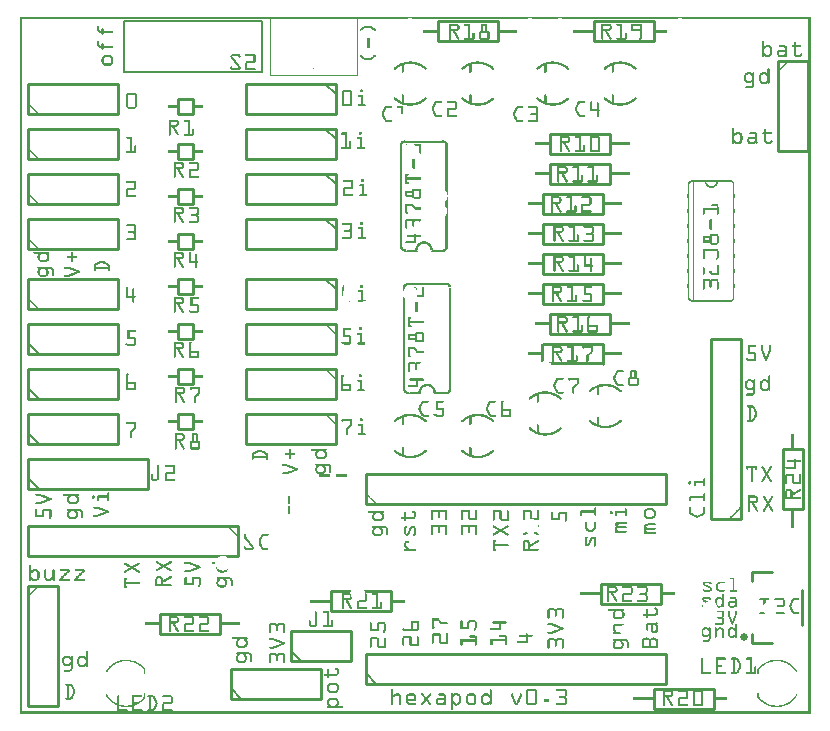
<source format=gto>
G04 MADE WITH FRITZING*
G04 WWW.FRITZING.ORG*
G04 DOUBLE SIDED*
G04 HOLES PLATED*
G04 CONTOUR ON CENTER OF CONTOUR VECTOR*
%ASAXBY*%
%FSLAX23Y23*%
%MOIN*%
%OFA0B0*%
%SFA1.0B1.0*%
%ADD10C,0.026882X-0.00461422*%
%ADD11R,0.294400X0.194312X0.285776X0.185688*%
%ADD12C,0.004312*%
%ADD13C,0.010000*%
%ADD14C,0.008000*%
%ADD15C,0.005000*%
%ADD16C,0.006000*%
%ADD17C,0.002000*%
%ADD18C,0.005189*%
%ADD19R,0.001000X0.001000*%
%LNSILK1*%
G90*
G70*
G54D10*
X2415Y257D03*
G54D12*
X832Y2321D02*
X1122Y2321D01*
X1122Y2131D01*
X832Y2131D01*
X832Y2321D01*
D02*
G54D13*
X668Y268D02*
X468Y268D01*
D02*
X468Y268D02*
X468Y334D01*
D02*
X468Y334D02*
X668Y334D01*
D02*
X668Y334D02*
X668Y268D01*
D02*
X1237Y409D02*
X1237Y343D01*
D02*
X1237Y343D02*
X1037Y343D01*
D02*
X1037Y343D02*
X1037Y409D01*
D02*
X727Y626D02*
X27Y626D01*
D02*
X27Y626D02*
X27Y526D01*
D02*
X727Y526D02*
X727Y626D01*
G54D14*
D02*
X348Y2311D02*
X348Y2140D01*
D02*
X348Y2140D02*
X806Y2140D01*
D02*
X806Y2140D02*
X806Y2311D01*
D02*
X806Y2311D02*
X348Y2311D01*
G54D13*
D02*
X27Y751D02*
X427Y751D01*
D02*
X427Y751D02*
X427Y851D01*
D02*
X427Y851D02*
X27Y851D01*
D02*
X27Y851D02*
X27Y751D01*
G54D15*
D02*
X62Y751D02*
X27Y786D01*
G54D13*
D02*
X1593Y2243D02*
X1393Y2243D01*
D02*
X1393Y2243D02*
X1393Y2309D01*
D02*
X1393Y2309D02*
X1593Y2309D01*
D02*
X1593Y2309D02*
X1593Y2243D01*
D02*
X1912Y2309D02*
X2112Y2309D01*
D02*
X2112Y2309D02*
X2112Y2243D01*
D02*
X2112Y2243D02*
X1912Y2243D01*
D02*
X1912Y2243D02*
X1912Y2309D01*
D02*
X2112Y84D02*
X2312Y84D01*
D02*
X2312Y84D02*
X2312Y18D01*
D02*
X2312Y18D02*
X2112Y18D01*
D02*
X2112Y18D02*
X2112Y84D01*
D02*
X1943Y1468D02*
X1743Y1468D01*
D02*
X1743Y1468D02*
X1743Y1534D01*
D02*
X1743Y1534D02*
X1943Y1534D01*
D02*
X1943Y1534D02*
X1943Y1468D01*
D02*
X1943Y1568D02*
X1743Y1568D01*
D02*
X1743Y1568D02*
X1743Y1634D01*
D02*
X1743Y1634D02*
X1943Y1634D01*
D02*
X1943Y1634D02*
X1943Y1568D01*
G54D14*
D02*
X1270Y1893D02*
X1270Y1559D01*
D02*
X1408Y1908D02*
X1285Y1908D01*
D02*
X1290Y1544D02*
X1323Y1544D01*
D02*
X1412Y1544D02*
X1373Y1544D01*
D02*
X1434Y1084D02*
X1434Y1421D01*
D02*
X1419Y1433D02*
X1296Y1433D01*
D02*
X1300Y1069D02*
X1334Y1069D01*
D02*
X1423Y1069D02*
X1384Y1069D01*
G54D13*
D02*
X1943Y1368D02*
X1743Y1368D01*
D02*
X1743Y1368D02*
X1743Y1434D01*
D02*
X1743Y1434D02*
X1943Y1434D01*
D02*
X1943Y1434D02*
X1943Y1368D01*
D02*
X1943Y1668D02*
X1743Y1668D01*
D02*
X1743Y1668D02*
X1743Y1734D01*
D02*
X1743Y1734D02*
X1943Y1734D01*
D02*
X1943Y1734D02*
X1943Y1668D01*
D02*
X1968Y1268D02*
X1768Y1268D01*
D02*
X1768Y1268D02*
X1768Y1334D01*
D02*
X1768Y1334D02*
X1968Y1334D01*
D02*
X1968Y1334D02*
X1968Y1268D01*
D02*
X1968Y1768D02*
X1768Y1768D01*
D02*
X1768Y1768D02*
X1768Y1834D01*
D02*
X1768Y1834D02*
X1968Y1834D01*
D02*
X1968Y1834D02*
X1968Y1768D01*
D02*
X1743Y1234D02*
X1943Y1234D01*
D02*
X1943Y1234D02*
X1943Y1168D01*
D02*
X1968Y1868D02*
X1768Y1868D01*
D02*
X1768Y1868D02*
X1768Y1934D01*
D02*
X1768Y1934D02*
X1968Y1934D01*
D02*
X1968Y1934D02*
X1968Y1868D01*
D02*
X527Y1000D02*
X577Y1000D01*
D02*
X577Y1000D02*
X577Y950D01*
D02*
X577Y950D02*
X527Y950D01*
D02*
X527Y950D02*
X527Y1000D01*
D02*
X527Y1600D02*
X577Y1600D01*
D02*
X577Y1600D02*
X577Y1550D01*
D02*
X577Y1550D02*
X527Y1550D01*
D02*
X527Y1550D02*
X527Y1600D01*
D02*
X527Y1150D02*
X577Y1150D01*
D02*
X577Y1150D02*
X577Y1100D01*
D02*
X577Y1100D02*
X527Y1100D01*
D02*
X527Y1100D02*
X527Y1150D01*
D02*
X527Y1750D02*
X577Y1750D01*
D02*
X577Y1750D02*
X577Y1700D01*
D02*
X577Y1700D02*
X527Y1700D01*
D02*
X527Y1700D02*
X527Y1750D01*
D02*
X527Y1300D02*
X577Y1300D01*
D02*
X577Y1300D02*
X577Y1250D01*
D02*
X577Y1250D02*
X527Y1250D01*
D02*
X527Y1250D02*
X527Y1300D01*
D02*
X527Y1900D02*
X577Y1900D01*
D02*
X577Y1900D02*
X577Y1850D01*
D02*
X577Y1850D02*
X527Y1850D01*
D02*
X527Y1850D02*
X527Y1900D01*
D02*
X527Y1450D02*
X577Y1450D01*
D02*
X577Y1450D02*
X577Y1400D01*
D02*
X577Y1400D02*
X527Y1400D01*
D02*
X527Y1400D02*
X527Y1450D01*
D02*
X527Y2050D02*
X577Y2050D01*
D02*
X577Y2050D02*
X577Y2000D01*
D02*
X577Y2000D02*
X527Y2000D01*
D02*
X527Y2000D02*
X527Y2050D01*
D02*
X1052Y1001D02*
X752Y1001D01*
D02*
X752Y1001D02*
X752Y901D01*
D02*
X752Y901D02*
X1052Y901D01*
D02*
X1052Y901D02*
X1052Y1001D01*
D02*
X1052Y1651D02*
X752Y1651D01*
D02*
X752Y1651D02*
X752Y1551D01*
D02*
X752Y1551D02*
X1052Y1551D01*
D02*
X1052Y1551D02*
X1052Y1651D01*
G54D15*
D02*
X1017Y1651D02*
X1052Y1616D01*
G54D13*
D02*
X1052Y1151D02*
X752Y1151D01*
D02*
X752Y1151D02*
X752Y1051D01*
D02*
X752Y1051D02*
X1052Y1051D01*
D02*
X1052Y1051D02*
X1052Y1151D01*
D02*
X1052Y1801D02*
X752Y1801D01*
D02*
X752Y1801D02*
X752Y1701D01*
D02*
X752Y1701D02*
X1052Y1701D01*
D02*
X1052Y1701D02*
X1052Y1801D01*
G54D15*
D02*
X1017Y1801D02*
X1052Y1766D01*
G54D13*
D02*
X1052Y1301D02*
X752Y1301D01*
D02*
X752Y1301D02*
X752Y1201D01*
D02*
X752Y1201D02*
X1052Y1201D01*
D02*
X1052Y1201D02*
X1052Y1301D01*
D02*
X1052Y1951D02*
X752Y1951D01*
D02*
X752Y1951D02*
X752Y1851D01*
D02*
X752Y1851D02*
X1052Y1851D01*
D02*
X1052Y1851D02*
X1052Y1951D01*
G54D15*
D02*
X1017Y1951D02*
X1052Y1916D01*
G54D13*
D02*
X1052Y1451D02*
X752Y1451D01*
D02*
X752Y1451D02*
X752Y1351D01*
D02*
X752Y1351D02*
X1052Y1351D01*
D02*
X1052Y1351D02*
X1052Y1451D01*
G54D15*
D02*
X1017Y1451D02*
X1052Y1416D01*
G54D13*
D02*
X1052Y2101D02*
X752Y2101D01*
D02*
X752Y2101D02*
X752Y2001D01*
D02*
X752Y2001D02*
X1052Y2001D01*
D02*
X1052Y2001D02*
X1052Y2101D01*
G54D15*
D02*
X1017Y2101D02*
X1052Y2066D01*
G54D13*
D02*
X2402Y651D02*
X2402Y1251D01*
D02*
X2402Y1251D02*
X2302Y1251D01*
D02*
X2302Y1251D02*
X2302Y651D01*
D02*
X2302Y651D02*
X2402Y651D01*
D02*
X1152Y101D02*
X2152Y101D01*
D02*
X2152Y101D02*
X2152Y201D01*
D02*
X2152Y201D02*
X1152Y201D01*
D02*
X1152Y201D02*
X1152Y101D01*
G54D15*
D02*
X1187Y101D02*
X1152Y136D01*
G54D13*
D02*
X1152Y701D02*
X2152Y701D01*
D02*
X2152Y701D02*
X2152Y801D01*
D02*
X2152Y801D02*
X1152Y801D01*
D02*
X1152Y801D02*
X1152Y701D01*
D02*
X27Y426D02*
X27Y26D01*
D02*
X27Y26D02*
X127Y26D01*
D02*
X127Y26D02*
X127Y426D01*
D02*
X127Y426D02*
X27Y426D01*
D02*
X2527Y2176D02*
X2527Y1876D01*
D02*
X2527Y1876D02*
X2627Y1876D01*
D02*
X2627Y1876D02*
X2627Y2176D01*
D02*
X2627Y2176D02*
X2527Y2176D01*
D02*
X702Y51D02*
X1002Y51D01*
D02*
X1002Y51D02*
X1002Y151D01*
D02*
X1002Y151D02*
X702Y151D01*
D02*
X702Y151D02*
X702Y51D01*
G54D15*
D02*
X737Y51D02*
X702Y86D01*
G54D13*
D02*
X27Y901D02*
X327Y901D01*
D02*
X327Y901D02*
X327Y1001D01*
D02*
X327Y1001D02*
X27Y1001D01*
D02*
X27Y1001D02*
X27Y901D01*
G54D15*
D02*
X62Y901D02*
X27Y936D01*
G54D13*
D02*
X27Y1551D02*
X327Y1551D01*
D02*
X327Y1551D02*
X327Y1651D01*
D02*
X327Y1651D02*
X27Y1651D01*
D02*
X27Y1651D02*
X27Y1551D01*
D02*
X27Y1051D02*
X327Y1051D01*
D02*
X327Y1051D02*
X327Y1151D01*
D02*
X327Y1151D02*
X27Y1151D01*
D02*
X27Y1151D02*
X27Y1051D01*
G54D15*
D02*
X62Y1051D02*
X27Y1086D01*
G54D13*
D02*
X27Y1701D02*
X327Y1701D01*
D02*
X327Y1701D02*
X327Y1801D01*
D02*
X327Y1801D02*
X27Y1801D01*
D02*
X27Y1801D02*
X27Y1701D01*
D02*
X27Y1201D02*
X327Y1201D01*
D02*
X327Y1201D02*
X327Y1301D01*
D02*
X327Y1301D02*
X27Y1301D01*
D02*
X27Y1301D02*
X27Y1201D01*
G54D15*
D02*
X62Y1201D02*
X27Y1236D01*
G54D13*
D02*
X27Y1851D02*
X327Y1851D01*
D02*
X327Y1851D02*
X327Y1951D01*
D02*
X327Y1951D02*
X27Y1951D01*
D02*
X27Y1951D02*
X27Y1851D01*
D02*
X27Y1351D02*
X327Y1351D01*
D02*
X327Y1351D02*
X327Y1451D01*
D02*
X327Y1451D02*
X27Y1451D01*
D02*
X27Y1451D02*
X27Y1351D01*
D02*
X27Y2001D02*
X327Y2001D01*
D02*
X327Y2001D02*
X327Y2101D01*
D02*
X327Y2101D02*
X27Y2101D01*
D02*
X27Y2101D02*
X27Y2001D01*
G54D16*
D02*
X2244Y1376D02*
X2368Y1376D01*
D02*
X2368Y1776D02*
X2326Y1776D01*
D02*
X2326Y1776D02*
X2286Y1776D01*
D02*
X2286Y1776D02*
X2244Y1776D01*
G54D17*
D02*
X2243Y1776D02*
X2243Y1376D01*
G54D13*
D02*
X2608Y297D02*
X2608Y415D01*
D02*
X2506Y238D02*
X2441Y238D01*
D02*
X2441Y444D02*
X2441Y474D01*
D02*
X2441Y474D02*
X2506Y474D01*
D02*
X2441Y238D02*
X2441Y267D01*
D02*
X902Y176D02*
X1102Y176D01*
D02*
X1102Y176D02*
X1102Y276D01*
D02*
X1102Y276D02*
X902Y276D01*
D02*
X902Y276D02*
X902Y176D01*
G54D15*
D02*
X937Y176D02*
X902Y211D01*
G54D13*
D02*
X1937Y434D02*
X2137Y434D01*
D02*
X2137Y434D02*
X2137Y368D01*
D02*
X2137Y368D02*
X1937Y368D01*
D02*
X1937Y368D02*
X1937Y434D01*
D02*
X2544Y685D02*
X2544Y885D01*
D02*
X2544Y885D02*
X2610Y885D01*
D02*
X2610Y885D02*
X2610Y685D01*
D02*
X2610Y685D02*
X2544Y685D01*
G54D18*
G36*
X927Y2309D02*
X927Y2274D01*
G37*
D02*
G36*
X944Y2291D02*
X909Y2291D01*
G37*
D02*
G36*
X1044Y2291D02*
X1009Y2291D01*
G37*
D02*
G54D19*
X0Y2323D02*
X2636Y2323D01*
X0Y2322D02*
X2636Y2322D01*
X0Y2321D02*
X2636Y2321D01*
X0Y2320D02*
X2636Y2320D01*
X0Y2319D02*
X2636Y2319D01*
X0Y2318D02*
X1294Y2318D01*
X1309Y2318D02*
X1694Y2318D01*
X1709Y2318D02*
X1794Y2318D01*
X1809Y2318D02*
X2193Y2318D01*
X2208Y2318D02*
X2636Y2318D01*
X0Y2317D02*
X1289Y2317D01*
X1313Y2317D02*
X1689Y2317D01*
X1713Y2317D02*
X1789Y2317D01*
X1813Y2317D02*
X2189Y2317D01*
X2213Y2317D02*
X2636Y2317D01*
X0Y2316D02*
X1286Y2316D01*
X1316Y2316D02*
X1686Y2316D01*
X1716Y2316D02*
X1786Y2316D01*
X1816Y2316D02*
X2186Y2316D01*
X2216Y2316D02*
X2636Y2316D01*
X0Y2315D02*
X7Y2315D01*
X2629Y2315D02*
X2636Y2315D01*
X0Y2314D02*
X7Y2314D01*
X2629Y2314D02*
X2636Y2314D01*
X0Y2313D02*
X7Y2313D01*
X2629Y2313D02*
X2636Y2313D01*
X0Y2312D02*
X7Y2312D01*
X2629Y2312D02*
X2636Y2312D01*
X0Y2311D02*
X7Y2311D01*
X2629Y2311D02*
X2636Y2311D01*
X0Y2310D02*
X7Y2310D01*
X2629Y2310D02*
X2636Y2310D01*
X0Y2309D02*
X7Y2309D01*
X2629Y2309D02*
X2636Y2309D01*
X0Y2308D02*
X7Y2308D01*
X2629Y2308D02*
X2636Y2308D01*
X0Y2307D02*
X7Y2307D01*
X2629Y2307D02*
X2636Y2307D01*
X0Y2306D02*
X7Y2306D01*
X2629Y2306D02*
X2636Y2306D01*
X0Y2305D02*
X7Y2305D01*
X2629Y2305D02*
X2636Y2305D01*
X0Y2304D02*
X7Y2304D01*
X2629Y2304D02*
X2636Y2304D01*
X0Y2303D02*
X7Y2303D01*
X2629Y2303D02*
X2636Y2303D01*
X0Y2302D02*
X7Y2302D01*
X2629Y2302D02*
X2636Y2302D01*
X0Y2301D02*
X7Y2301D01*
X1938Y2301D02*
X1964Y2301D01*
X1990Y2301D02*
X2008Y2301D01*
X2040Y2301D02*
X2070Y2301D01*
X2629Y2301D02*
X2636Y2301D01*
X0Y2300D02*
X7Y2300D01*
X1431Y2300D02*
X1458Y2300D01*
X1483Y2300D02*
X1501Y2300D01*
X1539Y2300D02*
X1557Y2300D01*
X1938Y2300D02*
X1967Y2300D01*
X1989Y2300D02*
X2008Y2300D01*
X2039Y2300D02*
X2071Y2300D01*
X2629Y2300D02*
X2636Y2300D01*
X0Y2299D02*
X7Y2299D01*
X1431Y2299D02*
X1460Y2299D01*
X1482Y2299D02*
X1501Y2299D01*
X1539Y2299D02*
X1557Y2299D01*
X1938Y2299D02*
X1968Y2299D01*
X1989Y2299D02*
X2008Y2299D01*
X2039Y2299D02*
X2072Y2299D01*
X2629Y2299D02*
X2636Y2299D01*
X0Y2298D02*
X7Y2298D01*
X1431Y2298D02*
X1461Y2298D01*
X1481Y2298D02*
X1501Y2298D01*
X1538Y2298D02*
X1558Y2298D01*
X1938Y2298D02*
X1969Y2298D01*
X1988Y2298D02*
X2008Y2298D01*
X2038Y2298D02*
X2072Y2298D01*
X2629Y2298D02*
X2636Y2298D01*
X0Y2297D02*
X7Y2297D01*
X1431Y2297D02*
X1462Y2297D01*
X1481Y2297D02*
X1501Y2297D01*
X1538Y2297D02*
X1558Y2297D01*
X1938Y2297D02*
X1970Y2297D01*
X1988Y2297D02*
X2008Y2297D01*
X2038Y2297D02*
X2072Y2297D01*
X2629Y2297D02*
X2636Y2297D01*
X0Y2296D02*
X7Y2296D01*
X1431Y2296D02*
X1463Y2296D01*
X1482Y2296D02*
X1501Y2296D01*
X1538Y2296D02*
X1558Y2296D01*
X1938Y2296D02*
X1971Y2296D01*
X1989Y2296D02*
X2008Y2296D01*
X2038Y2296D02*
X2072Y2296D01*
X2629Y2296D02*
X2636Y2296D01*
X0Y2295D02*
X7Y2295D01*
X1431Y2295D02*
X1464Y2295D01*
X1482Y2295D02*
X1501Y2295D01*
X1538Y2295D02*
X1558Y2295D01*
X1938Y2295D02*
X1971Y2295D01*
X1990Y2295D02*
X2008Y2295D01*
X2038Y2295D02*
X2072Y2295D01*
X2629Y2295D02*
X2636Y2295D01*
X0Y2294D02*
X7Y2294D01*
X260Y2294D02*
X261Y2294D01*
X1153Y2294D02*
X1166Y2294D01*
X1431Y2294D02*
X1464Y2294D01*
X1484Y2294D02*
X1501Y2294D01*
X1538Y2294D02*
X1558Y2294D01*
X1938Y2294D02*
X1944Y2294D01*
X1964Y2294D02*
X1971Y2294D01*
X2002Y2294D02*
X2008Y2294D01*
X2038Y2294D02*
X2044Y2294D01*
X2066Y2294D02*
X2072Y2294D01*
X2629Y2294D02*
X2636Y2294D01*
X0Y2293D02*
X7Y2293D01*
X259Y2293D02*
X263Y2293D01*
X1148Y2293D02*
X1171Y2293D01*
X1431Y2293D02*
X1437Y2293D01*
X1457Y2293D02*
X1464Y2293D01*
X1495Y2293D02*
X1501Y2293D01*
X1538Y2293D02*
X1544Y2293D01*
X1552Y2293D02*
X1558Y2293D01*
X1938Y2293D02*
X1944Y2293D01*
X1965Y2293D02*
X1972Y2293D01*
X2002Y2293D02*
X2008Y2293D01*
X2038Y2293D02*
X2044Y2293D01*
X2066Y2293D02*
X2072Y2293D01*
X2629Y2293D02*
X2636Y2293D01*
X0Y2292D02*
X7Y2292D01*
X258Y2292D02*
X263Y2292D01*
X1146Y2292D02*
X1173Y2292D01*
X1431Y2292D02*
X1437Y2292D01*
X1458Y2292D02*
X1465Y2292D01*
X1495Y2292D02*
X1501Y2292D01*
X1538Y2292D02*
X1544Y2292D01*
X1552Y2292D02*
X1558Y2292D01*
X1938Y2292D02*
X1944Y2292D01*
X1966Y2292D02*
X1972Y2292D01*
X2002Y2292D02*
X2008Y2292D01*
X2038Y2292D02*
X2044Y2292D01*
X2066Y2292D02*
X2072Y2292D01*
X2629Y2292D02*
X2636Y2292D01*
X0Y2291D02*
X7Y2291D01*
X258Y2291D02*
X264Y2291D01*
X1144Y2291D02*
X1174Y2291D01*
X1431Y2291D02*
X1437Y2291D01*
X1459Y2291D02*
X1465Y2291D01*
X1495Y2291D02*
X1501Y2291D01*
X1538Y2291D02*
X1544Y2291D01*
X1552Y2291D02*
X1558Y2291D01*
X1938Y2291D02*
X1944Y2291D01*
X1966Y2291D02*
X1972Y2291D01*
X2002Y2291D02*
X2008Y2291D01*
X2038Y2291D02*
X2044Y2291D01*
X2066Y2291D02*
X2072Y2291D01*
X2629Y2291D02*
X2636Y2291D01*
X0Y2290D02*
X7Y2290D01*
X258Y2290D02*
X264Y2290D01*
X1143Y2290D02*
X1176Y2290D01*
X1431Y2290D02*
X1437Y2290D01*
X1459Y2290D02*
X1465Y2290D01*
X1495Y2290D02*
X1501Y2290D01*
X1538Y2290D02*
X1544Y2290D01*
X1552Y2290D02*
X1558Y2290D01*
X1938Y2290D02*
X1944Y2290D01*
X1966Y2290D02*
X1972Y2290D01*
X2002Y2290D02*
X2008Y2290D01*
X2038Y2290D02*
X2044Y2290D01*
X2066Y2290D02*
X2072Y2290D01*
X2629Y2290D02*
X2636Y2290D01*
X0Y2289D02*
X7Y2289D01*
X258Y2289D02*
X264Y2289D01*
X1142Y2289D02*
X1177Y2289D01*
X1431Y2289D02*
X1437Y2289D01*
X1459Y2289D02*
X1465Y2289D01*
X1495Y2289D02*
X1501Y2289D01*
X1538Y2289D02*
X1544Y2289D01*
X1552Y2289D02*
X1558Y2289D01*
X1938Y2289D02*
X1944Y2289D01*
X1966Y2289D02*
X1972Y2289D01*
X2002Y2289D02*
X2008Y2289D01*
X2038Y2289D02*
X2044Y2289D01*
X2066Y2289D02*
X2072Y2289D01*
X2629Y2289D02*
X2636Y2289D01*
X0Y2288D02*
X7Y2288D01*
X258Y2288D02*
X264Y2288D01*
X1141Y2288D02*
X1178Y2288D01*
X1431Y2288D02*
X1437Y2288D01*
X1459Y2288D02*
X1465Y2288D01*
X1495Y2288D02*
X1501Y2288D01*
X1538Y2288D02*
X1544Y2288D01*
X1552Y2288D02*
X1558Y2288D01*
X1938Y2288D02*
X1944Y2288D01*
X1966Y2288D02*
X1972Y2288D01*
X2002Y2288D02*
X2008Y2288D01*
X2038Y2288D02*
X2044Y2288D01*
X2066Y2288D02*
X2072Y2288D01*
X2629Y2288D02*
X2636Y2288D01*
X0Y2287D02*
X7Y2287D01*
X258Y2287D02*
X264Y2287D01*
X275Y2287D02*
X276Y2287D01*
X1139Y2287D02*
X1152Y2287D01*
X1166Y2287D02*
X1179Y2287D01*
X1431Y2287D02*
X1437Y2287D01*
X1459Y2287D02*
X1465Y2287D01*
X1495Y2287D02*
X1501Y2287D01*
X1538Y2287D02*
X1544Y2287D01*
X1552Y2287D02*
X1558Y2287D01*
X1938Y2287D02*
X1944Y2287D01*
X1966Y2287D02*
X1972Y2287D01*
X2002Y2287D02*
X2008Y2287D01*
X2038Y2287D02*
X2044Y2287D01*
X2066Y2287D02*
X2072Y2287D01*
X2629Y2287D02*
X2636Y2287D01*
X0Y2286D02*
X7Y2286D01*
X258Y2286D02*
X264Y2286D01*
X273Y2286D02*
X278Y2286D01*
X1138Y2286D02*
X1149Y2286D01*
X1170Y2286D02*
X1181Y2286D01*
X1431Y2286D02*
X1437Y2286D01*
X1459Y2286D02*
X1465Y2286D01*
X1495Y2286D02*
X1501Y2286D01*
X1538Y2286D02*
X1544Y2286D01*
X1552Y2286D02*
X1558Y2286D01*
X1938Y2286D02*
X1944Y2286D01*
X1966Y2286D02*
X1972Y2286D01*
X2002Y2286D02*
X2008Y2286D01*
X2038Y2286D02*
X2044Y2286D01*
X2066Y2286D02*
X2072Y2286D01*
X2629Y2286D02*
X2636Y2286D01*
X0Y2285D02*
X7Y2285D01*
X258Y2285D02*
X264Y2285D01*
X273Y2285D02*
X278Y2285D01*
X1137Y2285D02*
X1147Y2285D01*
X1172Y2285D02*
X1182Y2285D01*
X1431Y2285D02*
X1437Y2285D01*
X1458Y2285D02*
X1465Y2285D01*
X1495Y2285D02*
X1501Y2285D01*
X1538Y2285D02*
X1544Y2285D01*
X1552Y2285D02*
X1558Y2285D01*
X1938Y2285D02*
X1944Y2285D01*
X1965Y2285D02*
X1972Y2285D01*
X2002Y2285D02*
X2008Y2285D01*
X2038Y2285D02*
X2044Y2285D01*
X2066Y2285D02*
X2072Y2285D01*
X2629Y2285D02*
X2636Y2285D01*
X0Y2284D02*
X7Y2284D01*
X258Y2284D02*
X264Y2284D01*
X273Y2284D02*
X278Y2284D01*
X1135Y2284D02*
X1146Y2284D01*
X1173Y2284D02*
X1183Y2284D01*
X1431Y2284D02*
X1437Y2284D01*
X1457Y2284D02*
X1464Y2284D01*
X1495Y2284D02*
X1501Y2284D01*
X1538Y2284D02*
X1544Y2284D01*
X1552Y2284D02*
X1558Y2284D01*
X1938Y2284D02*
X1944Y2284D01*
X1964Y2284D02*
X1971Y2284D01*
X2002Y2284D02*
X2008Y2284D01*
X2038Y2284D02*
X2044Y2284D01*
X2066Y2284D02*
X2072Y2284D01*
X2629Y2284D02*
X2636Y2284D01*
X0Y2283D02*
X7Y2283D01*
X258Y2283D02*
X264Y2283D01*
X272Y2283D02*
X279Y2283D01*
X1134Y2283D02*
X1145Y2283D01*
X1174Y2283D02*
X1185Y2283D01*
X1431Y2283D02*
X1464Y2283D01*
X1495Y2283D02*
X1501Y2283D01*
X1538Y2283D02*
X1544Y2283D01*
X1552Y2283D02*
X1558Y2283D01*
X1938Y2283D02*
X1971Y2283D01*
X2002Y2283D02*
X2008Y2283D01*
X2038Y2283D02*
X2072Y2283D01*
X2629Y2283D02*
X2636Y2283D01*
X0Y2282D02*
X7Y2282D01*
X258Y2282D02*
X264Y2282D01*
X272Y2282D02*
X279Y2282D01*
X1133Y2282D02*
X1143Y2282D01*
X1175Y2282D02*
X1185Y2282D01*
X1431Y2282D02*
X1464Y2282D01*
X1495Y2282D02*
X1501Y2282D01*
X1538Y2282D02*
X1544Y2282D01*
X1552Y2282D02*
X1558Y2282D01*
X1938Y2282D02*
X1970Y2282D01*
X2002Y2282D02*
X2008Y2282D01*
X2038Y2282D02*
X2072Y2282D01*
X2629Y2282D02*
X2636Y2282D01*
X0Y2281D02*
X7Y2281D01*
X258Y2281D02*
X264Y2281D01*
X272Y2281D02*
X279Y2281D01*
X1133Y2281D02*
X1142Y2281D01*
X1177Y2281D02*
X1186Y2281D01*
X1344Y2281D02*
X1391Y2281D01*
X1431Y2281D02*
X1463Y2281D01*
X1495Y2281D02*
X1501Y2281D01*
X1538Y2281D02*
X1544Y2281D01*
X1552Y2281D02*
X1558Y2281D01*
X1592Y2281D02*
X1658Y2281D01*
X1844Y2281D02*
X1910Y2281D01*
X1938Y2281D02*
X1970Y2281D01*
X2002Y2281D02*
X2008Y2281D01*
X2038Y2281D02*
X2072Y2281D01*
X2111Y2281D02*
X2158Y2281D01*
X2629Y2281D02*
X2636Y2281D01*
X0Y2280D02*
X7Y2280D01*
X258Y2280D02*
X264Y2280D01*
X272Y2280D02*
X279Y2280D01*
X1133Y2280D02*
X1141Y2280D01*
X1178Y2280D02*
X1186Y2280D01*
X1344Y2280D02*
X1391Y2280D01*
X1431Y2280D02*
X1462Y2280D01*
X1495Y2280D02*
X1501Y2280D01*
X1538Y2280D02*
X1544Y2280D01*
X1552Y2280D02*
X1558Y2280D01*
X1592Y2280D02*
X1658Y2280D01*
X1844Y2280D02*
X1910Y2280D01*
X1938Y2280D02*
X1969Y2280D01*
X2002Y2280D02*
X2008Y2280D01*
X2038Y2280D02*
X2072Y2280D01*
X2111Y2280D02*
X2158Y2280D01*
X2629Y2280D02*
X2636Y2280D01*
X0Y2279D02*
X7Y2279D01*
X258Y2279D02*
X265Y2279D01*
X272Y2279D02*
X279Y2279D01*
X1133Y2279D02*
X1140Y2279D01*
X1179Y2279D02*
X1186Y2279D01*
X1344Y2279D02*
X1391Y2279D01*
X1431Y2279D02*
X1461Y2279D01*
X1495Y2279D02*
X1501Y2279D01*
X1538Y2279D02*
X1544Y2279D01*
X1552Y2279D02*
X1558Y2279D01*
X1592Y2279D02*
X1658Y2279D01*
X1844Y2279D02*
X1910Y2279D01*
X1938Y2279D02*
X1968Y2279D01*
X2002Y2279D02*
X2008Y2279D01*
X2039Y2279D02*
X2072Y2279D01*
X2111Y2279D02*
X2158Y2279D01*
X2629Y2279D02*
X2636Y2279D01*
X0Y2278D02*
X7Y2278D01*
X258Y2278D02*
X266Y2278D01*
X272Y2278D02*
X279Y2278D01*
X1134Y2278D02*
X1138Y2278D01*
X1180Y2278D02*
X1185Y2278D01*
X1344Y2278D02*
X1391Y2278D01*
X1431Y2278D02*
X1460Y2278D01*
X1495Y2278D02*
X1501Y2278D01*
X1538Y2278D02*
X1544Y2278D01*
X1552Y2278D02*
X1558Y2278D01*
X1592Y2278D02*
X1658Y2278D01*
X1844Y2278D02*
X1910Y2278D01*
X1938Y2278D02*
X1966Y2278D01*
X2002Y2278D02*
X2008Y2278D01*
X2039Y2278D02*
X2072Y2278D01*
X2111Y2278D02*
X2158Y2278D01*
X2629Y2278D02*
X2636Y2278D01*
X0Y2277D02*
X7Y2277D01*
X259Y2277D02*
X307Y2277D01*
X1135Y2277D02*
X1137Y2277D01*
X1182Y2277D02*
X1184Y2277D01*
X1344Y2277D02*
X1391Y2277D01*
X1431Y2277D02*
X1458Y2277D01*
X1495Y2277D02*
X1501Y2277D01*
X1536Y2277D02*
X1560Y2277D01*
X1592Y2277D02*
X1658Y2277D01*
X1844Y2277D02*
X1910Y2277D01*
X1938Y2277D02*
X1964Y2277D01*
X2002Y2277D02*
X2008Y2277D01*
X2040Y2277D02*
X2072Y2277D01*
X2111Y2277D02*
X2158Y2277D01*
X2629Y2277D02*
X2636Y2277D01*
X0Y2276D02*
X7Y2276D01*
X259Y2276D02*
X310Y2276D01*
X1344Y2276D02*
X1391Y2276D01*
X1431Y2276D02*
X1438Y2276D01*
X1443Y2276D02*
X1451Y2276D01*
X1495Y2276D02*
X1501Y2276D01*
X1534Y2276D02*
X1562Y2276D01*
X1592Y2276D02*
X1658Y2276D01*
X1844Y2276D02*
X1910Y2276D01*
X1938Y2276D02*
X1944Y2276D01*
X1951Y2276D02*
X1958Y2276D01*
X2002Y2276D02*
X2008Y2276D01*
X2066Y2276D02*
X2072Y2276D01*
X2111Y2276D02*
X2158Y2276D01*
X2629Y2276D02*
X2636Y2276D01*
X0Y2275D02*
X7Y2275D01*
X260Y2275D02*
X311Y2275D01*
X1344Y2275D02*
X1391Y2275D01*
X1431Y2275D02*
X1437Y2275D01*
X1444Y2275D02*
X1451Y2275D01*
X1495Y2275D02*
X1501Y2275D01*
X1533Y2275D02*
X1563Y2275D01*
X1592Y2275D02*
X1658Y2275D01*
X1844Y2275D02*
X1910Y2275D01*
X1938Y2275D02*
X1944Y2275D01*
X1951Y2275D02*
X1958Y2275D01*
X2002Y2275D02*
X2008Y2275D01*
X2066Y2275D02*
X2072Y2275D01*
X2111Y2275D02*
X2158Y2275D01*
X2629Y2275D02*
X2636Y2275D01*
X0Y2274D02*
X7Y2274D01*
X261Y2274D02*
X311Y2274D01*
X1344Y2274D02*
X1391Y2274D01*
X1431Y2274D02*
X1437Y2274D01*
X1444Y2274D02*
X1452Y2274D01*
X1495Y2274D02*
X1501Y2274D01*
X1532Y2274D02*
X1564Y2274D01*
X1592Y2274D02*
X1658Y2274D01*
X1844Y2274D02*
X1910Y2274D01*
X1938Y2274D02*
X1944Y2274D01*
X1952Y2274D02*
X1959Y2274D01*
X2002Y2274D02*
X2008Y2274D01*
X2066Y2274D02*
X2072Y2274D01*
X2111Y2274D02*
X2158Y2274D01*
X2629Y2274D02*
X2636Y2274D01*
X0Y2273D02*
X7Y2273D01*
X262Y2273D02*
X311Y2273D01*
X1344Y2273D02*
X1391Y2273D01*
X1431Y2273D02*
X1437Y2273D01*
X1445Y2273D02*
X1452Y2273D01*
X1495Y2273D02*
X1501Y2273D01*
X1532Y2273D02*
X1564Y2273D01*
X1592Y2273D02*
X1658Y2273D01*
X1844Y2273D02*
X1910Y2273D01*
X1938Y2273D02*
X1944Y2273D01*
X1952Y2273D02*
X1960Y2273D01*
X2002Y2273D02*
X2008Y2273D01*
X2066Y2273D02*
X2072Y2273D01*
X2111Y2273D02*
X2158Y2273D01*
X2629Y2273D02*
X2636Y2273D01*
X0Y2272D02*
X7Y2272D01*
X263Y2272D02*
X311Y2272D01*
X1344Y2272D02*
X1391Y2272D01*
X1431Y2272D02*
X1437Y2272D01*
X1445Y2272D02*
X1453Y2272D01*
X1495Y2272D02*
X1501Y2272D01*
X1531Y2272D02*
X1565Y2272D01*
X1592Y2272D02*
X1658Y2272D01*
X1844Y2272D02*
X1910Y2272D01*
X1938Y2272D02*
X1944Y2272D01*
X1953Y2272D02*
X1960Y2272D01*
X2002Y2272D02*
X2008Y2272D01*
X2066Y2272D02*
X2072Y2272D01*
X2111Y2272D02*
X2158Y2272D01*
X2629Y2272D02*
X2636Y2272D01*
X0Y2271D02*
X7Y2271D01*
X265Y2271D02*
X310Y2271D01*
X1431Y2271D02*
X1437Y2271D01*
X1446Y2271D02*
X1453Y2271D01*
X1495Y2271D02*
X1501Y2271D01*
X1511Y2271D02*
X1513Y2271D01*
X1531Y2271D02*
X1565Y2271D01*
X1938Y2271D02*
X1944Y2271D01*
X1953Y2271D02*
X1961Y2271D01*
X2002Y2271D02*
X2008Y2271D01*
X2017Y2271D02*
X2021Y2271D01*
X2066Y2271D02*
X2072Y2271D01*
X2629Y2271D02*
X2636Y2271D01*
X0Y2270D02*
X7Y2270D01*
X270Y2270D02*
X308Y2270D01*
X1431Y2270D02*
X1437Y2270D01*
X1447Y2270D02*
X1454Y2270D01*
X1495Y2270D02*
X1501Y2270D01*
X1510Y2270D02*
X1514Y2270D01*
X1531Y2270D02*
X1537Y2270D01*
X1559Y2270D02*
X1565Y2270D01*
X1938Y2270D02*
X1944Y2270D01*
X1954Y2270D02*
X1961Y2270D01*
X2002Y2270D02*
X2008Y2270D01*
X2016Y2270D02*
X2021Y2270D01*
X2066Y2270D02*
X2072Y2270D01*
X2629Y2270D02*
X2636Y2270D01*
X0Y2269D02*
X7Y2269D01*
X272Y2269D02*
X279Y2269D01*
X1431Y2269D02*
X1437Y2269D01*
X1447Y2269D02*
X1454Y2269D01*
X1495Y2269D02*
X1501Y2269D01*
X1509Y2269D02*
X1515Y2269D01*
X1531Y2269D02*
X1537Y2269D01*
X1559Y2269D02*
X1565Y2269D01*
X1938Y2269D02*
X1944Y2269D01*
X1955Y2269D02*
X1962Y2269D01*
X2002Y2269D02*
X2008Y2269D01*
X2016Y2269D02*
X2022Y2269D01*
X2066Y2269D02*
X2072Y2269D01*
X2629Y2269D02*
X2636Y2269D01*
X0Y2268D02*
X7Y2268D01*
X272Y2268D02*
X279Y2268D01*
X1431Y2268D02*
X1437Y2268D01*
X1448Y2268D02*
X1455Y2268D01*
X1495Y2268D02*
X1501Y2268D01*
X1509Y2268D02*
X1515Y2268D01*
X1531Y2268D02*
X1537Y2268D01*
X1559Y2268D02*
X1565Y2268D01*
X1938Y2268D02*
X1944Y2268D01*
X1955Y2268D02*
X1962Y2268D01*
X2002Y2268D02*
X2008Y2268D01*
X2016Y2268D02*
X2022Y2268D01*
X2066Y2268D02*
X2072Y2268D01*
X2629Y2268D02*
X2636Y2268D01*
X0Y2267D02*
X7Y2267D01*
X272Y2267D02*
X279Y2267D01*
X1431Y2267D02*
X1437Y2267D01*
X1448Y2267D02*
X1456Y2267D01*
X1495Y2267D02*
X1501Y2267D01*
X1509Y2267D02*
X1515Y2267D01*
X1531Y2267D02*
X1537Y2267D01*
X1559Y2267D02*
X1565Y2267D01*
X1938Y2267D02*
X1944Y2267D01*
X1956Y2267D02*
X1963Y2267D01*
X2002Y2267D02*
X2008Y2267D01*
X2016Y2267D02*
X2022Y2267D01*
X2066Y2267D02*
X2072Y2267D01*
X2629Y2267D02*
X2636Y2267D01*
X0Y2266D02*
X7Y2266D01*
X273Y2266D02*
X278Y2266D01*
X1431Y2266D02*
X1437Y2266D01*
X1449Y2266D02*
X1456Y2266D01*
X1495Y2266D02*
X1501Y2266D01*
X1509Y2266D02*
X1515Y2266D01*
X1531Y2266D02*
X1537Y2266D01*
X1559Y2266D02*
X1565Y2266D01*
X1938Y2266D02*
X1944Y2266D01*
X1956Y2266D02*
X1964Y2266D01*
X2002Y2266D02*
X2008Y2266D01*
X2016Y2266D02*
X2022Y2266D01*
X2066Y2266D02*
X2072Y2266D01*
X2629Y2266D02*
X2636Y2266D01*
X0Y2265D02*
X7Y2265D01*
X273Y2265D02*
X278Y2265D01*
X1431Y2265D02*
X1437Y2265D01*
X1450Y2265D02*
X1457Y2265D01*
X1495Y2265D02*
X1501Y2265D01*
X1509Y2265D02*
X1515Y2265D01*
X1531Y2265D02*
X1537Y2265D01*
X1559Y2265D02*
X1565Y2265D01*
X1938Y2265D02*
X1944Y2265D01*
X1957Y2265D02*
X1964Y2265D01*
X2002Y2265D02*
X2008Y2265D01*
X2016Y2265D02*
X2022Y2265D01*
X2066Y2265D02*
X2072Y2265D01*
X2629Y2265D02*
X2636Y2265D01*
X0Y2264D02*
X7Y2264D01*
X274Y2264D02*
X277Y2264D01*
X1431Y2264D02*
X1437Y2264D01*
X1450Y2264D02*
X1457Y2264D01*
X1495Y2264D02*
X1501Y2264D01*
X1509Y2264D02*
X1515Y2264D01*
X1531Y2264D02*
X1537Y2264D01*
X1559Y2264D02*
X1565Y2264D01*
X1938Y2264D02*
X1944Y2264D01*
X1958Y2264D02*
X1965Y2264D01*
X2002Y2264D02*
X2008Y2264D01*
X2016Y2264D02*
X2022Y2264D01*
X2066Y2264D02*
X2072Y2264D01*
X2629Y2264D02*
X2636Y2264D01*
X0Y2263D02*
X7Y2263D01*
X1431Y2263D02*
X1437Y2263D01*
X1451Y2263D02*
X1458Y2263D01*
X1495Y2263D02*
X1501Y2263D01*
X1509Y2263D02*
X1515Y2263D01*
X1531Y2263D02*
X1537Y2263D01*
X1559Y2263D02*
X1565Y2263D01*
X1938Y2263D02*
X1944Y2263D01*
X1958Y2263D02*
X1965Y2263D01*
X2002Y2263D02*
X2008Y2263D01*
X2016Y2263D02*
X2022Y2263D01*
X2066Y2263D02*
X2072Y2263D01*
X2629Y2263D02*
X2636Y2263D01*
X0Y2262D02*
X7Y2262D01*
X1431Y2262D02*
X1437Y2262D01*
X1451Y2262D02*
X1459Y2262D01*
X1495Y2262D02*
X1501Y2262D01*
X1509Y2262D02*
X1515Y2262D01*
X1531Y2262D02*
X1537Y2262D01*
X1559Y2262D02*
X1565Y2262D01*
X1938Y2262D02*
X1944Y2262D01*
X1959Y2262D02*
X1966Y2262D01*
X2002Y2262D02*
X2008Y2262D01*
X2016Y2262D02*
X2022Y2262D01*
X2066Y2262D02*
X2072Y2262D01*
X2629Y2262D02*
X2636Y2262D01*
X0Y2261D02*
X7Y2261D01*
X1431Y2261D02*
X1437Y2261D01*
X1452Y2261D02*
X1459Y2261D01*
X1495Y2261D02*
X1501Y2261D01*
X1509Y2261D02*
X1515Y2261D01*
X1531Y2261D02*
X1537Y2261D01*
X1559Y2261D02*
X1565Y2261D01*
X1938Y2261D02*
X1944Y2261D01*
X1959Y2261D02*
X1967Y2261D01*
X2002Y2261D02*
X2008Y2261D01*
X2016Y2261D02*
X2022Y2261D01*
X2066Y2261D02*
X2072Y2261D01*
X2629Y2261D02*
X2636Y2261D01*
X0Y2260D02*
X7Y2260D01*
X1431Y2260D02*
X1437Y2260D01*
X1452Y2260D02*
X1460Y2260D01*
X1495Y2260D02*
X1501Y2260D01*
X1509Y2260D02*
X1515Y2260D01*
X1531Y2260D02*
X1537Y2260D01*
X1559Y2260D02*
X1565Y2260D01*
X1938Y2260D02*
X1944Y2260D01*
X1960Y2260D02*
X1967Y2260D01*
X2002Y2260D02*
X2008Y2260D01*
X2016Y2260D02*
X2022Y2260D01*
X2066Y2260D02*
X2072Y2260D01*
X2629Y2260D02*
X2636Y2260D01*
X0Y2259D02*
X7Y2259D01*
X1431Y2259D02*
X1437Y2259D01*
X1453Y2259D02*
X1460Y2259D01*
X1495Y2259D02*
X1501Y2259D01*
X1509Y2259D02*
X1515Y2259D01*
X1531Y2259D02*
X1537Y2259D01*
X1559Y2259D02*
X1565Y2259D01*
X1938Y2259D02*
X1944Y2259D01*
X1960Y2259D02*
X1968Y2259D01*
X2002Y2259D02*
X2008Y2259D01*
X2016Y2259D02*
X2022Y2259D01*
X2066Y2259D02*
X2072Y2259D01*
X2629Y2259D02*
X2636Y2259D01*
X0Y2258D02*
X7Y2258D01*
X1431Y2258D02*
X1437Y2258D01*
X1454Y2258D02*
X1461Y2258D01*
X1495Y2258D02*
X1501Y2258D01*
X1509Y2258D02*
X1515Y2258D01*
X1531Y2258D02*
X1537Y2258D01*
X1559Y2258D02*
X1565Y2258D01*
X1938Y2258D02*
X1944Y2258D01*
X1961Y2258D02*
X1968Y2258D01*
X2002Y2258D02*
X2008Y2258D01*
X2016Y2258D02*
X2022Y2258D01*
X2066Y2258D02*
X2072Y2258D01*
X2629Y2258D02*
X2636Y2258D01*
X0Y2257D02*
X7Y2257D01*
X1431Y2257D02*
X1437Y2257D01*
X1454Y2257D02*
X1461Y2257D01*
X1495Y2257D02*
X1501Y2257D01*
X1509Y2257D02*
X1515Y2257D01*
X1531Y2257D02*
X1537Y2257D01*
X1559Y2257D02*
X1565Y2257D01*
X1938Y2257D02*
X1944Y2257D01*
X1962Y2257D02*
X1969Y2257D01*
X2002Y2257D02*
X2008Y2257D01*
X2016Y2257D02*
X2022Y2257D01*
X2066Y2257D02*
X2072Y2257D01*
X2629Y2257D02*
X2636Y2257D01*
X0Y2256D02*
X7Y2256D01*
X1431Y2256D02*
X1437Y2256D01*
X1455Y2256D02*
X1462Y2256D01*
X1495Y2256D02*
X1501Y2256D01*
X1509Y2256D02*
X1515Y2256D01*
X1531Y2256D02*
X1537Y2256D01*
X1559Y2256D02*
X1565Y2256D01*
X1938Y2256D02*
X1944Y2256D01*
X1962Y2256D02*
X1969Y2256D01*
X2002Y2256D02*
X2008Y2256D01*
X2016Y2256D02*
X2022Y2256D01*
X2066Y2256D02*
X2072Y2256D01*
X2629Y2256D02*
X2636Y2256D01*
X0Y2255D02*
X7Y2255D01*
X1431Y2255D02*
X1437Y2255D01*
X1455Y2255D02*
X1463Y2255D01*
X1495Y2255D02*
X1501Y2255D01*
X1509Y2255D02*
X1515Y2255D01*
X1531Y2255D02*
X1537Y2255D01*
X1559Y2255D02*
X1565Y2255D01*
X1938Y2255D02*
X1944Y2255D01*
X1963Y2255D02*
X1970Y2255D01*
X2002Y2255D02*
X2008Y2255D01*
X2016Y2255D02*
X2022Y2255D01*
X2066Y2255D02*
X2072Y2255D01*
X2629Y2255D02*
X2636Y2255D01*
X0Y2254D02*
X7Y2254D01*
X1159Y2254D02*
X1163Y2254D01*
X1431Y2254D02*
X1437Y2254D01*
X1456Y2254D02*
X1463Y2254D01*
X1495Y2254D02*
X1501Y2254D01*
X1509Y2254D02*
X1515Y2254D01*
X1531Y2254D02*
X1537Y2254D01*
X1559Y2254D02*
X1565Y2254D01*
X1938Y2254D02*
X1944Y2254D01*
X1963Y2254D02*
X1971Y2254D01*
X1991Y2254D02*
X2022Y2254D01*
X2065Y2254D02*
X2072Y2254D01*
X2629Y2254D02*
X2636Y2254D01*
X0Y2253D02*
X7Y2253D01*
X1157Y2253D02*
X1164Y2253D01*
X1431Y2253D02*
X1437Y2253D01*
X1457Y2253D02*
X1464Y2253D01*
X1483Y2253D02*
X1515Y2253D01*
X1531Y2253D02*
X1565Y2253D01*
X1938Y2253D02*
X1944Y2253D01*
X1964Y2253D02*
X1971Y2253D01*
X1989Y2253D02*
X2022Y2253D01*
X2063Y2253D02*
X2072Y2253D01*
X2629Y2253D02*
X2636Y2253D01*
X0Y2252D02*
X7Y2252D01*
X1157Y2252D02*
X1165Y2252D01*
X1431Y2252D02*
X1437Y2252D01*
X1457Y2252D02*
X1464Y2252D01*
X1482Y2252D02*
X1515Y2252D01*
X1531Y2252D02*
X1565Y2252D01*
X1938Y2252D02*
X1944Y2252D01*
X1965Y2252D02*
X1972Y2252D01*
X1989Y2252D02*
X2022Y2252D01*
X2063Y2252D02*
X2072Y2252D01*
X2629Y2252D02*
X2636Y2252D01*
X0Y2251D02*
X7Y2251D01*
X1156Y2251D02*
X1165Y2251D01*
X1431Y2251D02*
X1437Y2251D01*
X1458Y2251D02*
X1465Y2251D01*
X1481Y2251D02*
X1515Y2251D01*
X1532Y2251D02*
X1564Y2251D01*
X1938Y2251D02*
X1944Y2251D01*
X1965Y2251D02*
X1972Y2251D01*
X1988Y2251D02*
X2022Y2251D01*
X2062Y2251D02*
X2072Y2251D01*
X2629Y2251D02*
X2636Y2251D01*
X0Y2250D02*
X7Y2250D01*
X1156Y2250D02*
X1165Y2250D01*
X1431Y2250D02*
X1437Y2250D01*
X1458Y2250D02*
X1465Y2250D01*
X1481Y2250D02*
X1515Y2250D01*
X1532Y2250D02*
X1564Y2250D01*
X1938Y2250D02*
X1944Y2250D01*
X1966Y2250D02*
X1972Y2250D01*
X1988Y2250D02*
X2022Y2250D01*
X2063Y2250D02*
X2072Y2250D01*
X2629Y2250D02*
X2636Y2250D01*
X0Y2249D02*
X7Y2249D01*
X1156Y2249D02*
X1165Y2249D01*
X1432Y2249D02*
X1437Y2249D01*
X1459Y2249D02*
X1465Y2249D01*
X1481Y2249D02*
X1515Y2249D01*
X1533Y2249D02*
X1563Y2249D01*
X1939Y2249D02*
X1944Y2249D01*
X1966Y2249D02*
X1971Y2249D01*
X1989Y2249D02*
X2021Y2249D01*
X2063Y2249D02*
X2071Y2249D01*
X2629Y2249D02*
X2636Y2249D01*
X0Y2248D02*
X7Y2248D01*
X1156Y2248D02*
X1165Y2248D01*
X1432Y2248D02*
X1436Y2248D01*
X1460Y2248D02*
X1464Y2248D01*
X1482Y2248D02*
X1514Y2248D01*
X1534Y2248D02*
X1562Y2248D01*
X1940Y2248D02*
X1943Y2248D01*
X1967Y2248D02*
X1970Y2248D01*
X1990Y2248D02*
X2020Y2248D01*
X2064Y2248D02*
X2070Y2248D01*
X2629Y2248D02*
X2636Y2248D01*
X0Y2247D02*
X7Y2247D01*
X1156Y2247D02*
X1165Y2247D01*
X1433Y2247D02*
X1435Y2247D01*
X1461Y2247D02*
X1463Y2247D01*
X1483Y2247D02*
X1513Y2247D01*
X1536Y2247D02*
X1560Y2247D01*
X2629Y2247D02*
X2636Y2247D01*
X0Y2246D02*
X7Y2246D01*
X1156Y2246D02*
X1165Y2246D01*
X2629Y2246D02*
X2636Y2246D01*
X0Y2245D02*
X7Y2245D01*
X1156Y2245D02*
X1165Y2245D01*
X2629Y2245D02*
X2636Y2245D01*
X0Y2244D02*
X7Y2244D01*
X261Y2244D02*
X261Y2244D01*
X1156Y2244D02*
X1165Y2244D01*
X2629Y2244D02*
X2636Y2244D01*
X0Y2243D02*
X7Y2243D01*
X259Y2243D02*
X263Y2243D01*
X1156Y2243D02*
X1165Y2243D01*
X2475Y2243D02*
X2479Y2243D01*
X2629Y2243D02*
X2636Y2243D01*
X0Y2242D02*
X7Y2242D01*
X258Y2242D02*
X263Y2242D01*
X1156Y2242D02*
X1165Y2242D01*
X2475Y2242D02*
X2480Y2242D01*
X2629Y2242D02*
X2636Y2242D01*
X0Y2241D02*
X7Y2241D01*
X258Y2241D02*
X264Y2241D01*
X1156Y2241D02*
X1165Y2241D01*
X2474Y2241D02*
X2480Y2241D01*
X2584Y2241D02*
X2584Y2241D01*
X2629Y2241D02*
X2636Y2241D01*
X0Y2240D02*
X7Y2240D01*
X258Y2240D02*
X264Y2240D01*
X1156Y2240D02*
X1165Y2240D01*
X2474Y2240D02*
X2480Y2240D01*
X2582Y2240D02*
X2586Y2240D01*
X2629Y2240D02*
X2636Y2240D01*
X0Y2239D02*
X7Y2239D01*
X258Y2239D02*
X264Y2239D01*
X1156Y2239D02*
X1165Y2239D01*
X2474Y2239D02*
X2480Y2239D01*
X2581Y2239D02*
X2587Y2239D01*
X2629Y2239D02*
X2636Y2239D01*
X0Y2238D02*
X7Y2238D01*
X258Y2238D02*
X264Y2238D01*
X1156Y2238D02*
X1165Y2238D01*
X2474Y2238D02*
X2480Y2238D01*
X2581Y2238D02*
X2587Y2238D01*
X2629Y2238D02*
X2636Y2238D01*
X0Y2237D02*
X7Y2237D01*
X258Y2237D02*
X264Y2237D01*
X275Y2237D02*
X276Y2237D01*
X1156Y2237D02*
X1165Y2237D01*
X2474Y2237D02*
X2480Y2237D01*
X2581Y2237D02*
X2587Y2237D01*
X2629Y2237D02*
X2636Y2237D01*
X0Y2236D02*
X7Y2236D01*
X258Y2236D02*
X264Y2236D01*
X273Y2236D02*
X278Y2236D01*
X1156Y2236D02*
X1165Y2236D01*
X2474Y2236D02*
X2480Y2236D01*
X2581Y2236D02*
X2587Y2236D01*
X2629Y2236D02*
X2636Y2236D01*
X0Y2235D02*
X7Y2235D01*
X258Y2235D02*
X264Y2235D01*
X273Y2235D02*
X278Y2235D01*
X1156Y2235D02*
X1165Y2235D01*
X2474Y2235D02*
X2480Y2235D01*
X2581Y2235D02*
X2587Y2235D01*
X2629Y2235D02*
X2636Y2235D01*
X0Y2234D02*
X7Y2234D01*
X258Y2234D02*
X264Y2234D01*
X273Y2234D02*
X278Y2234D01*
X1156Y2234D02*
X1165Y2234D01*
X2474Y2234D02*
X2480Y2234D01*
X2581Y2234D02*
X2587Y2234D01*
X2629Y2234D02*
X2636Y2234D01*
X0Y2233D02*
X7Y2233D01*
X258Y2233D02*
X264Y2233D01*
X272Y2233D02*
X279Y2233D01*
X1156Y2233D02*
X1165Y2233D01*
X2474Y2233D02*
X2480Y2233D01*
X2581Y2233D02*
X2587Y2233D01*
X2629Y2233D02*
X2636Y2233D01*
X0Y2232D02*
X7Y2232D01*
X258Y2232D02*
X264Y2232D01*
X272Y2232D02*
X279Y2232D01*
X1156Y2232D02*
X1165Y2232D01*
X2474Y2232D02*
X2480Y2232D01*
X2581Y2232D02*
X2587Y2232D01*
X2629Y2232D02*
X2636Y2232D01*
X0Y2231D02*
X7Y2231D01*
X258Y2231D02*
X264Y2231D01*
X272Y2231D02*
X279Y2231D01*
X1156Y2231D02*
X1165Y2231D01*
X2474Y2231D02*
X2480Y2231D01*
X2581Y2231D02*
X2587Y2231D01*
X2629Y2231D02*
X2636Y2231D01*
X0Y2230D02*
X7Y2230D01*
X258Y2230D02*
X264Y2230D01*
X272Y2230D02*
X279Y2230D01*
X1156Y2230D02*
X1165Y2230D01*
X2474Y2230D02*
X2480Y2230D01*
X2581Y2230D02*
X2587Y2230D01*
X2629Y2230D02*
X2636Y2230D01*
X0Y2229D02*
X7Y2229D01*
X258Y2229D02*
X265Y2229D01*
X272Y2229D02*
X279Y2229D01*
X1156Y2229D02*
X1165Y2229D01*
X2474Y2229D02*
X2480Y2229D01*
X2489Y2229D02*
X2497Y2229D01*
X2533Y2229D02*
X2549Y2229D01*
X2576Y2229D02*
X2602Y2229D01*
X2629Y2229D02*
X2636Y2229D01*
X0Y2228D02*
X7Y2228D01*
X258Y2228D02*
X266Y2228D01*
X272Y2228D02*
X279Y2228D01*
X1156Y2228D02*
X1165Y2228D01*
X2474Y2228D02*
X2480Y2228D01*
X2486Y2228D02*
X2500Y2228D01*
X2532Y2228D02*
X2551Y2228D01*
X2575Y2228D02*
X2603Y2228D01*
X2629Y2228D02*
X2636Y2228D01*
X0Y2227D02*
X7Y2227D01*
X259Y2227D02*
X268Y2227D01*
X272Y2227D02*
X279Y2227D01*
X1156Y2227D02*
X1165Y2227D01*
X2474Y2227D02*
X2480Y2227D01*
X2484Y2227D02*
X2501Y2227D01*
X2531Y2227D02*
X2553Y2227D01*
X2574Y2227D02*
X2604Y2227D01*
X2629Y2227D02*
X2636Y2227D01*
X0Y2226D02*
X7Y2226D01*
X259Y2226D02*
X310Y2226D01*
X1156Y2226D02*
X1165Y2226D01*
X2474Y2226D02*
X2480Y2226D01*
X2483Y2226D02*
X2502Y2226D01*
X2531Y2226D02*
X2554Y2226D01*
X2574Y2226D02*
X2604Y2226D01*
X2629Y2226D02*
X2636Y2226D01*
X0Y2225D02*
X7Y2225D01*
X260Y2225D02*
X311Y2225D01*
X1156Y2225D02*
X1165Y2225D01*
X2474Y2225D02*
X2504Y2225D01*
X2531Y2225D02*
X2555Y2225D01*
X2574Y2225D02*
X2604Y2225D01*
X2629Y2225D02*
X2636Y2225D01*
X0Y2224D02*
X7Y2224D01*
X261Y2224D02*
X311Y2224D01*
X1156Y2224D02*
X1165Y2224D01*
X2474Y2224D02*
X2505Y2224D01*
X2532Y2224D02*
X2555Y2224D01*
X2575Y2224D02*
X2604Y2224D01*
X2629Y2224D02*
X2636Y2224D01*
X0Y2223D02*
X7Y2223D01*
X262Y2223D02*
X311Y2223D01*
X1156Y2223D02*
X1165Y2223D01*
X2474Y2223D02*
X2506Y2223D01*
X2532Y2223D02*
X2556Y2223D01*
X2576Y2223D02*
X2603Y2223D01*
X2629Y2223D02*
X2636Y2223D01*
X0Y2222D02*
X7Y2222D01*
X263Y2222D02*
X311Y2222D01*
X1157Y2222D02*
X1165Y2222D01*
X2474Y2222D02*
X2488Y2222D01*
X2497Y2222D02*
X2506Y2222D01*
X2549Y2222D02*
X2556Y2222D01*
X2581Y2222D02*
X2587Y2222D01*
X2629Y2222D02*
X2636Y2222D01*
X0Y2221D02*
X7Y2221D01*
X265Y2221D02*
X310Y2221D01*
X1157Y2221D02*
X1165Y2221D01*
X2474Y2221D02*
X2487Y2221D01*
X2498Y2221D02*
X2507Y2221D01*
X2550Y2221D02*
X2557Y2221D01*
X2581Y2221D02*
X2587Y2221D01*
X2629Y2221D02*
X2636Y2221D01*
X0Y2220D02*
X7Y2220D01*
X268Y2220D02*
X308Y2220D01*
X1158Y2220D02*
X1163Y2220D01*
X2474Y2220D02*
X2486Y2220D01*
X2500Y2220D02*
X2507Y2220D01*
X2550Y2220D02*
X2557Y2220D01*
X2581Y2220D02*
X2587Y2220D01*
X2629Y2220D02*
X2636Y2220D01*
X0Y2219D02*
X7Y2219D01*
X272Y2219D02*
X279Y2219D01*
X2474Y2219D02*
X2485Y2219D01*
X2501Y2219D02*
X2507Y2219D01*
X2551Y2219D02*
X2557Y2219D01*
X2581Y2219D02*
X2587Y2219D01*
X2629Y2219D02*
X2636Y2219D01*
X0Y2218D02*
X7Y2218D01*
X272Y2218D02*
X279Y2218D01*
X2474Y2218D02*
X2483Y2218D01*
X2501Y2218D02*
X2508Y2218D01*
X2551Y2218D02*
X2557Y2218D01*
X2581Y2218D02*
X2587Y2218D01*
X2629Y2218D02*
X2636Y2218D01*
X0Y2217D02*
X7Y2217D01*
X272Y2217D02*
X279Y2217D01*
X2474Y2217D02*
X2482Y2217D01*
X2502Y2217D02*
X2508Y2217D01*
X2551Y2217D02*
X2557Y2217D01*
X2581Y2217D02*
X2587Y2217D01*
X2629Y2217D02*
X2636Y2217D01*
X0Y2216D02*
X7Y2216D01*
X273Y2216D02*
X278Y2216D01*
X2474Y2216D02*
X2481Y2216D01*
X2502Y2216D02*
X2508Y2216D01*
X2551Y2216D02*
X2557Y2216D01*
X2581Y2216D02*
X2587Y2216D01*
X2629Y2216D02*
X2636Y2216D01*
X0Y2215D02*
X7Y2215D01*
X273Y2215D02*
X278Y2215D01*
X2474Y2215D02*
X2480Y2215D01*
X2502Y2215D02*
X2508Y2215D01*
X2551Y2215D02*
X2557Y2215D01*
X2581Y2215D02*
X2587Y2215D01*
X2629Y2215D02*
X2636Y2215D01*
X0Y2214D02*
X7Y2214D01*
X274Y2214D02*
X277Y2214D01*
X2474Y2214D02*
X2480Y2214D01*
X2502Y2214D02*
X2508Y2214D01*
X2531Y2214D02*
X2557Y2214D01*
X2581Y2214D02*
X2587Y2214D01*
X2629Y2214D02*
X2636Y2214D01*
X0Y2213D02*
X7Y2213D01*
X2474Y2213D02*
X2480Y2213D01*
X2502Y2213D02*
X2508Y2213D01*
X2529Y2213D02*
X2557Y2213D01*
X2581Y2213D02*
X2587Y2213D01*
X2629Y2213D02*
X2636Y2213D01*
X0Y2212D02*
X7Y2212D01*
X2474Y2212D02*
X2480Y2212D01*
X2502Y2212D02*
X2508Y2212D01*
X2528Y2212D02*
X2557Y2212D01*
X2581Y2212D02*
X2587Y2212D01*
X2629Y2212D02*
X2636Y2212D01*
X0Y2211D02*
X7Y2211D01*
X2474Y2211D02*
X2480Y2211D01*
X2502Y2211D02*
X2508Y2211D01*
X2527Y2211D02*
X2557Y2211D01*
X2581Y2211D02*
X2587Y2211D01*
X2629Y2211D02*
X2636Y2211D01*
X0Y2210D02*
X7Y2210D01*
X2474Y2210D02*
X2480Y2210D01*
X2502Y2210D02*
X2508Y2210D01*
X2526Y2210D02*
X2557Y2210D01*
X2581Y2210D02*
X2587Y2210D01*
X2629Y2210D02*
X2636Y2210D01*
X0Y2209D02*
X7Y2209D01*
X2474Y2209D02*
X2480Y2209D01*
X2502Y2209D02*
X2508Y2209D01*
X2525Y2209D02*
X2557Y2209D01*
X2581Y2209D02*
X2587Y2209D01*
X2629Y2209D02*
X2636Y2209D01*
X0Y2208D02*
X7Y2208D01*
X2474Y2208D02*
X2480Y2208D01*
X2502Y2208D02*
X2508Y2208D01*
X2525Y2208D02*
X2557Y2208D01*
X2581Y2208D02*
X2587Y2208D01*
X2629Y2208D02*
X2636Y2208D01*
X0Y2207D02*
X7Y2207D01*
X2474Y2207D02*
X2480Y2207D01*
X2502Y2207D02*
X2508Y2207D01*
X2525Y2207D02*
X2532Y2207D01*
X2549Y2207D02*
X2557Y2207D01*
X2581Y2207D02*
X2587Y2207D01*
X2629Y2207D02*
X2636Y2207D01*
X0Y2206D02*
X7Y2206D01*
X2474Y2206D02*
X2480Y2206D01*
X2502Y2206D02*
X2508Y2206D01*
X2524Y2206D02*
X2531Y2206D01*
X2551Y2206D02*
X2557Y2206D01*
X2581Y2206D02*
X2587Y2206D01*
X2629Y2206D02*
X2636Y2206D01*
X0Y2205D02*
X7Y2205D01*
X2474Y2205D02*
X2480Y2205D01*
X2502Y2205D02*
X2508Y2205D01*
X2524Y2205D02*
X2530Y2205D01*
X2551Y2205D02*
X2557Y2205D01*
X2581Y2205D02*
X2587Y2205D01*
X2629Y2205D02*
X2636Y2205D01*
X0Y2204D02*
X7Y2204D01*
X2474Y2204D02*
X2481Y2204D01*
X2502Y2204D02*
X2508Y2204D01*
X2524Y2204D02*
X2530Y2204D01*
X2551Y2204D02*
X2557Y2204D01*
X2581Y2204D02*
X2587Y2204D01*
X2629Y2204D02*
X2636Y2204D01*
X0Y2203D02*
X7Y2203D01*
X2474Y2203D02*
X2481Y2203D01*
X2502Y2203D02*
X2508Y2203D01*
X2524Y2203D02*
X2530Y2203D01*
X2551Y2203D02*
X2557Y2203D01*
X2581Y2203D02*
X2587Y2203D01*
X2629Y2203D02*
X2636Y2203D01*
X0Y2202D02*
X7Y2202D01*
X2474Y2202D02*
X2482Y2202D01*
X2502Y2202D02*
X2508Y2202D01*
X2524Y2202D02*
X2530Y2202D01*
X2551Y2202D02*
X2557Y2202D01*
X2581Y2202D02*
X2587Y2202D01*
X2603Y2202D02*
X2606Y2202D01*
X2629Y2202D02*
X2636Y2202D01*
X0Y2201D02*
X7Y2201D01*
X2474Y2201D02*
X2483Y2201D01*
X2501Y2201D02*
X2508Y2201D01*
X2524Y2201D02*
X2530Y2201D01*
X2551Y2201D02*
X2557Y2201D01*
X2581Y2201D02*
X2587Y2201D01*
X2602Y2201D02*
X2607Y2201D01*
X2629Y2201D02*
X2636Y2201D01*
X0Y2200D02*
X7Y2200D01*
X2474Y2200D02*
X2485Y2200D01*
X2501Y2200D02*
X2507Y2200D01*
X2524Y2200D02*
X2530Y2200D01*
X2549Y2200D02*
X2558Y2200D01*
X2581Y2200D02*
X2587Y2200D01*
X2602Y2200D02*
X2608Y2200D01*
X2629Y2200D02*
X2636Y2200D01*
X0Y2199D02*
X7Y2199D01*
X709Y2199D02*
X730Y2199D01*
X753Y2199D02*
X782Y2199D01*
X2474Y2199D02*
X2486Y2199D01*
X2500Y2199D02*
X2507Y2199D01*
X2524Y2199D02*
X2530Y2199D01*
X2548Y2199D02*
X2558Y2199D01*
X2581Y2199D02*
X2587Y2199D01*
X2601Y2199D02*
X2608Y2199D01*
X2629Y2199D02*
X2636Y2199D01*
X0Y2198D02*
X7Y2198D01*
X708Y2198D02*
X732Y2198D01*
X752Y2198D02*
X783Y2198D01*
X2474Y2198D02*
X2487Y2198D01*
X2498Y2198D02*
X2507Y2198D01*
X2524Y2198D02*
X2531Y2198D01*
X2546Y2198D02*
X2558Y2198D01*
X2581Y2198D02*
X2588Y2198D01*
X2601Y2198D02*
X2608Y2198D01*
X2629Y2198D02*
X2636Y2198D01*
X0Y2197D02*
X7Y2197D01*
X707Y2197D02*
X733Y2197D01*
X752Y2197D02*
X784Y2197D01*
X1135Y2197D02*
X1136Y2197D01*
X1182Y2197D02*
X1184Y2197D01*
X2474Y2197D02*
X2489Y2197D01*
X2497Y2197D02*
X2506Y2197D01*
X2525Y2197D02*
X2533Y2197D01*
X2544Y2197D02*
X2558Y2197D01*
X2582Y2197D02*
X2589Y2197D01*
X2599Y2197D02*
X2607Y2197D01*
X2629Y2197D02*
X2636Y2197D01*
X0Y2196D02*
X7Y2196D01*
X706Y2196D02*
X734Y2196D01*
X752Y2196D02*
X785Y2196D01*
X1134Y2196D02*
X1138Y2196D01*
X1181Y2196D02*
X1185Y2196D01*
X2474Y2196D02*
X2505Y2196D01*
X2525Y2196D02*
X2558Y2196D01*
X2582Y2196D02*
X2607Y2196D01*
X2629Y2196D02*
X2636Y2196D01*
X0Y2195D02*
X7Y2195D01*
X281Y2195D02*
X302Y2195D01*
X705Y2195D02*
X734Y2195D01*
X752Y2195D02*
X785Y2195D01*
X1133Y2195D02*
X1139Y2195D01*
X1179Y2195D02*
X1186Y2195D01*
X2474Y2195D02*
X2504Y2195D01*
X2526Y2195D02*
X2558Y2195D01*
X2582Y2195D02*
X2606Y2195D01*
X2629Y2195D02*
X2636Y2195D01*
X0Y2194D02*
X7Y2194D01*
X279Y2194D02*
X304Y2194D01*
X704Y2194D02*
X735Y2194D01*
X753Y2194D02*
X785Y2194D01*
X1133Y2194D02*
X1141Y2194D01*
X1178Y2194D02*
X1186Y2194D01*
X2474Y2194D02*
X2503Y2194D01*
X2526Y2194D02*
X2558Y2194D01*
X2583Y2194D02*
X2606Y2194D01*
X2629Y2194D02*
X2636Y2194D01*
X0Y2193D02*
X7Y2193D01*
X278Y2193D02*
X305Y2193D01*
X702Y2193D02*
X735Y2193D01*
X754Y2193D02*
X785Y2193D01*
X1133Y2193D02*
X1142Y2193D01*
X1177Y2193D02*
X1186Y2193D01*
X2474Y2193D02*
X2480Y2193D01*
X2483Y2193D02*
X2502Y2193D01*
X2527Y2193D02*
X2558Y2193D01*
X2584Y2193D02*
X2605Y2193D01*
X2629Y2193D02*
X2636Y2193D01*
X0Y2192D02*
X7Y2192D01*
X277Y2192D02*
X306Y2192D01*
X702Y2192D02*
X708Y2192D01*
X729Y2192D02*
X735Y2192D01*
X779Y2192D02*
X785Y2192D01*
X1133Y2192D02*
X1143Y2192D01*
X1176Y2192D02*
X1186Y2192D01*
X2474Y2192D02*
X2480Y2192D01*
X2484Y2192D02*
X2501Y2192D01*
X2528Y2192D02*
X2549Y2192D01*
X2552Y2192D02*
X2557Y2192D01*
X2585Y2192D02*
X2604Y2192D01*
X2629Y2192D02*
X2636Y2192D01*
X0Y2191D02*
X7Y2191D01*
X276Y2191D02*
X307Y2191D01*
X702Y2191D02*
X708Y2191D01*
X729Y2191D02*
X735Y2191D01*
X779Y2191D02*
X785Y2191D01*
X1134Y2191D02*
X1144Y2191D01*
X1174Y2191D02*
X1185Y2191D01*
X2475Y2191D02*
X2479Y2191D01*
X2486Y2191D02*
X2500Y2191D01*
X2530Y2191D02*
X2547Y2191D01*
X2553Y2191D02*
X2557Y2191D01*
X2587Y2191D02*
X2602Y2191D01*
X2629Y2191D02*
X2636Y2191D01*
X0Y2190D02*
X7Y2190D01*
X275Y2190D02*
X308Y2190D01*
X702Y2190D02*
X709Y2190D01*
X730Y2190D02*
X735Y2190D01*
X779Y2190D02*
X785Y2190D01*
X1135Y2190D02*
X1146Y2190D01*
X1173Y2190D02*
X1184Y2190D01*
X2477Y2190D02*
X2478Y2190D01*
X2489Y2190D02*
X2497Y2190D01*
X2533Y2190D02*
X2545Y2190D01*
X2554Y2190D02*
X2555Y2190D01*
X2589Y2190D02*
X2599Y2190D01*
X2629Y2190D02*
X2636Y2190D01*
X0Y2189D02*
X7Y2189D01*
X275Y2189D02*
X309Y2189D01*
X703Y2189D02*
X710Y2189D01*
X730Y2189D02*
X735Y2189D01*
X779Y2189D02*
X785Y2189D01*
X1137Y2189D02*
X1147Y2189D01*
X1172Y2189D02*
X1182Y2189D01*
X2629Y2189D02*
X2636Y2189D01*
X0Y2188D02*
X7Y2188D01*
X274Y2188D02*
X282Y2188D01*
X301Y2188D02*
X310Y2188D01*
X703Y2188D02*
X711Y2188D01*
X731Y2188D02*
X734Y2188D01*
X779Y2188D02*
X785Y2188D01*
X1138Y2188D02*
X1148Y2188D01*
X1170Y2188D02*
X1181Y2188D01*
X2629Y2188D02*
X2636Y2188D01*
X0Y2187D02*
X7Y2187D01*
X273Y2187D02*
X281Y2187D01*
X302Y2187D02*
X310Y2187D01*
X704Y2187D02*
X712Y2187D01*
X732Y2187D02*
X733Y2187D01*
X779Y2187D02*
X785Y2187D01*
X1139Y2187D02*
X1151Y2187D01*
X1168Y2187D02*
X1180Y2187D01*
X2629Y2187D02*
X2636Y2187D01*
X0Y2186D02*
X7Y2186D01*
X273Y2186D02*
X280Y2186D01*
X303Y2186D02*
X311Y2186D01*
X704Y2186D02*
X712Y2186D01*
X779Y2186D02*
X785Y2186D01*
X1140Y2186D02*
X1178Y2186D01*
X2629Y2186D02*
X2636Y2186D01*
X0Y2185D02*
X7Y2185D01*
X273Y2185D02*
X279Y2185D01*
X304Y2185D02*
X311Y2185D01*
X705Y2185D02*
X713Y2185D01*
X779Y2185D02*
X785Y2185D01*
X1142Y2185D02*
X1177Y2185D01*
X2629Y2185D02*
X2636Y2185D01*
X0Y2184D02*
X7Y2184D01*
X273Y2184D02*
X279Y2184D01*
X305Y2184D02*
X311Y2184D01*
X706Y2184D02*
X714Y2184D01*
X779Y2184D02*
X785Y2184D01*
X1143Y2184D02*
X1176Y2184D01*
X2629Y2184D02*
X2636Y2184D01*
X0Y2183D02*
X7Y2183D01*
X272Y2183D02*
X279Y2183D01*
X305Y2183D02*
X311Y2183D01*
X707Y2183D02*
X715Y2183D01*
X779Y2183D02*
X785Y2183D01*
X1144Y2183D02*
X1175Y2183D01*
X2629Y2183D02*
X2636Y2183D01*
X0Y2182D02*
X7Y2182D01*
X272Y2182D02*
X279Y2182D01*
X305Y2182D02*
X311Y2182D01*
X707Y2182D02*
X715Y2182D01*
X779Y2182D02*
X785Y2182D01*
X1146Y2182D02*
X1173Y2182D01*
X2629Y2182D02*
X2636Y2182D01*
X0Y2181D02*
X7Y2181D01*
X272Y2181D02*
X279Y2181D01*
X305Y2181D02*
X311Y2181D01*
X708Y2181D02*
X716Y2181D01*
X779Y2181D02*
X785Y2181D01*
X1148Y2181D02*
X1171Y2181D01*
X2629Y2181D02*
X2636Y2181D01*
X0Y2180D02*
X7Y2180D01*
X272Y2180D02*
X279Y2180D01*
X305Y2180D02*
X311Y2180D01*
X709Y2180D02*
X717Y2180D01*
X779Y2180D02*
X785Y2180D01*
X1151Y2180D02*
X1168Y2180D01*
X2629Y2180D02*
X2636Y2180D01*
X0Y2179D02*
X7Y2179D01*
X272Y2179D02*
X279Y2179D01*
X305Y2179D02*
X311Y2179D01*
X710Y2179D02*
X718Y2179D01*
X779Y2179D02*
X785Y2179D01*
X2629Y2179D02*
X2636Y2179D01*
X0Y2178D02*
X7Y2178D01*
X272Y2178D02*
X279Y2178D01*
X305Y2178D02*
X311Y2178D01*
X711Y2178D02*
X719Y2178D01*
X779Y2178D02*
X785Y2178D01*
X2629Y2178D02*
X2636Y2178D01*
X0Y2177D02*
X7Y2177D01*
X272Y2177D02*
X279Y2177D01*
X305Y2177D02*
X311Y2177D01*
X711Y2177D02*
X719Y2177D01*
X779Y2177D02*
X785Y2177D01*
X2559Y2177D02*
X2560Y2177D01*
X2629Y2177D02*
X2636Y2177D01*
X0Y2176D02*
X7Y2176D01*
X272Y2176D02*
X279Y2176D01*
X305Y2176D02*
X311Y2176D01*
X712Y2176D02*
X720Y2176D01*
X757Y2176D02*
X785Y2176D01*
X2558Y2176D02*
X2561Y2176D01*
X2629Y2176D02*
X2636Y2176D01*
X0Y2175D02*
X7Y2175D01*
X272Y2175D02*
X279Y2175D01*
X305Y2175D02*
X311Y2175D01*
X713Y2175D02*
X721Y2175D01*
X755Y2175D02*
X785Y2175D01*
X1297Y2175D02*
X1306Y2175D01*
X1522Y2175D02*
X1531Y2175D01*
X1771Y2175D02*
X1781Y2175D01*
X1996Y2175D02*
X2006Y2175D01*
X2557Y2175D02*
X2562Y2175D01*
X2629Y2175D02*
X2636Y2175D01*
X0Y2174D02*
X7Y2174D01*
X272Y2174D02*
X279Y2174D01*
X305Y2174D02*
X311Y2174D01*
X714Y2174D02*
X722Y2174D01*
X754Y2174D02*
X785Y2174D01*
X1288Y2174D02*
X1314Y2174D01*
X1513Y2174D02*
X1539Y2174D01*
X1763Y2174D02*
X1789Y2174D01*
X1988Y2174D02*
X2014Y2174D01*
X2556Y2174D02*
X2562Y2174D01*
X2629Y2174D02*
X2636Y2174D01*
X0Y2173D02*
X7Y2173D01*
X273Y2173D02*
X279Y2173D01*
X305Y2173D02*
X311Y2173D01*
X714Y2173D02*
X722Y2173D01*
X753Y2173D02*
X785Y2173D01*
X1284Y2173D02*
X1319Y2173D01*
X1509Y2173D02*
X1544Y2173D01*
X1758Y2173D02*
X1794Y2173D01*
X1983Y2173D02*
X2019Y2173D01*
X2555Y2173D02*
X2561Y2173D01*
X2629Y2173D02*
X2636Y2173D01*
X0Y2172D02*
X7Y2172D01*
X273Y2172D02*
X279Y2172D01*
X304Y2172D02*
X311Y2172D01*
X715Y2172D02*
X723Y2172D01*
X753Y2172D02*
X784Y2172D01*
X1280Y2172D02*
X1323Y2172D01*
X1505Y2172D02*
X1548Y2172D01*
X1754Y2172D02*
X1798Y2172D01*
X1979Y2172D02*
X2023Y2172D01*
X2554Y2172D02*
X2560Y2172D01*
X2629Y2172D02*
X2636Y2172D01*
X0Y2171D02*
X7Y2171D01*
X273Y2171D02*
X280Y2171D01*
X303Y2171D02*
X311Y2171D01*
X716Y2171D02*
X724Y2171D01*
X752Y2171D02*
X783Y2171D01*
X1277Y2171D02*
X1326Y2171D01*
X1502Y2171D02*
X1551Y2171D01*
X1751Y2171D02*
X1801Y2171D01*
X1976Y2171D02*
X2026Y2171D01*
X2553Y2171D02*
X2559Y2171D01*
X2629Y2171D02*
X2636Y2171D01*
X0Y2170D02*
X7Y2170D01*
X273Y2170D02*
X281Y2170D01*
X303Y2170D02*
X310Y2170D01*
X717Y2170D02*
X725Y2170D01*
X752Y2170D02*
X782Y2170D01*
X1274Y2170D02*
X1329Y2170D01*
X1499Y2170D02*
X1554Y2170D01*
X1748Y2170D02*
X1804Y2170D01*
X1973Y2170D02*
X2029Y2170D01*
X2552Y2170D02*
X2558Y2170D01*
X2629Y2170D02*
X2636Y2170D01*
X0Y2169D02*
X7Y2169D01*
X274Y2169D02*
X282Y2169D01*
X302Y2169D02*
X310Y2169D01*
X718Y2169D02*
X726Y2169D01*
X752Y2169D02*
X758Y2169D01*
X1271Y2169D02*
X1331Y2169D01*
X1496Y2169D02*
X1556Y2169D01*
X1746Y2169D02*
X1806Y2169D01*
X1971Y2169D02*
X2031Y2169D01*
X2551Y2169D02*
X2557Y2169D01*
X2629Y2169D02*
X2636Y2169D01*
X0Y2168D02*
X7Y2168D01*
X274Y2168D02*
X309Y2168D01*
X718Y2168D02*
X726Y2168D01*
X752Y2168D02*
X758Y2168D01*
X1269Y2168D02*
X1333Y2168D01*
X1494Y2168D02*
X1558Y2168D01*
X1744Y2168D02*
X1808Y2168D01*
X1969Y2168D02*
X2033Y2168D01*
X2550Y2168D02*
X2556Y2168D01*
X2629Y2168D02*
X2636Y2168D01*
X0Y2167D02*
X7Y2167D01*
X275Y2167D02*
X308Y2167D01*
X719Y2167D02*
X727Y2167D01*
X752Y2167D02*
X758Y2167D01*
X1267Y2167D02*
X1295Y2167D01*
X1307Y2167D02*
X1336Y2167D01*
X1492Y2167D02*
X1520Y2167D01*
X1532Y2167D02*
X1561Y2167D01*
X1742Y2167D02*
X1770Y2167D01*
X1782Y2167D02*
X1811Y2167D01*
X1967Y2167D02*
X1995Y2167D01*
X2007Y2167D02*
X2036Y2167D01*
X2549Y2167D02*
X2555Y2167D01*
X2629Y2167D02*
X2636Y2167D01*
X0Y2166D02*
X7Y2166D01*
X276Y2166D02*
X307Y2166D01*
X720Y2166D02*
X728Y2166D01*
X752Y2166D02*
X758Y2166D01*
X1265Y2166D02*
X1287Y2166D01*
X1315Y2166D02*
X1338Y2166D01*
X1490Y2166D02*
X1512Y2166D01*
X1540Y2166D02*
X1562Y2166D01*
X1740Y2166D02*
X1762Y2166D01*
X1790Y2166D02*
X1812Y2166D01*
X1965Y2166D02*
X1987Y2166D01*
X2015Y2166D02*
X2037Y2166D01*
X2548Y2166D02*
X2554Y2166D01*
X2629Y2166D02*
X2636Y2166D01*
X0Y2165D02*
X7Y2165D01*
X277Y2165D02*
X307Y2165D01*
X721Y2165D02*
X729Y2165D01*
X752Y2165D02*
X758Y2165D01*
X1263Y2165D02*
X1283Y2165D01*
X1319Y2165D02*
X1339Y2165D01*
X1488Y2165D02*
X1508Y2165D01*
X1544Y2165D02*
X1564Y2165D01*
X1738Y2165D02*
X1758Y2165D01*
X1794Y2165D02*
X1814Y2165D01*
X1963Y2165D02*
X1983Y2165D01*
X2019Y2165D02*
X2039Y2165D01*
X2547Y2165D02*
X2553Y2165D01*
X2629Y2165D02*
X2636Y2165D01*
X0Y2164D02*
X7Y2164D01*
X278Y2164D02*
X306Y2164D01*
X721Y2164D02*
X729Y2164D01*
X752Y2164D02*
X758Y2164D01*
X1261Y2164D02*
X1280Y2164D01*
X1323Y2164D02*
X1341Y2164D01*
X1486Y2164D02*
X1505Y2164D01*
X1548Y2164D02*
X1566Y2164D01*
X1736Y2164D02*
X1755Y2164D01*
X1798Y2164D02*
X1816Y2164D01*
X1961Y2164D02*
X1980Y2164D01*
X2023Y2164D02*
X2041Y2164D01*
X2546Y2164D02*
X2552Y2164D01*
X2629Y2164D02*
X2636Y2164D01*
X0Y2163D02*
X7Y2163D01*
X279Y2163D02*
X304Y2163D01*
X722Y2163D02*
X730Y2163D01*
X752Y2163D02*
X758Y2163D01*
X1260Y2163D02*
X1280Y2163D01*
X1326Y2163D02*
X1343Y2163D01*
X1485Y2163D02*
X1505Y2163D01*
X1551Y2163D02*
X1568Y2163D01*
X1734Y2163D02*
X1755Y2163D01*
X1801Y2163D02*
X1818Y2163D01*
X1959Y2163D02*
X1980Y2163D01*
X2026Y2163D02*
X2043Y2163D01*
X2545Y2163D02*
X2551Y2163D01*
X2629Y2163D02*
X2636Y2163D01*
X0Y2162D02*
X7Y2162D01*
X281Y2162D02*
X303Y2162D01*
X723Y2162D02*
X731Y2162D01*
X752Y2162D02*
X758Y2162D01*
X1258Y2162D02*
X1280Y2162D01*
X1329Y2162D02*
X1344Y2162D01*
X1483Y2162D02*
X1505Y2162D01*
X1553Y2162D02*
X1569Y2162D01*
X1733Y2162D02*
X1755Y2162D01*
X1803Y2162D02*
X1819Y2162D01*
X1958Y2162D02*
X1980Y2162D01*
X2028Y2162D02*
X2044Y2162D01*
X2544Y2162D02*
X2550Y2162D01*
X2629Y2162D02*
X2636Y2162D01*
X0Y2161D02*
X7Y2161D01*
X724Y2161D02*
X732Y2161D01*
X752Y2161D02*
X758Y2161D01*
X1257Y2161D02*
X1280Y2161D01*
X1331Y2161D02*
X1346Y2161D01*
X1482Y2161D02*
X1505Y2161D01*
X1556Y2161D02*
X1571Y2161D01*
X1732Y2161D02*
X1746Y2161D01*
X1748Y2161D02*
X1755Y2161D01*
X1806Y2161D02*
X1821Y2161D01*
X1956Y2161D02*
X1971Y2161D01*
X1973Y2161D02*
X1980Y2161D01*
X2031Y2161D02*
X2046Y2161D01*
X2543Y2161D02*
X2549Y2161D01*
X2629Y2161D02*
X2636Y2161D01*
X0Y2160D02*
X7Y2160D01*
X724Y2160D02*
X733Y2160D01*
X752Y2160D02*
X758Y2160D01*
X1255Y2160D02*
X1269Y2160D01*
X1273Y2160D02*
X1280Y2160D01*
X1333Y2160D02*
X1347Y2160D01*
X1480Y2160D02*
X1494Y2160D01*
X1498Y2160D02*
X1505Y2160D01*
X1558Y2160D02*
X1572Y2160D01*
X1730Y2160D02*
X1744Y2160D01*
X1748Y2160D02*
X1755Y2160D01*
X1808Y2160D02*
X1822Y2160D01*
X1955Y2160D02*
X1969Y2160D01*
X1973Y2160D02*
X1980Y2160D01*
X2033Y2160D02*
X2047Y2160D01*
X2542Y2160D02*
X2547Y2160D01*
X2629Y2160D02*
X2636Y2160D01*
X0Y2159D02*
X7Y2159D01*
X725Y2159D02*
X733Y2159D01*
X752Y2159D02*
X758Y2159D01*
X1254Y2159D02*
X1268Y2159D01*
X1273Y2159D02*
X1280Y2159D01*
X1335Y2159D02*
X1349Y2159D01*
X1479Y2159D02*
X1492Y2159D01*
X1498Y2159D02*
X1505Y2159D01*
X1560Y2159D02*
X1574Y2159D01*
X1729Y2159D02*
X1742Y2159D01*
X1748Y2159D02*
X1755Y2159D01*
X1810Y2159D02*
X1824Y2159D01*
X1954Y2159D02*
X1967Y2159D01*
X1973Y2159D02*
X1980Y2159D01*
X2035Y2159D02*
X2048Y2159D01*
X2541Y2159D02*
X2546Y2159D01*
X2629Y2159D02*
X2636Y2159D01*
X0Y2158D02*
X7Y2158D01*
X704Y2158D02*
X706Y2158D01*
X726Y2158D02*
X734Y2158D01*
X752Y2158D02*
X758Y2158D01*
X1253Y2158D02*
X1266Y2158D01*
X1273Y2158D02*
X1280Y2158D01*
X1337Y2158D02*
X1350Y2158D01*
X1478Y2158D02*
X1491Y2158D01*
X1498Y2158D02*
X1505Y2158D01*
X1562Y2158D02*
X1575Y2158D01*
X1727Y2158D02*
X1741Y2158D01*
X1748Y2158D02*
X1755Y2158D01*
X1812Y2158D02*
X1825Y2158D01*
X1952Y2158D02*
X1966Y2158D01*
X1973Y2158D02*
X1980Y2158D01*
X2036Y2158D02*
X2050Y2158D01*
X2540Y2158D02*
X2545Y2158D01*
X2629Y2158D02*
X2636Y2158D01*
X0Y2157D02*
X7Y2157D01*
X703Y2157D02*
X707Y2157D01*
X727Y2157D02*
X735Y2157D01*
X752Y2157D02*
X758Y2157D01*
X1251Y2157D02*
X1264Y2157D01*
X1273Y2157D02*
X1280Y2157D01*
X1338Y2157D02*
X1351Y2157D01*
X1476Y2157D02*
X1489Y2157D01*
X1498Y2157D02*
X1505Y2157D01*
X1563Y2157D02*
X1576Y2157D01*
X1726Y2157D02*
X1739Y2157D01*
X1748Y2157D02*
X1755Y2157D01*
X1813Y2157D02*
X1826Y2157D01*
X1951Y2157D02*
X1964Y2157D01*
X1973Y2157D02*
X1980Y2157D01*
X2038Y2157D02*
X2051Y2157D01*
X2539Y2157D02*
X2544Y2157D01*
X2629Y2157D02*
X2636Y2157D01*
X0Y2156D02*
X7Y2156D01*
X702Y2156D02*
X708Y2156D01*
X728Y2156D02*
X735Y2156D01*
X752Y2156D02*
X758Y2156D01*
X1250Y2156D02*
X1262Y2156D01*
X1273Y2156D02*
X1280Y2156D01*
X1340Y2156D02*
X1352Y2156D01*
X1475Y2156D02*
X1487Y2156D01*
X1498Y2156D02*
X1505Y2156D01*
X1565Y2156D02*
X1577Y2156D01*
X1725Y2156D02*
X1737Y2156D01*
X1748Y2156D02*
X1755Y2156D01*
X1815Y2156D02*
X1827Y2156D01*
X1950Y2156D02*
X1962Y2156D01*
X1973Y2156D02*
X1980Y2156D01*
X2040Y2156D02*
X2052Y2156D01*
X2538Y2156D02*
X2543Y2156D01*
X2629Y2156D02*
X2636Y2156D01*
X0Y2155D02*
X7Y2155D01*
X702Y2155D02*
X708Y2155D01*
X728Y2155D02*
X735Y2155D01*
X752Y2155D02*
X758Y2155D01*
X1249Y2155D02*
X1261Y2155D01*
X1273Y2155D02*
X1280Y2155D01*
X1341Y2155D02*
X1353Y2155D01*
X1474Y2155D02*
X1486Y2155D01*
X1498Y2155D02*
X1505Y2155D01*
X1566Y2155D02*
X1578Y2155D01*
X1724Y2155D02*
X1736Y2155D01*
X1748Y2155D02*
X1755Y2155D01*
X1816Y2155D02*
X1828Y2155D01*
X1949Y2155D02*
X1961Y2155D01*
X1973Y2155D02*
X1980Y2155D01*
X2041Y2155D02*
X2053Y2155D01*
X2537Y2155D02*
X2542Y2155D01*
X2629Y2155D02*
X2636Y2155D01*
X0Y2154D02*
X7Y2154D01*
X702Y2154D02*
X708Y2154D01*
X729Y2154D02*
X735Y2154D01*
X752Y2154D02*
X758Y2154D01*
X1248Y2154D02*
X1260Y2154D01*
X1273Y2154D02*
X1280Y2154D01*
X1343Y2154D02*
X1355Y2154D01*
X1473Y2154D02*
X1484Y2154D01*
X1498Y2154D02*
X1505Y2154D01*
X1568Y2154D02*
X1579Y2154D01*
X1723Y2154D02*
X1734Y2154D01*
X1748Y2154D02*
X1755Y2154D01*
X1818Y2154D02*
X1829Y2154D01*
X1948Y2154D02*
X1959Y2154D01*
X1973Y2154D02*
X1980Y2154D01*
X2043Y2154D02*
X2054Y2154D01*
X2495Y2154D02*
X2495Y2154D01*
X2536Y2154D02*
X2541Y2154D01*
X2629Y2154D02*
X2636Y2154D01*
X0Y2153D02*
X7Y2153D01*
X702Y2153D02*
X709Y2153D01*
X729Y2153D02*
X735Y2153D01*
X752Y2153D02*
X758Y2153D01*
X1247Y2153D02*
X1258Y2153D01*
X1273Y2153D02*
X1280Y2153D01*
X1344Y2153D02*
X1355Y2153D01*
X1472Y2153D02*
X1483Y2153D01*
X1498Y2153D02*
X1505Y2153D01*
X1569Y2153D02*
X1580Y2153D01*
X1722Y2153D02*
X1733Y2153D01*
X1748Y2153D02*
X1755Y2153D01*
X1819Y2153D02*
X1830Y2153D01*
X1947Y2153D02*
X1958Y2153D01*
X1973Y2153D02*
X1980Y2153D01*
X2044Y2153D02*
X2055Y2153D01*
X2494Y2153D02*
X2497Y2153D01*
X2535Y2153D02*
X2541Y2153D01*
X2629Y2153D02*
X2636Y2153D01*
X0Y2152D02*
X7Y2152D01*
X702Y2152D02*
X735Y2152D01*
X752Y2152D02*
X784Y2152D01*
X966Y2152D02*
X966Y2152D01*
X973Y2152D02*
X973Y2152D01*
X978Y2152D02*
X981Y2152D01*
X1247Y2152D02*
X1257Y2152D01*
X1273Y2152D02*
X1280Y2152D01*
X1346Y2152D02*
X1356Y2152D01*
X1472Y2152D02*
X1482Y2152D01*
X1498Y2152D02*
X1505Y2152D01*
X1571Y2152D02*
X1581Y2152D01*
X1722Y2152D02*
X1732Y2152D01*
X1748Y2152D02*
X1755Y2152D01*
X1820Y2152D02*
X1830Y2152D01*
X1947Y2152D02*
X1957Y2152D01*
X1973Y2152D02*
X1980Y2152D01*
X2045Y2152D02*
X2055Y2152D01*
X2493Y2152D02*
X2498Y2152D01*
X2534Y2152D02*
X2540Y2152D01*
X2629Y2152D02*
X2636Y2152D01*
X0Y2151D02*
X7Y2151D01*
X703Y2151D02*
X735Y2151D01*
X752Y2151D02*
X785Y2151D01*
X966Y2151D02*
X966Y2151D01*
X978Y2151D02*
X978Y2151D01*
X981Y2151D02*
X981Y2151D01*
X1247Y2151D02*
X1256Y2151D01*
X1273Y2151D02*
X1280Y2151D01*
X1347Y2151D02*
X1356Y2151D01*
X1472Y2151D02*
X1481Y2151D01*
X1498Y2151D02*
X1505Y2151D01*
X1572Y2151D02*
X1581Y2151D01*
X1722Y2151D02*
X1731Y2151D01*
X1748Y2151D02*
X1755Y2151D01*
X1822Y2151D02*
X1831Y2151D01*
X1947Y2151D02*
X1955Y2151D01*
X1973Y2151D02*
X1980Y2151D01*
X2047Y2151D02*
X2055Y2151D01*
X2493Y2151D02*
X2498Y2151D01*
X2533Y2151D02*
X2539Y2151D01*
X2629Y2151D02*
X2636Y2151D01*
X0Y2150D02*
X7Y2150D01*
X703Y2150D02*
X735Y2150D01*
X752Y2150D02*
X785Y2150D01*
X966Y2150D02*
X966Y2150D01*
X973Y2150D02*
X973Y2150D01*
X978Y2150D02*
X978Y2150D01*
X981Y2150D02*
X981Y2150D01*
X984Y2150D02*
X984Y2150D01*
X986Y2150D02*
X987Y2150D01*
X1247Y2150D02*
X1254Y2150D01*
X1273Y2150D02*
X1280Y2150D01*
X1348Y2150D02*
X1355Y2150D01*
X1472Y2150D02*
X1479Y2150D01*
X1498Y2150D02*
X1505Y2150D01*
X1573Y2150D02*
X1580Y2150D01*
X1722Y2150D02*
X1729Y2150D01*
X1748Y2150D02*
X1755Y2150D01*
X1823Y2150D02*
X1830Y2150D01*
X1947Y2150D02*
X1954Y2150D01*
X1973Y2150D02*
X1980Y2150D01*
X2048Y2150D02*
X2055Y2150D01*
X2492Y2150D02*
X2499Y2150D01*
X2532Y2150D02*
X2538Y2150D01*
X2629Y2150D02*
X2636Y2150D01*
X0Y2149D02*
X7Y2149D01*
X704Y2149D02*
X734Y2149D01*
X752Y2149D02*
X785Y2149D01*
X966Y2149D02*
X966Y2149D01*
X973Y2149D02*
X973Y2149D01*
X978Y2149D02*
X980Y2149D01*
X984Y2149D02*
X984Y2149D01*
X987Y2149D02*
X987Y2149D01*
X1248Y2149D02*
X1253Y2149D01*
X1273Y2149D02*
X1280Y2149D01*
X1349Y2149D02*
X1355Y2149D01*
X1473Y2149D02*
X1478Y2149D01*
X1498Y2149D02*
X1505Y2149D01*
X1574Y2149D02*
X1580Y2149D01*
X1722Y2149D02*
X1728Y2149D01*
X1748Y2149D02*
X1755Y2149D01*
X1824Y2149D02*
X1830Y2149D01*
X1947Y2149D02*
X1953Y2149D01*
X1973Y2149D02*
X1980Y2149D01*
X2049Y2149D02*
X2055Y2149D01*
X2492Y2149D02*
X2499Y2149D01*
X2531Y2149D02*
X2537Y2149D01*
X2629Y2149D02*
X2636Y2149D01*
X0Y2148D02*
X7Y2148D01*
X705Y2148D02*
X733Y2148D01*
X752Y2148D02*
X785Y2148D01*
X966Y2148D02*
X966Y2148D01*
X973Y2148D02*
X973Y2148D01*
X978Y2148D02*
X978Y2148D01*
X984Y2148D02*
X984Y2148D01*
X987Y2148D02*
X987Y2148D01*
X1249Y2148D02*
X1252Y2148D01*
X1273Y2148D02*
X1280Y2148D01*
X1350Y2148D02*
X1354Y2148D01*
X1474Y2148D02*
X1477Y2148D01*
X1498Y2148D02*
X1505Y2148D01*
X1575Y2148D02*
X1579Y2148D01*
X1724Y2148D02*
X1727Y2148D01*
X1748Y2148D02*
X1755Y2148D01*
X1825Y2148D02*
X1829Y2148D01*
X1948Y2148D02*
X1952Y2148D01*
X1973Y2148D02*
X1980Y2148D01*
X2050Y2148D02*
X2054Y2148D01*
X2492Y2148D02*
X2499Y2148D01*
X2530Y2148D02*
X2536Y2148D01*
X2629Y2148D02*
X2636Y2148D01*
X0Y2147D02*
X7Y2147D01*
X707Y2147D02*
X732Y2147D01*
X752Y2147D02*
X785Y2147D01*
X966Y2147D02*
X969Y2147D01*
X973Y2147D02*
X974Y2147D01*
X978Y2147D02*
X978Y2147D01*
X984Y2147D02*
X986Y2147D01*
X1273Y2147D02*
X1280Y2147D01*
X1498Y2147D02*
X1505Y2147D01*
X1748Y2147D02*
X1755Y2147D01*
X1973Y2147D02*
X1980Y2147D01*
X2492Y2147D02*
X2499Y2147D01*
X2529Y2147D02*
X2535Y2147D01*
X2629Y2147D02*
X2636Y2147D01*
X0Y2146D02*
X7Y2146D01*
X709Y2146D02*
X730Y2146D01*
X752Y2146D02*
X783Y2146D01*
X1273Y2146D02*
X1280Y2146D01*
X1498Y2146D02*
X1505Y2146D01*
X1748Y2146D02*
X1755Y2146D01*
X1973Y2146D02*
X1980Y2146D01*
X2492Y2146D02*
X2499Y2146D01*
X2528Y2146D02*
X2534Y2146D01*
X2629Y2146D02*
X2636Y2146D01*
X0Y2145D02*
X7Y2145D01*
X1273Y2145D02*
X1280Y2145D01*
X1498Y2145D02*
X1505Y2145D01*
X1748Y2145D02*
X1755Y2145D01*
X1973Y2145D02*
X1980Y2145D01*
X2492Y2145D02*
X2499Y2145D01*
X2527Y2145D02*
X2533Y2145D01*
X2629Y2145D02*
X2636Y2145D01*
X0Y2144D02*
X7Y2144D01*
X1273Y2144D02*
X1280Y2144D01*
X1498Y2144D02*
X1505Y2144D01*
X1748Y2144D02*
X1755Y2144D01*
X1973Y2144D02*
X1980Y2144D01*
X2492Y2144D02*
X2499Y2144D01*
X2526Y2144D02*
X2532Y2144D01*
X2629Y2144D02*
X2636Y2144D01*
X0Y2143D02*
X7Y2143D01*
X1273Y2143D02*
X1280Y2143D01*
X1498Y2143D02*
X1505Y2143D01*
X1748Y2143D02*
X1755Y2143D01*
X1973Y2143D02*
X1980Y2143D01*
X2492Y2143D02*
X2499Y2143D01*
X2525Y2143D02*
X2531Y2143D01*
X2629Y2143D02*
X2636Y2143D01*
X0Y2142D02*
X7Y2142D01*
X1273Y2142D02*
X1280Y2142D01*
X1498Y2142D02*
X1505Y2142D01*
X1748Y2142D02*
X1755Y2142D01*
X1973Y2142D02*
X1980Y2142D01*
X2492Y2142D02*
X2499Y2142D01*
X2526Y2142D02*
X2530Y2142D01*
X2629Y2142D02*
X2636Y2142D01*
X0Y2141D02*
X7Y2141D01*
X1273Y2141D02*
X1280Y2141D01*
X1498Y2141D02*
X1505Y2141D01*
X1748Y2141D02*
X1755Y2141D01*
X1973Y2141D02*
X1979Y2141D01*
X2492Y2141D02*
X2499Y2141D01*
X2527Y2141D02*
X2529Y2141D01*
X2629Y2141D02*
X2636Y2141D01*
X0Y2140D02*
X7Y2140D01*
X1273Y2140D02*
X1279Y2140D01*
X1498Y2140D02*
X1504Y2140D01*
X1748Y2140D02*
X1754Y2140D01*
X1973Y2140D02*
X1979Y2140D01*
X2492Y2140D02*
X2499Y2140D01*
X2528Y2140D02*
X2528Y2140D01*
X2629Y2140D02*
X2636Y2140D01*
X0Y2139D02*
X7Y2139D01*
X1274Y2139D02*
X1279Y2139D01*
X1498Y2139D02*
X1504Y2139D01*
X1748Y2139D02*
X1754Y2139D01*
X1973Y2139D02*
X1979Y2139D01*
X2425Y2139D02*
X2434Y2139D01*
X2444Y2139D02*
X2446Y2139D01*
X2475Y2139D02*
X2484Y2139D01*
X2492Y2139D02*
X2499Y2139D01*
X2629Y2139D02*
X2636Y2139D01*
X0Y2138D02*
X7Y2138D01*
X1275Y2138D02*
X1278Y2138D01*
X1499Y2138D02*
X1503Y2138D01*
X1749Y2138D02*
X1753Y2138D01*
X1974Y2138D02*
X1978Y2138D01*
X2423Y2138D02*
X2437Y2138D01*
X2443Y2138D02*
X2447Y2138D01*
X2473Y2138D02*
X2487Y2138D01*
X2492Y2138D02*
X2499Y2138D01*
X2629Y2138D02*
X2636Y2138D01*
X0Y2137D02*
X7Y2137D01*
X2421Y2137D02*
X2438Y2137D01*
X2443Y2137D02*
X2448Y2137D01*
X2471Y2137D02*
X2489Y2137D01*
X2492Y2137D02*
X2499Y2137D01*
X2629Y2137D02*
X2636Y2137D01*
X0Y2136D02*
X7Y2136D01*
X2420Y2136D02*
X2440Y2136D01*
X2442Y2136D02*
X2448Y2136D01*
X2470Y2136D02*
X2490Y2136D01*
X2492Y2136D02*
X2499Y2136D01*
X2629Y2136D02*
X2636Y2136D01*
X0Y2135D02*
X7Y2135D01*
X2419Y2135D02*
X2448Y2135D01*
X2469Y2135D02*
X2499Y2135D01*
X2629Y2135D02*
X2636Y2135D01*
X0Y2134D02*
X7Y2134D01*
X2418Y2134D02*
X2448Y2134D01*
X2468Y2134D02*
X2499Y2134D01*
X2629Y2134D02*
X2636Y2134D01*
X0Y2133D02*
X7Y2133D01*
X2417Y2133D02*
X2448Y2133D01*
X2467Y2133D02*
X2499Y2133D01*
X2629Y2133D02*
X2636Y2133D01*
X0Y2132D02*
X7Y2132D01*
X2416Y2132D02*
X2425Y2132D01*
X2434Y2132D02*
X2448Y2132D01*
X2466Y2132D02*
X2475Y2132D01*
X2484Y2132D02*
X2499Y2132D01*
X2629Y2132D02*
X2636Y2132D01*
X0Y2131D02*
X7Y2131D01*
X2416Y2131D02*
X2424Y2131D01*
X2436Y2131D02*
X2448Y2131D01*
X2466Y2131D02*
X2474Y2131D01*
X2486Y2131D02*
X2499Y2131D01*
X2629Y2131D02*
X2636Y2131D01*
X0Y2130D02*
X7Y2130D01*
X2415Y2130D02*
X2423Y2130D01*
X2437Y2130D02*
X2448Y2130D01*
X2465Y2130D02*
X2473Y2130D01*
X2487Y2130D02*
X2499Y2130D01*
X2629Y2130D02*
X2636Y2130D01*
X0Y2129D02*
X7Y2129D01*
X2415Y2129D02*
X2422Y2129D01*
X2438Y2129D02*
X2448Y2129D01*
X2465Y2129D02*
X2472Y2129D01*
X2488Y2129D02*
X2499Y2129D01*
X2629Y2129D02*
X2636Y2129D01*
X0Y2128D02*
X7Y2128D01*
X2415Y2128D02*
X2421Y2128D01*
X2439Y2128D02*
X2448Y2128D01*
X2465Y2128D02*
X2471Y2128D01*
X2489Y2128D02*
X2499Y2128D01*
X2629Y2128D02*
X2636Y2128D01*
X0Y2127D02*
X7Y2127D01*
X2415Y2127D02*
X2421Y2127D01*
X2440Y2127D02*
X2448Y2127D01*
X2465Y2127D02*
X2471Y2127D01*
X2490Y2127D02*
X2499Y2127D01*
X2629Y2127D02*
X2636Y2127D01*
X0Y2126D02*
X7Y2126D01*
X2415Y2126D02*
X2421Y2126D01*
X2441Y2126D02*
X2448Y2126D01*
X2465Y2126D02*
X2471Y2126D01*
X2491Y2126D02*
X2499Y2126D01*
X2629Y2126D02*
X2636Y2126D01*
X0Y2125D02*
X7Y2125D01*
X2415Y2125D02*
X2421Y2125D01*
X2442Y2125D02*
X2448Y2125D01*
X2465Y2125D02*
X2471Y2125D01*
X2492Y2125D02*
X2499Y2125D01*
X2629Y2125D02*
X2636Y2125D01*
X0Y2124D02*
X7Y2124D01*
X2415Y2124D02*
X2421Y2124D01*
X2442Y2124D02*
X2448Y2124D01*
X2465Y2124D02*
X2471Y2124D01*
X2492Y2124D02*
X2499Y2124D01*
X2629Y2124D02*
X2636Y2124D01*
X0Y2123D02*
X7Y2123D01*
X2415Y2123D02*
X2421Y2123D01*
X2442Y2123D02*
X2448Y2123D01*
X2465Y2123D02*
X2471Y2123D01*
X2492Y2123D02*
X2499Y2123D01*
X2629Y2123D02*
X2636Y2123D01*
X0Y2122D02*
X7Y2122D01*
X2415Y2122D02*
X2421Y2122D01*
X2442Y2122D02*
X2448Y2122D01*
X2465Y2122D02*
X2471Y2122D01*
X2492Y2122D02*
X2499Y2122D01*
X2629Y2122D02*
X2636Y2122D01*
X0Y2121D02*
X7Y2121D01*
X2415Y2121D02*
X2421Y2121D01*
X2442Y2121D02*
X2448Y2121D01*
X2465Y2121D02*
X2471Y2121D01*
X2492Y2121D02*
X2499Y2121D01*
X2629Y2121D02*
X2636Y2121D01*
X0Y2120D02*
X7Y2120D01*
X2415Y2120D02*
X2421Y2120D01*
X2442Y2120D02*
X2448Y2120D01*
X2465Y2120D02*
X2471Y2120D01*
X2492Y2120D02*
X2499Y2120D01*
X2629Y2120D02*
X2636Y2120D01*
X0Y2119D02*
X7Y2119D01*
X2415Y2119D02*
X2421Y2119D01*
X2442Y2119D02*
X2448Y2119D01*
X2465Y2119D02*
X2471Y2119D01*
X2492Y2119D02*
X2499Y2119D01*
X2629Y2119D02*
X2636Y2119D01*
X0Y2118D02*
X7Y2118D01*
X2415Y2118D02*
X2421Y2118D01*
X2442Y2118D02*
X2448Y2118D01*
X2465Y2118D02*
X2471Y2118D01*
X2492Y2118D02*
X2499Y2118D01*
X2629Y2118D02*
X2636Y2118D01*
X0Y2117D02*
X7Y2117D01*
X2415Y2117D02*
X2421Y2117D01*
X2442Y2117D02*
X2448Y2117D01*
X2465Y2117D02*
X2471Y2117D01*
X2492Y2117D02*
X2499Y2117D01*
X2629Y2117D02*
X2636Y2117D01*
X0Y2116D02*
X7Y2116D01*
X2415Y2116D02*
X2421Y2116D01*
X2441Y2116D02*
X2448Y2116D01*
X2465Y2116D02*
X2471Y2116D01*
X2492Y2116D02*
X2499Y2116D01*
X2629Y2116D02*
X2636Y2116D01*
X0Y2115D02*
X7Y2115D01*
X2415Y2115D02*
X2421Y2115D01*
X2440Y2115D02*
X2448Y2115D01*
X2465Y2115D02*
X2471Y2115D01*
X2492Y2115D02*
X2499Y2115D01*
X2629Y2115D02*
X2636Y2115D01*
X0Y2114D02*
X7Y2114D01*
X2415Y2114D02*
X2421Y2114D01*
X2439Y2114D02*
X2448Y2114D01*
X2465Y2114D02*
X2471Y2114D01*
X2492Y2114D02*
X2499Y2114D01*
X2629Y2114D02*
X2636Y2114D01*
X0Y2113D02*
X7Y2113D01*
X2415Y2113D02*
X2422Y2113D01*
X2438Y2113D02*
X2448Y2113D01*
X2465Y2113D02*
X2471Y2113D01*
X2491Y2113D02*
X2499Y2113D01*
X2629Y2113D02*
X2636Y2113D01*
X0Y2112D02*
X7Y2112D01*
X2415Y2112D02*
X2422Y2112D01*
X2437Y2112D02*
X2448Y2112D01*
X2465Y2112D02*
X2471Y2112D01*
X2490Y2112D02*
X2499Y2112D01*
X2629Y2112D02*
X2636Y2112D01*
X0Y2111D02*
X7Y2111D01*
X2416Y2111D02*
X2424Y2111D01*
X2436Y2111D02*
X2448Y2111D01*
X2465Y2111D02*
X2471Y2111D01*
X2489Y2111D02*
X2499Y2111D01*
X2629Y2111D02*
X2636Y2111D01*
X0Y2110D02*
X7Y2110D01*
X2416Y2110D02*
X2426Y2110D01*
X2434Y2110D02*
X2448Y2110D01*
X2465Y2110D02*
X2472Y2110D01*
X2488Y2110D02*
X2499Y2110D01*
X2629Y2110D02*
X2636Y2110D01*
X0Y2109D02*
X7Y2109D01*
X2417Y2109D02*
X2448Y2109D01*
X2465Y2109D02*
X2473Y2109D01*
X2487Y2109D02*
X2499Y2109D01*
X2629Y2109D02*
X2636Y2109D01*
X0Y2108D02*
X7Y2108D01*
X2418Y2108D02*
X2448Y2108D01*
X2466Y2108D02*
X2474Y2108D01*
X2486Y2108D02*
X2499Y2108D01*
X2629Y2108D02*
X2636Y2108D01*
X0Y2107D02*
X7Y2107D01*
X2419Y2107D02*
X2448Y2107D01*
X2466Y2107D02*
X2476Y2107D01*
X2484Y2107D02*
X2499Y2107D01*
X2629Y2107D02*
X2636Y2107D01*
X0Y2106D02*
X7Y2106D01*
X2420Y2106D02*
X2440Y2106D01*
X2442Y2106D02*
X2448Y2106D01*
X2467Y2106D02*
X2499Y2106D01*
X2629Y2106D02*
X2636Y2106D01*
X0Y2105D02*
X7Y2105D01*
X2421Y2105D02*
X2438Y2105D01*
X2442Y2105D02*
X2448Y2105D01*
X2468Y2105D02*
X2499Y2105D01*
X2629Y2105D02*
X2636Y2105D01*
X0Y2104D02*
X7Y2104D01*
X2423Y2104D02*
X2437Y2104D01*
X2442Y2104D02*
X2448Y2104D01*
X2469Y2104D02*
X2499Y2104D01*
X2629Y2104D02*
X2636Y2104D01*
X0Y2103D02*
X7Y2103D01*
X2425Y2103D02*
X2434Y2103D01*
X2442Y2103D02*
X2448Y2103D01*
X2470Y2103D02*
X2490Y2103D01*
X2493Y2103D02*
X2498Y2103D01*
X2629Y2103D02*
X2636Y2103D01*
X0Y2102D02*
X7Y2102D01*
X2442Y2102D02*
X2448Y2102D01*
X2471Y2102D02*
X2489Y2102D01*
X2493Y2102D02*
X2498Y2102D01*
X2629Y2102D02*
X2636Y2102D01*
X0Y2101D02*
X7Y2101D01*
X2442Y2101D02*
X2448Y2101D01*
X2473Y2101D02*
X2487Y2101D01*
X2493Y2101D02*
X2498Y2101D01*
X2629Y2101D02*
X2636Y2101D01*
X0Y2100D02*
X7Y2100D01*
X2442Y2100D02*
X2448Y2100D01*
X2476Y2100D02*
X2484Y2100D01*
X2495Y2100D02*
X2496Y2100D01*
X2629Y2100D02*
X2636Y2100D01*
X0Y2099D02*
X7Y2099D01*
X2442Y2099D02*
X2448Y2099D01*
X2629Y2099D02*
X2636Y2099D01*
X0Y2098D02*
X7Y2098D01*
X2442Y2098D02*
X2448Y2098D01*
X2629Y2098D02*
X2636Y2098D01*
X0Y2097D02*
X7Y2097D01*
X2442Y2097D02*
X2448Y2097D01*
X2629Y2097D02*
X2636Y2097D01*
X0Y2096D02*
X7Y2096D01*
X2442Y2096D02*
X2448Y2096D01*
X2629Y2096D02*
X2636Y2096D01*
X0Y2095D02*
X7Y2095D01*
X2441Y2095D02*
X2448Y2095D01*
X2629Y2095D02*
X2636Y2095D01*
X0Y2094D02*
X7Y2094D01*
X2440Y2094D02*
X2448Y2094D01*
X2629Y2094D02*
X2636Y2094D01*
X0Y2093D02*
X7Y2093D01*
X2439Y2093D02*
X2447Y2093D01*
X2629Y2093D02*
X2636Y2093D01*
X0Y2092D02*
X7Y2092D01*
X2421Y2092D02*
X2447Y2092D01*
X2629Y2092D02*
X2636Y2092D01*
X0Y2091D02*
X7Y2091D01*
X2419Y2091D02*
X2446Y2091D01*
X2629Y2091D02*
X2636Y2091D01*
X0Y2090D02*
X7Y2090D01*
X2418Y2090D02*
X2445Y2090D01*
X2629Y2090D02*
X2636Y2090D01*
X0Y2089D02*
X7Y2089D01*
X2418Y2089D02*
X2444Y2089D01*
X2629Y2089D02*
X2636Y2089D01*
X0Y2088D02*
X7Y2088D01*
X2418Y2088D02*
X2443Y2088D01*
X2629Y2088D02*
X2636Y2088D01*
X0Y2087D02*
X7Y2087D01*
X2418Y2087D02*
X2441Y2087D01*
X2629Y2087D02*
X2636Y2087D01*
X0Y2086D02*
X7Y2086D01*
X2419Y2086D02*
X2440Y2086D01*
X2629Y2086D02*
X2636Y2086D01*
X0Y2085D02*
X7Y2085D01*
X2629Y2085D02*
X2636Y2085D01*
X0Y2084D02*
X7Y2084D01*
X2629Y2084D02*
X2636Y2084D01*
X0Y2083D02*
X7Y2083D01*
X2629Y2083D02*
X2636Y2083D01*
X0Y2082D02*
X7Y2082D01*
X1136Y2082D02*
X1141Y2082D01*
X2629Y2082D02*
X2636Y2082D01*
X0Y2081D02*
X7Y2081D01*
X1134Y2081D02*
X1142Y2081D01*
X2629Y2081D02*
X2636Y2081D01*
X0Y2080D02*
X7Y2080D01*
X1134Y2080D02*
X1143Y2080D01*
X2629Y2080D02*
X2636Y2080D01*
X0Y2079D02*
X7Y2079D01*
X1078Y2079D02*
X1102Y2079D01*
X1134Y2079D02*
X1143Y2079D01*
X2629Y2079D02*
X2636Y2079D01*
X0Y2078D02*
X7Y2078D01*
X1076Y2078D02*
X1104Y2078D01*
X1134Y2078D02*
X1143Y2078D01*
X2629Y2078D02*
X2636Y2078D01*
X0Y2077D02*
X7Y2077D01*
X1075Y2077D02*
X1105Y2077D01*
X1134Y2077D02*
X1143Y2077D01*
X2629Y2077D02*
X2636Y2077D01*
X0Y2076D02*
X7Y2076D01*
X1074Y2076D02*
X1106Y2076D01*
X1134Y2076D02*
X1143Y2076D01*
X2629Y2076D02*
X2636Y2076D01*
X0Y2075D02*
X7Y2075D01*
X1074Y2075D02*
X1106Y2075D01*
X1134Y2075D02*
X1143Y2075D01*
X2629Y2075D02*
X2636Y2075D01*
X0Y2074D02*
X7Y2074D01*
X1074Y2074D02*
X1107Y2074D01*
X1134Y2074D02*
X1142Y2074D01*
X2629Y2074D02*
X2636Y2074D01*
X0Y2073D02*
X7Y2073D01*
X1073Y2073D02*
X1107Y2073D01*
X1135Y2073D02*
X1141Y2073D01*
X2629Y2073D02*
X2636Y2073D01*
X0Y2072D02*
X7Y2072D01*
X1073Y2072D02*
X1079Y2072D01*
X1101Y2072D02*
X1107Y2072D01*
X2629Y2072D02*
X2636Y2072D01*
X0Y2071D02*
X7Y2071D01*
X359Y2071D02*
X385Y2071D01*
X1073Y2071D02*
X1079Y2071D01*
X1101Y2071D02*
X1107Y2071D01*
X2629Y2071D02*
X2636Y2071D01*
X0Y2070D02*
X7Y2070D01*
X358Y2070D02*
X386Y2070D01*
X1073Y2070D02*
X1079Y2070D01*
X1101Y2070D02*
X1107Y2070D01*
X2629Y2070D02*
X2636Y2070D01*
X0Y2069D02*
X7Y2069D01*
X357Y2069D02*
X387Y2069D01*
X1073Y2069D02*
X1079Y2069D01*
X1101Y2069D02*
X1107Y2069D01*
X2629Y2069D02*
X2636Y2069D01*
X0Y2068D02*
X7Y2068D01*
X356Y2068D02*
X388Y2068D01*
X1073Y2068D02*
X1079Y2068D01*
X1101Y2068D02*
X1107Y2068D01*
X2629Y2068D02*
X2636Y2068D01*
X0Y2067D02*
X7Y2067D01*
X356Y2067D02*
X388Y2067D01*
X1073Y2067D02*
X1079Y2067D01*
X1101Y2067D02*
X1107Y2067D01*
X2629Y2067D02*
X2636Y2067D01*
X0Y2066D02*
X7Y2066D01*
X355Y2066D02*
X389Y2066D01*
X1073Y2066D02*
X1079Y2066D01*
X1101Y2066D02*
X1107Y2066D01*
X2629Y2066D02*
X2636Y2066D01*
X0Y2065D02*
X7Y2065D01*
X355Y2065D02*
X389Y2065D01*
X1073Y2065D02*
X1079Y2065D01*
X1101Y2065D02*
X1107Y2065D01*
X1275Y2065D02*
X1277Y2065D01*
X1500Y2065D02*
X1502Y2065D01*
X1750Y2065D02*
X1752Y2065D01*
X1975Y2065D02*
X1977Y2065D01*
X2629Y2065D02*
X2636Y2065D01*
X0Y2064D02*
X7Y2064D01*
X355Y2064D02*
X361Y2064D01*
X383Y2064D02*
X389Y2064D01*
X1073Y2064D02*
X1079Y2064D01*
X1101Y2064D02*
X1107Y2064D01*
X1128Y2064D02*
X1142Y2064D01*
X1274Y2064D02*
X1279Y2064D01*
X1499Y2064D02*
X1504Y2064D01*
X1749Y2064D02*
X1753Y2064D01*
X1974Y2064D02*
X1978Y2064D01*
X2629Y2064D02*
X2636Y2064D01*
X0Y2063D02*
X7Y2063D01*
X355Y2063D02*
X361Y2063D01*
X383Y2063D02*
X389Y2063D01*
X1073Y2063D02*
X1079Y2063D01*
X1101Y2063D02*
X1107Y2063D01*
X1127Y2063D02*
X1142Y2063D01*
X1273Y2063D02*
X1279Y2063D01*
X1498Y2063D02*
X1504Y2063D01*
X1748Y2063D02*
X1754Y2063D01*
X1973Y2063D02*
X1979Y2063D01*
X2629Y2063D02*
X2636Y2063D01*
X0Y2062D02*
X7Y2062D01*
X355Y2062D02*
X361Y2062D01*
X383Y2062D02*
X389Y2062D01*
X1073Y2062D02*
X1079Y2062D01*
X1101Y2062D02*
X1107Y2062D01*
X1127Y2062D02*
X1143Y2062D01*
X1273Y2062D02*
X1280Y2062D01*
X1498Y2062D02*
X1505Y2062D01*
X1748Y2062D02*
X1754Y2062D01*
X1973Y2062D02*
X1979Y2062D01*
X2629Y2062D02*
X2636Y2062D01*
X0Y2061D02*
X7Y2061D01*
X355Y2061D02*
X361Y2061D01*
X383Y2061D02*
X389Y2061D01*
X1073Y2061D02*
X1079Y2061D01*
X1101Y2061D02*
X1107Y2061D01*
X1127Y2061D02*
X1143Y2061D01*
X1273Y2061D02*
X1280Y2061D01*
X1498Y2061D02*
X1505Y2061D01*
X1748Y2061D02*
X1755Y2061D01*
X1973Y2061D02*
X1980Y2061D01*
X2629Y2061D02*
X2636Y2061D01*
X0Y2060D02*
X7Y2060D01*
X355Y2060D02*
X361Y2060D01*
X383Y2060D02*
X389Y2060D01*
X1073Y2060D02*
X1079Y2060D01*
X1101Y2060D02*
X1107Y2060D01*
X1127Y2060D02*
X1143Y2060D01*
X1273Y2060D02*
X1280Y2060D01*
X1498Y2060D02*
X1505Y2060D01*
X1748Y2060D02*
X1755Y2060D01*
X1973Y2060D02*
X1980Y2060D01*
X2629Y2060D02*
X2636Y2060D01*
X0Y2059D02*
X7Y2059D01*
X355Y2059D02*
X361Y2059D01*
X383Y2059D02*
X389Y2059D01*
X1073Y2059D02*
X1079Y2059D01*
X1101Y2059D02*
X1107Y2059D01*
X1128Y2059D02*
X1143Y2059D01*
X1273Y2059D02*
X1280Y2059D01*
X1498Y2059D02*
X1505Y2059D01*
X1748Y2059D02*
X1755Y2059D01*
X1973Y2059D02*
X1980Y2059D01*
X2629Y2059D02*
X2636Y2059D01*
X0Y2058D02*
X7Y2058D01*
X355Y2058D02*
X361Y2058D01*
X383Y2058D02*
X389Y2058D01*
X1073Y2058D02*
X1079Y2058D01*
X1101Y2058D02*
X1107Y2058D01*
X1129Y2058D02*
X1143Y2058D01*
X1273Y2058D02*
X1280Y2058D01*
X1498Y2058D02*
X1505Y2058D01*
X1748Y2058D02*
X1755Y2058D01*
X1973Y2058D02*
X1980Y2058D01*
X2629Y2058D02*
X2636Y2058D01*
X0Y2057D02*
X7Y2057D01*
X355Y2057D02*
X361Y2057D01*
X383Y2057D02*
X389Y2057D01*
X1073Y2057D02*
X1079Y2057D01*
X1101Y2057D02*
X1107Y2057D01*
X1137Y2057D02*
X1143Y2057D01*
X1273Y2057D02*
X1280Y2057D01*
X1498Y2057D02*
X1505Y2057D01*
X1748Y2057D02*
X1755Y2057D01*
X1973Y2057D02*
X1980Y2057D01*
X2629Y2057D02*
X2636Y2057D01*
X0Y2056D02*
X7Y2056D01*
X355Y2056D02*
X361Y2056D01*
X383Y2056D02*
X389Y2056D01*
X1073Y2056D02*
X1079Y2056D01*
X1101Y2056D02*
X1107Y2056D01*
X1137Y2056D02*
X1143Y2056D01*
X1273Y2056D02*
X1280Y2056D01*
X1498Y2056D02*
X1505Y2056D01*
X1748Y2056D02*
X1755Y2056D01*
X1973Y2056D02*
X1980Y2056D01*
X2629Y2056D02*
X2636Y2056D01*
X0Y2055D02*
X7Y2055D01*
X355Y2055D02*
X361Y2055D01*
X383Y2055D02*
X389Y2055D01*
X1073Y2055D02*
X1079Y2055D01*
X1101Y2055D02*
X1107Y2055D01*
X1137Y2055D02*
X1143Y2055D01*
X1249Y2055D02*
X1251Y2055D01*
X1273Y2055D02*
X1280Y2055D01*
X1351Y2055D02*
X1353Y2055D01*
X1474Y2055D02*
X1476Y2055D01*
X1498Y2055D02*
X1505Y2055D01*
X1576Y2055D02*
X1578Y2055D01*
X1724Y2055D02*
X1726Y2055D01*
X1748Y2055D02*
X1755Y2055D01*
X1826Y2055D02*
X1828Y2055D01*
X1949Y2055D02*
X1951Y2055D01*
X1973Y2055D02*
X1980Y2055D01*
X2051Y2055D02*
X2053Y2055D01*
X2629Y2055D02*
X2636Y2055D01*
X0Y2054D02*
X7Y2054D01*
X355Y2054D02*
X361Y2054D01*
X383Y2054D02*
X389Y2054D01*
X1073Y2054D02*
X1079Y2054D01*
X1101Y2054D02*
X1107Y2054D01*
X1137Y2054D02*
X1143Y2054D01*
X1248Y2054D02*
X1253Y2054D01*
X1273Y2054D02*
X1280Y2054D01*
X1350Y2054D02*
X1354Y2054D01*
X1473Y2054D02*
X1478Y2054D01*
X1498Y2054D02*
X1505Y2054D01*
X1575Y2054D02*
X1579Y2054D01*
X1723Y2054D02*
X1728Y2054D01*
X1748Y2054D02*
X1755Y2054D01*
X1825Y2054D02*
X1829Y2054D01*
X1948Y2054D02*
X1953Y2054D01*
X1973Y2054D02*
X1980Y2054D01*
X2050Y2054D02*
X2054Y2054D01*
X2629Y2054D02*
X2636Y2054D01*
X0Y2053D02*
X7Y2053D01*
X355Y2053D02*
X361Y2053D01*
X383Y2053D02*
X389Y2053D01*
X1073Y2053D02*
X1079Y2053D01*
X1101Y2053D02*
X1107Y2053D01*
X1137Y2053D02*
X1143Y2053D01*
X1247Y2053D02*
X1254Y2053D01*
X1273Y2053D02*
X1280Y2053D01*
X1349Y2053D02*
X1355Y2053D01*
X1472Y2053D02*
X1479Y2053D01*
X1498Y2053D02*
X1505Y2053D01*
X1573Y2053D02*
X1580Y2053D01*
X1722Y2053D02*
X1729Y2053D01*
X1748Y2053D02*
X1755Y2053D01*
X1823Y2053D02*
X1830Y2053D01*
X1947Y2053D02*
X1954Y2053D01*
X1973Y2053D02*
X1980Y2053D01*
X2048Y2053D02*
X2055Y2053D01*
X2629Y2053D02*
X2636Y2053D01*
X0Y2052D02*
X7Y2052D01*
X355Y2052D02*
X361Y2052D01*
X383Y2052D02*
X389Y2052D01*
X1073Y2052D02*
X1079Y2052D01*
X1101Y2052D02*
X1107Y2052D01*
X1137Y2052D02*
X1143Y2052D01*
X1247Y2052D02*
X1255Y2052D01*
X1273Y2052D02*
X1280Y2052D01*
X1347Y2052D02*
X1355Y2052D01*
X1472Y2052D02*
X1480Y2052D01*
X1498Y2052D02*
X1505Y2052D01*
X1572Y2052D02*
X1580Y2052D01*
X1722Y2052D02*
X1730Y2052D01*
X1748Y2052D02*
X1755Y2052D01*
X1822Y2052D02*
X1830Y2052D01*
X1947Y2052D02*
X1955Y2052D01*
X1973Y2052D02*
X1980Y2052D01*
X2047Y2052D02*
X2055Y2052D01*
X2629Y2052D02*
X2636Y2052D01*
X0Y2051D02*
X7Y2051D01*
X355Y2051D02*
X361Y2051D01*
X383Y2051D02*
X389Y2051D01*
X1073Y2051D02*
X1079Y2051D01*
X1101Y2051D02*
X1107Y2051D01*
X1137Y2051D02*
X1143Y2051D01*
X1247Y2051D02*
X1256Y2051D01*
X1273Y2051D02*
X1280Y2051D01*
X1346Y2051D02*
X1356Y2051D01*
X1472Y2051D02*
X1481Y2051D01*
X1498Y2051D02*
X1505Y2051D01*
X1571Y2051D02*
X1581Y2051D01*
X1722Y2051D02*
X1731Y2051D01*
X1748Y2051D02*
X1755Y2051D01*
X1821Y2051D02*
X1830Y2051D01*
X1947Y2051D02*
X1956Y2051D01*
X1973Y2051D02*
X1980Y2051D01*
X2046Y2051D02*
X2055Y2051D01*
X2629Y2051D02*
X2636Y2051D01*
X0Y2050D02*
X7Y2050D01*
X355Y2050D02*
X361Y2050D01*
X383Y2050D02*
X389Y2050D01*
X1073Y2050D02*
X1079Y2050D01*
X1101Y2050D02*
X1107Y2050D01*
X1137Y2050D02*
X1143Y2050D01*
X1247Y2050D02*
X1257Y2050D01*
X1273Y2050D02*
X1280Y2050D01*
X1345Y2050D02*
X1355Y2050D01*
X1472Y2050D02*
X1482Y2050D01*
X1498Y2050D02*
X1505Y2050D01*
X1570Y2050D02*
X1580Y2050D01*
X1722Y2050D02*
X1732Y2050D01*
X1748Y2050D02*
X1755Y2050D01*
X1820Y2050D02*
X1830Y2050D01*
X1947Y2050D02*
X1957Y2050D01*
X1973Y2050D02*
X1980Y2050D01*
X2045Y2050D02*
X2055Y2050D01*
X2629Y2050D02*
X2636Y2050D01*
X0Y2049D02*
X7Y2049D01*
X355Y2049D02*
X361Y2049D01*
X383Y2049D02*
X389Y2049D01*
X1073Y2049D02*
X1079Y2049D01*
X1101Y2049D02*
X1107Y2049D01*
X1137Y2049D02*
X1143Y2049D01*
X1248Y2049D02*
X1259Y2049D01*
X1273Y2049D02*
X1280Y2049D01*
X1344Y2049D02*
X1355Y2049D01*
X1472Y2049D02*
X1484Y2049D01*
X1498Y2049D02*
X1505Y2049D01*
X1569Y2049D02*
X1580Y2049D01*
X1722Y2049D02*
X1734Y2049D01*
X1748Y2049D02*
X1755Y2049D01*
X1818Y2049D02*
X1830Y2049D01*
X1947Y2049D02*
X1959Y2049D01*
X1973Y2049D02*
X1980Y2049D01*
X2043Y2049D02*
X2055Y2049D01*
X2629Y2049D02*
X2636Y2049D01*
X0Y2048D02*
X7Y2048D01*
X355Y2048D02*
X361Y2048D01*
X383Y2048D02*
X389Y2048D01*
X1073Y2048D02*
X1079Y2048D01*
X1101Y2048D02*
X1107Y2048D01*
X1137Y2048D02*
X1143Y2048D01*
X1248Y2048D02*
X1260Y2048D01*
X1273Y2048D02*
X1280Y2048D01*
X1342Y2048D02*
X1354Y2048D01*
X1473Y2048D02*
X1485Y2048D01*
X1498Y2048D02*
X1505Y2048D01*
X1567Y2048D02*
X1579Y2048D01*
X1723Y2048D02*
X1735Y2048D01*
X1748Y2048D02*
X1755Y2048D01*
X1817Y2048D02*
X1829Y2048D01*
X1948Y2048D02*
X1960Y2048D01*
X1973Y2048D02*
X1980Y2048D01*
X2042Y2048D02*
X2054Y2048D01*
X2629Y2048D02*
X2636Y2048D01*
X0Y2047D02*
X7Y2047D01*
X355Y2047D02*
X361Y2047D01*
X383Y2047D02*
X389Y2047D01*
X1073Y2047D02*
X1079Y2047D01*
X1101Y2047D02*
X1107Y2047D01*
X1137Y2047D02*
X1143Y2047D01*
X1250Y2047D02*
X1262Y2047D01*
X1273Y2047D02*
X1280Y2047D01*
X1341Y2047D02*
X1353Y2047D01*
X1475Y2047D02*
X1487Y2047D01*
X1498Y2047D02*
X1505Y2047D01*
X1566Y2047D02*
X1578Y2047D01*
X1724Y2047D02*
X1737Y2047D01*
X1748Y2047D02*
X1755Y2047D01*
X1816Y2047D02*
X1828Y2047D01*
X1949Y2047D02*
X1962Y2047D01*
X1973Y2047D02*
X1980Y2047D01*
X2041Y2047D02*
X2053Y2047D01*
X2629Y2047D02*
X2636Y2047D01*
X0Y2046D02*
X7Y2046D01*
X355Y2046D02*
X361Y2046D01*
X383Y2046D02*
X389Y2046D01*
X1073Y2046D02*
X1079Y2046D01*
X1101Y2046D02*
X1107Y2046D01*
X1137Y2046D02*
X1143Y2046D01*
X1251Y2046D02*
X1263Y2046D01*
X1273Y2046D02*
X1280Y2046D01*
X1339Y2046D02*
X1352Y2046D01*
X1476Y2046D02*
X1488Y2046D01*
X1498Y2046D02*
X1505Y2046D01*
X1564Y2046D02*
X1577Y2046D01*
X1726Y2046D02*
X1738Y2046D01*
X1748Y2046D02*
X1755Y2046D01*
X1814Y2046D02*
X1826Y2046D01*
X1951Y2046D02*
X1963Y2046D01*
X1973Y2046D02*
X1980Y2046D01*
X2039Y2046D02*
X2051Y2046D01*
X2629Y2046D02*
X2636Y2046D01*
X0Y2045D02*
X7Y2045D01*
X355Y2045D02*
X361Y2045D01*
X383Y2045D02*
X389Y2045D01*
X1073Y2045D02*
X1079Y2045D01*
X1101Y2045D02*
X1107Y2045D01*
X1137Y2045D02*
X1143Y2045D01*
X1252Y2045D02*
X1265Y2045D01*
X1273Y2045D02*
X1280Y2045D01*
X1338Y2045D02*
X1350Y2045D01*
X1477Y2045D02*
X1490Y2045D01*
X1498Y2045D02*
X1505Y2045D01*
X1562Y2045D02*
X1575Y2045D01*
X1727Y2045D02*
X1740Y2045D01*
X1748Y2045D02*
X1755Y2045D01*
X1812Y2045D02*
X1825Y2045D01*
X1952Y2045D02*
X1965Y2045D01*
X1973Y2045D02*
X1980Y2045D01*
X2037Y2045D02*
X2050Y2045D01*
X2629Y2045D02*
X2636Y2045D01*
X0Y2044D02*
X7Y2044D01*
X355Y2044D02*
X361Y2044D01*
X383Y2044D02*
X389Y2044D01*
X1073Y2044D02*
X1079Y2044D01*
X1101Y2044D02*
X1107Y2044D01*
X1137Y2044D02*
X1143Y2044D01*
X1253Y2044D02*
X1267Y2044D01*
X1273Y2044D02*
X1280Y2044D01*
X1336Y2044D02*
X1349Y2044D01*
X1389Y2044D02*
X1404Y2044D01*
X1425Y2044D02*
X1451Y2044D01*
X1478Y2044D02*
X1492Y2044D01*
X1498Y2044D02*
X1505Y2044D01*
X1561Y2044D02*
X1574Y2044D01*
X1728Y2044D02*
X1742Y2044D01*
X1748Y2044D02*
X1755Y2044D01*
X1811Y2044D02*
X1824Y2044D01*
X1866Y2044D02*
X1883Y2044D01*
X1904Y2044D02*
X1907Y2044D01*
X1953Y2044D02*
X1966Y2044D01*
X1973Y2044D02*
X1980Y2044D01*
X2036Y2044D02*
X2049Y2044D01*
X2629Y2044D02*
X2636Y2044D01*
X0Y2043D02*
X7Y2043D01*
X355Y2043D02*
X361Y2043D01*
X383Y2043D02*
X389Y2043D01*
X1073Y2043D02*
X1079Y2043D01*
X1101Y2043D02*
X1107Y2043D01*
X1137Y2043D02*
X1143Y2043D01*
X1255Y2043D02*
X1268Y2043D01*
X1273Y2043D02*
X1280Y2043D01*
X1334Y2043D02*
X1348Y2043D01*
X1386Y2043D02*
X1406Y2043D01*
X1424Y2043D02*
X1453Y2043D01*
X1479Y2043D02*
X1493Y2043D01*
X1498Y2043D02*
X1505Y2043D01*
X1559Y2043D02*
X1573Y2043D01*
X1729Y2043D02*
X1743Y2043D01*
X1748Y2043D02*
X1755Y2043D01*
X1809Y2043D02*
X1823Y2043D01*
X1864Y2043D02*
X1884Y2043D01*
X1903Y2043D02*
X1908Y2043D01*
X1954Y2043D02*
X1968Y2043D01*
X1973Y2043D02*
X1980Y2043D01*
X2034Y2043D02*
X2048Y2043D01*
X2629Y2043D02*
X2636Y2043D01*
X0Y2042D02*
X7Y2042D01*
X355Y2042D02*
X361Y2042D01*
X383Y2042D02*
X389Y2042D01*
X1073Y2042D02*
X1079Y2042D01*
X1101Y2042D02*
X1107Y2042D01*
X1137Y2042D02*
X1143Y2042D01*
X1256Y2042D02*
X1271Y2042D01*
X1273Y2042D02*
X1280Y2042D01*
X1332Y2042D02*
X1346Y2042D01*
X1385Y2042D02*
X1406Y2042D01*
X1423Y2042D02*
X1454Y2042D01*
X1481Y2042D02*
X1495Y2042D01*
X1498Y2042D02*
X1505Y2042D01*
X1557Y2042D02*
X1571Y2042D01*
X1731Y2042D02*
X1745Y2042D01*
X1748Y2042D02*
X1755Y2042D01*
X1807Y2042D02*
X1821Y2042D01*
X1862Y2042D02*
X1884Y2042D01*
X1903Y2042D02*
X1908Y2042D01*
X1956Y2042D02*
X1970Y2042D01*
X1973Y2042D02*
X1980Y2042D01*
X2032Y2042D02*
X2046Y2042D01*
X2629Y2042D02*
X2636Y2042D01*
X0Y2041D02*
X7Y2041D01*
X355Y2041D02*
X361Y2041D01*
X383Y2041D02*
X389Y2041D01*
X1073Y2041D02*
X1079Y2041D01*
X1101Y2041D02*
X1107Y2041D01*
X1137Y2041D02*
X1143Y2041D01*
X1257Y2041D02*
X1280Y2041D01*
X1330Y2041D02*
X1345Y2041D01*
X1383Y2041D02*
X1406Y2041D01*
X1423Y2041D02*
X1455Y2041D01*
X1482Y2041D02*
X1505Y2041D01*
X1555Y2041D02*
X1570Y2041D01*
X1732Y2041D02*
X1755Y2041D01*
X1804Y2041D02*
X1820Y2041D01*
X1861Y2041D02*
X1884Y2041D01*
X1902Y2041D02*
X1908Y2041D01*
X1957Y2041D02*
X1980Y2041D01*
X2029Y2041D02*
X2045Y2041D01*
X2629Y2041D02*
X2636Y2041D01*
X0Y2040D02*
X7Y2040D01*
X355Y2040D02*
X361Y2040D01*
X383Y2040D02*
X389Y2040D01*
X1073Y2040D02*
X1079Y2040D01*
X1101Y2040D02*
X1107Y2040D01*
X1137Y2040D02*
X1143Y2040D01*
X1259Y2040D02*
X1280Y2040D01*
X1327Y2040D02*
X1344Y2040D01*
X1383Y2040D02*
X1406Y2040D01*
X1423Y2040D02*
X1456Y2040D01*
X1484Y2040D02*
X1505Y2040D01*
X1552Y2040D02*
X1568Y2040D01*
X1734Y2040D02*
X1755Y2040D01*
X1802Y2040D02*
X1818Y2040D01*
X1860Y2040D02*
X1884Y2040D01*
X1902Y2040D02*
X1908Y2040D01*
X1959Y2040D02*
X1980Y2040D01*
X2027Y2040D02*
X2043Y2040D01*
X2629Y2040D02*
X2636Y2040D01*
X0Y2039D02*
X7Y2039D01*
X355Y2039D02*
X361Y2039D01*
X383Y2039D02*
X389Y2039D01*
X1073Y2039D02*
X1079Y2039D01*
X1101Y2039D02*
X1107Y2039D01*
X1137Y2039D02*
X1143Y2039D01*
X1260Y2039D02*
X1280Y2039D01*
X1324Y2039D02*
X1342Y2039D01*
X1382Y2039D02*
X1406Y2039D01*
X1423Y2039D02*
X1456Y2039D01*
X1485Y2039D02*
X1505Y2039D01*
X1549Y2039D02*
X1567Y2039D01*
X1735Y2039D02*
X1755Y2039D01*
X1799Y2039D02*
X1817Y2039D01*
X1860Y2039D02*
X1884Y2039D01*
X1902Y2039D02*
X1908Y2039D01*
X1960Y2039D02*
X1980Y2039D01*
X2024Y2039D02*
X2042Y2039D01*
X2629Y2039D02*
X2636Y2039D01*
X0Y2038D02*
X7Y2038D01*
X355Y2038D02*
X361Y2038D01*
X383Y2038D02*
X389Y2038D01*
X1073Y2038D02*
X1079Y2038D01*
X1101Y2038D02*
X1107Y2038D01*
X1137Y2038D02*
X1143Y2038D01*
X1262Y2038D02*
X1281Y2038D01*
X1321Y2038D02*
X1340Y2038D01*
X1381Y2038D02*
X1405Y2038D01*
X1424Y2038D02*
X1456Y2038D01*
X1487Y2038D02*
X1506Y2038D01*
X1546Y2038D02*
X1565Y2038D01*
X1737Y2038D02*
X1756Y2038D01*
X1796Y2038D02*
X1815Y2038D01*
X1859Y2038D02*
X1883Y2038D01*
X1902Y2038D02*
X1908Y2038D01*
X1925Y2038D02*
X1927Y2038D01*
X1962Y2038D02*
X1981Y2038D01*
X2021Y2038D02*
X2040Y2038D01*
X2629Y2038D02*
X2636Y2038D01*
X0Y2037D02*
X7Y2037D01*
X28Y2037D02*
X29Y2037D01*
X355Y2037D02*
X361Y2037D01*
X383Y2037D02*
X389Y2037D01*
X1073Y2037D02*
X1079Y2037D01*
X1101Y2037D02*
X1107Y2037D01*
X1137Y2037D02*
X1143Y2037D01*
X1264Y2037D02*
X1285Y2037D01*
X1317Y2037D02*
X1338Y2037D01*
X1381Y2037D02*
X1389Y2037D01*
X1450Y2037D02*
X1456Y2037D01*
X1489Y2037D02*
X1510Y2037D01*
X1542Y2037D02*
X1563Y2037D01*
X1739Y2037D02*
X1760Y2037D01*
X1792Y2037D02*
X1813Y2037D01*
X1859Y2037D02*
X1866Y2037D01*
X1902Y2037D02*
X1908Y2037D01*
X1924Y2037D02*
X1929Y2037D01*
X1964Y2037D02*
X1985Y2037D01*
X2017Y2037D02*
X2038Y2037D01*
X2629Y2037D02*
X2636Y2037D01*
X0Y2036D02*
X7Y2036D01*
X27Y2036D02*
X30Y2036D01*
X355Y2036D02*
X361Y2036D01*
X383Y2036D02*
X389Y2036D01*
X1073Y2036D02*
X1079Y2036D01*
X1101Y2036D02*
X1107Y2036D01*
X1137Y2036D02*
X1143Y2036D01*
X1266Y2036D02*
X1291Y2036D01*
X1311Y2036D02*
X1337Y2036D01*
X1380Y2036D02*
X1387Y2036D01*
X1450Y2036D02*
X1456Y2036D01*
X1491Y2036D02*
X1516Y2036D01*
X1536Y2036D02*
X1562Y2036D01*
X1741Y2036D02*
X1766Y2036D01*
X1786Y2036D02*
X1811Y2036D01*
X1858Y2036D02*
X1865Y2036D01*
X1902Y2036D02*
X1908Y2036D01*
X1923Y2036D02*
X1929Y2036D01*
X1966Y2036D02*
X1991Y2036D01*
X2011Y2036D02*
X2036Y2036D01*
X2629Y2036D02*
X2636Y2036D01*
X0Y2035D02*
X7Y2035D01*
X26Y2035D02*
X31Y2035D01*
X355Y2035D02*
X361Y2035D01*
X383Y2035D02*
X389Y2035D01*
X1073Y2035D02*
X1079Y2035D01*
X1101Y2035D02*
X1107Y2035D01*
X1137Y2035D02*
X1143Y2035D01*
X1268Y2035D02*
X1335Y2035D01*
X1380Y2035D02*
X1387Y2035D01*
X1450Y2035D02*
X1456Y2035D01*
X1493Y2035D02*
X1559Y2035D01*
X1743Y2035D02*
X1809Y2035D01*
X1858Y2035D02*
X1865Y2035D01*
X1902Y2035D02*
X1908Y2035D01*
X1923Y2035D02*
X1929Y2035D01*
X1968Y2035D02*
X2034Y2035D01*
X2629Y2035D02*
X2636Y2035D01*
X0Y2034D02*
X7Y2034D01*
X26Y2034D02*
X32Y2034D01*
X355Y2034D02*
X361Y2034D01*
X383Y2034D02*
X389Y2034D01*
X1073Y2034D02*
X1079Y2034D01*
X1101Y2034D02*
X1107Y2034D01*
X1137Y2034D02*
X1143Y2034D01*
X1270Y2034D02*
X1332Y2034D01*
X1379Y2034D02*
X1386Y2034D01*
X1450Y2034D02*
X1456Y2034D01*
X1495Y2034D02*
X1557Y2034D01*
X1745Y2034D02*
X1807Y2034D01*
X1857Y2034D02*
X1864Y2034D01*
X1902Y2034D02*
X1908Y2034D01*
X1923Y2034D02*
X1929Y2034D01*
X1970Y2034D02*
X2032Y2034D01*
X2629Y2034D02*
X2636Y2034D01*
X0Y2033D02*
X7Y2033D01*
X27Y2033D02*
X33Y2033D01*
X355Y2033D02*
X361Y2033D01*
X383Y2033D02*
X389Y2033D01*
X1073Y2033D02*
X1079Y2033D01*
X1101Y2033D02*
X1107Y2033D01*
X1137Y2033D02*
X1143Y2033D01*
X1272Y2033D02*
X1330Y2033D01*
X1379Y2033D02*
X1386Y2033D01*
X1450Y2033D02*
X1456Y2033D01*
X1497Y2033D02*
X1555Y2033D01*
X1747Y2033D02*
X1805Y2033D01*
X1857Y2033D02*
X1864Y2033D01*
X1902Y2033D02*
X1908Y2033D01*
X1923Y2033D02*
X1929Y2033D01*
X1972Y2033D02*
X2030Y2033D01*
X2629Y2033D02*
X2636Y2033D01*
X0Y2032D02*
X7Y2032D01*
X28Y2032D02*
X34Y2032D01*
X355Y2032D02*
X361Y2032D01*
X383Y2032D02*
X389Y2032D01*
X1073Y2032D02*
X1107Y2032D01*
X1129Y2032D02*
X1151Y2032D01*
X1275Y2032D02*
X1327Y2032D01*
X1378Y2032D02*
X1385Y2032D01*
X1450Y2032D02*
X1456Y2032D01*
X1500Y2032D02*
X1552Y2032D01*
X1750Y2032D02*
X1802Y2032D01*
X1856Y2032D02*
X1863Y2032D01*
X1902Y2032D02*
X1908Y2032D01*
X1923Y2032D02*
X1929Y2032D01*
X1975Y2032D02*
X2027Y2032D01*
X2629Y2032D02*
X2636Y2032D01*
X0Y2031D02*
X7Y2031D01*
X29Y2031D02*
X35Y2031D01*
X355Y2031D02*
X361Y2031D01*
X383Y2031D02*
X389Y2031D01*
X1073Y2031D02*
X1107Y2031D01*
X1128Y2031D02*
X1153Y2031D01*
X1278Y2031D02*
X1324Y2031D01*
X1378Y2031D02*
X1385Y2031D01*
X1450Y2031D02*
X1456Y2031D01*
X1503Y2031D02*
X1549Y2031D01*
X1753Y2031D02*
X1799Y2031D01*
X1856Y2031D02*
X1863Y2031D01*
X1902Y2031D02*
X1908Y2031D01*
X1923Y2031D02*
X1929Y2031D01*
X1978Y2031D02*
X2024Y2031D01*
X2629Y2031D02*
X2636Y2031D01*
X0Y2030D02*
X7Y2030D01*
X30Y2030D02*
X36Y2030D01*
X355Y2030D02*
X361Y2030D01*
X383Y2030D02*
X389Y2030D01*
X494Y2030D02*
X525Y2030D01*
X576Y2030D02*
X609Y2030D01*
X1074Y2030D02*
X1107Y2030D01*
X1127Y2030D02*
X1153Y2030D01*
X1282Y2030D02*
X1321Y2030D01*
X1377Y2030D02*
X1384Y2030D01*
X1450Y2030D02*
X1456Y2030D01*
X1507Y2030D02*
X1546Y2030D01*
X1756Y2030D02*
X1796Y2030D01*
X1855Y2030D02*
X1862Y2030D01*
X1902Y2030D02*
X1908Y2030D01*
X1923Y2030D02*
X1929Y2030D01*
X1981Y2030D02*
X2021Y2030D01*
X2629Y2030D02*
X2636Y2030D01*
X0Y2029D02*
X7Y2029D01*
X31Y2029D02*
X37Y2029D01*
X355Y2029D02*
X361Y2029D01*
X383Y2029D02*
X389Y2029D01*
X494Y2029D02*
X525Y2029D01*
X576Y2029D02*
X609Y2029D01*
X1074Y2029D02*
X1106Y2029D01*
X1127Y2029D02*
X1153Y2029D01*
X1286Y2029D02*
X1317Y2029D01*
X1377Y2029D02*
X1384Y2029D01*
X1450Y2029D02*
X1456Y2029D01*
X1511Y2029D02*
X1542Y2029D01*
X1761Y2029D02*
X1791Y2029D01*
X1855Y2029D02*
X1862Y2029D01*
X1902Y2029D02*
X1908Y2029D01*
X1923Y2029D02*
X1929Y2029D01*
X1986Y2029D02*
X2016Y2029D01*
X2629Y2029D02*
X2636Y2029D01*
X0Y2028D02*
X7Y2028D01*
X32Y2028D02*
X38Y2028D01*
X355Y2028D02*
X361Y2028D01*
X383Y2028D02*
X389Y2028D01*
X494Y2028D02*
X525Y2028D01*
X576Y2028D02*
X609Y2028D01*
X1075Y2028D02*
X1105Y2028D01*
X1127Y2028D02*
X1153Y2028D01*
X1292Y2028D02*
X1310Y2028D01*
X1376Y2028D02*
X1383Y2028D01*
X1450Y2028D02*
X1456Y2028D01*
X1517Y2028D02*
X1535Y2028D01*
X1767Y2028D02*
X1785Y2028D01*
X1854Y2028D02*
X1861Y2028D01*
X1902Y2028D02*
X1908Y2028D01*
X1923Y2028D02*
X1929Y2028D01*
X1992Y2028D02*
X2010Y2028D01*
X2629Y2028D02*
X2636Y2028D01*
X0Y2027D02*
X7Y2027D01*
X33Y2027D02*
X39Y2027D01*
X355Y2027D02*
X361Y2027D01*
X383Y2027D02*
X389Y2027D01*
X494Y2027D02*
X525Y2027D01*
X576Y2027D02*
X608Y2027D01*
X1076Y2027D02*
X1104Y2027D01*
X1127Y2027D02*
X1153Y2027D01*
X1222Y2027D02*
X1238Y2027D01*
X1258Y2027D02*
X1276Y2027D01*
X1376Y2027D02*
X1383Y2027D01*
X1450Y2027D02*
X1456Y2027D01*
X1854Y2027D02*
X1861Y2027D01*
X1902Y2027D02*
X1908Y2027D01*
X1923Y2027D02*
X1929Y2027D01*
X2629Y2027D02*
X2636Y2027D01*
X0Y2026D02*
X7Y2026D01*
X34Y2026D02*
X40Y2026D01*
X355Y2026D02*
X361Y2026D01*
X383Y2026D02*
X389Y2026D01*
X494Y2026D02*
X525Y2026D01*
X576Y2026D02*
X608Y2026D01*
X1077Y2026D02*
X1103Y2026D01*
X1128Y2026D02*
X1152Y2026D01*
X1219Y2026D02*
X1239Y2026D01*
X1257Y2026D02*
X1276Y2026D01*
X1375Y2026D02*
X1382Y2026D01*
X1450Y2026D02*
X1456Y2026D01*
X1661Y2026D02*
X1675Y2026D01*
X1697Y2026D02*
X1722Y2026D01*
X1853Y2026D02*
X1860Y2026D01*
X1902Y2026D02*
X1908Y2026D01*
X1923Y2026D02*
X1929Y2026D01*
X2629Y2026D02*
X2636Y2026D01*
X0Y2025D02*
X7Y2025D01*
X35Y2025D02*
X41Y2025D01*
X355Y2025D02*
X361Y2025D01*
X383Y2025D02*
X389Y2025D01*
X494Y2025D02*
X525Y2025D01*
X576Y2025D02*
X609Y2025D01*
X1218Y2025D02*
X1240Y2025D01*
X1257Y2025D02*
X1276Y2025D01*
X1375Y2025D02*
X1382Y2025D01*
X1450Y2025D02*
X1456Y2025D01*
X1658Y2025D02*
X1677Y2025D01*
X1695Y2025D02*
X1724Y2025D01*
X1853Y2025D02*
X1860Y2025D01*
X1902Y2025D02*
X1908Y2025D01*
X1923Y2025D02*
X1929Y2025D01*
X2629Y2025D02*
X2636Y2025D01*
X0Y2024D02*
X7Y2024D01*
X36Y2024D02*
X42Y2024D01*
X355Y2024D02*
X389Y2024D01*
X494Y2024D02*
X525Y2024D01*
X576Y2024D02*
X609Y2024D01*
X1217Y2024D02*
X1240Y2024D01*
X1256Y2024D02*
X1276Y2024D01*
X1374Y2024D02*
X1381Y2024D01*
X1450Y2024D02*
X1456Y2024D01*
X1656Y2024D02*
X1677Y2024D01*
X1694Y2024D02*
X1726Y2024D01*
X1852Y2024D02*
X1859Y2024D01*
X1902Y2024D02*
X1908Y2024D01*
X1923Y2024D02*
X1929Y2024D01*
X2629Y2024D02*
X2636Y2024D01*
X0Y2023D02*
X7Y2023D01*
X37Y2023D02*
X42Y2023D01*
X355Y2023D02*
X389Y2023D01*
X494Y2023D02*
X525Y2023D01*
X576Y2023D02*
X609Y2023D01*
X1216Y2023D02*
X1240Y2023D01*
X1256Y2023D02*
X1276Y2023D01*
X1374Y2023D02*
X1381Y2023D01*
X1450Y2023D02*
X1456Y2023D01*
X1655Y2023D02*
X1678Y2023D01*
X1694Y2023D02*
X1726Y2023D01*
X1852Y2023D02*
X1859Y2023D01*
X1902Y2023D02*
X1908Y2023D01*
X1923Y2023D02*
X1929Y2023D01*
X2629Y2023D02*
X2636Y2023D01*
X0Y2022D02*
X7Y2022D01*
X38Y2022D02*
X43Y2022D01*
X356Y2022D02*
X388Y2022D01*
X494Y2022D02*
X525Y2022D01*
X576Y2022D02*
X609Y2022D01*
X1215Y2022D02*
X1239Y2022D01*
X1257Y2022D02*
X1276Y2022D01*
X1374Y2022D02*
X1380Y2022D01*
X1450Y2022D02*
X1456Y2022D01*
X1654Y2022D02*
X1678Y2022D01*
X1694Y2022D02*
X1727Y2022D01*
X1852Y2022D02*
X1858Y2022D01*
X1902Y2022D02*
X1908Y2022D01*
X1923Y2022D02*
X1929Y2022D01*
X2629Y2022D02*
X2636Y2022D01*
X0Y2021D02*
X7Y2021D01*
X39Y2021D02*
X44Y2021D01*
X356Y2021D02*
X388Y2021D01*
X494Y2021D02*
X525Y2021D01*
X577Y2021D02*
X609Y2021D01*
X1215Y2021D02*
X1238Y2021D01*
X1258Y2021D02*
X1276Y2021D01*
X1373Y2021D02*
X1380Y2021D01*
X1450Y2021D02*
X1456Y2021D01*
X1653Y2021D02*
X1677Y2021D01*
X1695Y2021D02*
X1727Y2021D01*
X1851Y2021D02*
X1858Y2021D01*
X1902Y2021D02*
X1908Y2021D01*
X1923Y2021D02*
X1929Y2021D01*
X2629Y2021D02*
X2636Y2021D01*
X0Y2020D02*
X7Y2020D01*
X40Y2020D02*
X45Y2020D01*
X357Y2020D02*
X387Y2020D01*
X1214Y2020D02*
X1222Y2020D01*
X1270Y2020D02*
X1276Y2020D01*
X1373Y2020D02*
X1379Y2020D01*
X1427Y2020D02*
X1456Y2020D01*
X1653Y2020D02*
X1676Y2020D01*
X1695Y2020D02*
X1728Y2020D01*
X1851Y2020D02*
X1857Y2020D01*
X1902Y2020D02*
X1908Y2020D01*
X1923Y2020D02*
X1929Y2020D01*
X2629Y2020D02*
X2636Y2020D01*
X0Y2019D02*
X7Y2019D01*
X41Y2019D02*
X46Y2019D01*
X358Y2019D02*
X386Y2019D01*
X1214Y2019D02*
X1221Y2019D01*
X1270Y2019D02*
X1276Y2019D01*
X1373Y2019D02*
X1379Y2019D01*
X1425Y2019D02*
X1456Y2019D01*
X1652Y2019D02*
X1660Y2019D01*
X1721Y2019D02*
X1728Y2019D01*
X1851Y2019D02*
X1857Y2019D01*
X1902Y2019D02*
X1908Y2019D01*
X1923Y2019D02*
X1929Y2019D01*
X2629Y2019D02*
X2636Y2019D01*
X0Y2018D02*
X7Y2018D01*
X42Y2018D02*
X47Y2018D01*
X360Y2018D02*
X384Y2018D01*
X1213Y2018D02*
X1220Y2018D01*
X1270Y2018D02*
X1276Y2018D01*
X1373Y2018D02*
X1379Y2018D01*
X1424Y2018D02*
X1456Y2018D01*
X1652Y2018D02*
X1659Y2018D01*
X1722Y2018D02*
X1728Y2018D01*
X1851Y2018D02*
X1857Y2018D01*
X1902Y2018D02*
X1908Y2018D01*
X1923Y2018D02*
X1929Y2018D01*
X2629Y2018D02*
X2636Y2018D01*
X0Y2017D02*
X7Y2017D01*
X43Y2017D02*
X49Y2017D01*
X1213Y2017D02*
X1220Y2017D01*
X1270Y2017D02*
X1276Y2017D01*
X1373Y2017D02*
X1379Y2017D01*
X1424Y2017D02*
X1455Y2017D01*
X1651Y2017D02*
X1658Y2017D01*
X1722Y2017D02*
X1728Y2017D01*
X1851Y2017D02*
X1857Y2017D01*
X1902Y2017D02*
X1908Y2017D01*
X1923Y2017D02*
X1929Y2017D01*
X2629Y2017D02*
X2636Y2017D01*
X0Y2016D02*
X7Y2016D01*
X44Y2016D02*
X50Y2016D01*
X1212Y2016D02*
X1219Y2016D01*
X1270Y2016D02*
X1276Y2016D01*
X1373Y2016D02*
X1379Y2016D01*
X1423Y2016D02*
X1455Y2016D01*
X1651Y2016D02*
X1658Y2016D01*
X1722Y2016D02*
X1728Y2016D01*
X1851Y2016D02*
X1857Y2016D01*
X1902Y2016D02*
X1908Y2016D01*
X1923Y2016D02*
X1929Y2016D01*
X2629Y2016D02*
X2636Y2016D01*
X0Y2015D02*
X7Y2015D01*
X45Y2015D02*
X51Y2015D01*
X1212Y2015D02*
X1219Y2015D01*
X1270Y2015D02*
X1276Y2015D01*
X1373Y2015D02*
X1379Y2015D01*
X1423Y2015D02*
X1453Y2015D01*
X1650Y2015D02*
X1657Y2015D01*
X1722Y2015D02*
X1728Y2015D01*
X1851Y2015D02*
X1857Y2015D01*
X1902Y2015D02*
X1930Y2015D01*
X2629Y2015D02*
X2636Y2015D01*
X0Y2014D02*
X7Y2014D01*
X46Y2014D02*
X52Y2014D01*
X1211Y2014D02*
X1218Y2014D01*
X1270Y2014D02*
X1276Y2014D01*
X1373Y2014D02*
X1380Y2014D01*
X1423Y2014D02*
X1451Y2014D01*
X1650Y2014D02*
X1657Y2014D01*
X1722Y2014D02*
X1728Y2014D01*
X1851Y2014D02*
X1858Y2014D01*
X1902Y2014D02*
X1932Y2014D01*
X2629Y2014D02*
X2636Y2014D01*
X0Y2013D02*
X7Y2013D01*
X47Y2013D02*
X53Y2013D01*
X1211Y2013D02*
X1218Y2013D01*
X1270Y2013D02*
X1276Y2013D01*
X1374Y2013D02*
X1380Y2013D01*
X1423Y2013D02*
X1429Y2013D01*
X1649Y2013D02*
X1656Y2013D01*
X1722Y2013D02*
X1728Y2013D01*
X1851Y2013D02*
X1858Y2013D01*
X1902Y2013D02*
X1932Y2013D01*
X2629Y2013D02*
X2636Y2013D01*
X0Y2012D02*
X7Y2012D01*
X48Y2012D02*
X54Y2012D01*
X1210Y2012D02*
X1217Y2012D01*
X1270Y2012D02*
X1276Y2012D01*
X1374Y2012D02*
X1380Y2012D01*
X1423Y2012D02*
X1429Y2012D01*
X1649Y2012D02*
X1656Y2012D01*
X1722Y2012D02*
X1728Y2012D01*
X1852Y2012D02*
X1858Y2012D01*
X1902Y2012D02*
X1933Y2012D01*
X2629Y2012D02*
X2636Y2012D01*
X0Y2011D02*
X7Y2011D01*
X49Y2011D02*
X55Y2011D01*
X1210Y2011D02*
X1217Y2011D01*
X1270Y2011D02*
X1276Y2011D01*
X1374Y2011D02*
X1381Y2011D01*
X1423Y2011D02*
X1429Y2011D01*
X1648Y2011D02*
X1655Y2011D01*
X1722Y2011D02*
X1728Y2011D01*
X1852Y2011D02*
X1859Y2011D01*
X1902Y2011D02*
X1933Y2011D01*
X2629Y2011D02*
X2636Y2011D01*
X0Y2010D02*
X7Y2010D01*
X50Y2010D02*
X56Y2010D01*
X1209Y2010D02*
X1216Y2010D01*
X1270Y2010D02*
X1276Y2010D01*
X1375Y2010D02*
X1381Y2010D01*
X1423Y2010D02*
X1429Y2010D01*
X1648Y2010D02*
X1655Y2010D01*
X1722Y2010D02*
X1728Y2010D01*
X1853Y2010D02*
X1859Y2010D01*
X1902Y2010D02*
X1932Y2010D01*
X2629Y2010D02*
X2636Y2010D01*
X0Y2009D02*
X7Y2009D01*
X51Y2009D02*
X57Y2009D01*
X1209Y2009D02*
X1216Y2009D01*
X1270Y2009D02*
X1276Y2009D01*
X1375Y2009D02*
X1382Y2009D01*
X1423Y2009D02*
X1429Y2009D01*
X1647Y2009D02*
X1654Y2009D01*
X1722Y2009D02*
X1728Y2009D01*
X1853Y2009D02*
X1860Y2009D01*
X1902Y2009D02*
X1931Y2009D01*
X2629Y2009D02*
X2636Y2009D01*
X0Y2008D02*
X7Y2008D01*
X52Y2008D02*
X58Y2008D01*
X1208Y2008D02*
X1215Y2008D01*
X1270Y2008D02*
X1276Y2008D01*
X1376Y2008D02*
X1382Y2008D01*
X1423Y2008D02*
X1429Y2008D01*
X1647Y2008D02*
X1654Y2008D01*
X1722Y2008D02*
X1728Y2008D01*
X1854Y2008D02*
X1860Y2008D01*
X1923Y2008D02*
X1929Y2008D01*
X2629Y2008D02*
X2636Y2008D01*
X0Y2007D02*
X7Y2007D01*
X53Y2007D02*
X59Y2007D01*
X1208Y2007D02*
X1215Y2007D01*
X1270Y2007D02*
X1276Y2007D01*
X1376Y2007D02*
X1383Y2007D01*
X1423Y2007D02*
X1429Y2007D01*
X1646Y2007D02*
X1653Y2007D01*
X1722Y2007D02*
X1728Y2007D01*
X1854Y2007D02*
X1861Y2007D01*
X1923Y2007D02*
X1929Y2007D01*
X2629Y2007D02*
X2636Y2007D01*
X0Y2006D02*
X7Y2006D01*
X54Y2006D02*
X60Y2006D01*
X1207Y2006D02*
X1214Y2006D01*
X1270Y2006D02*
X1276Y2006D01*
X1377Y2006D02*
X1383Y2006D01*
X1423Y2006D02*
X1429Y2006D01*
X1646Y2006D02*
X1653Y2006D01*
X1722Y2006D02*
X1728Y2006D01*
X1855Y2006D02*
X1861Y2006D01*
X1923Y2006D02*
X1929Y2006D01*
X2629Y2006D02*
X2636Y2006D01*
X0Y2005D02*
X7Y2005D01*
X55Y2005D02*
X61Y2005D01*
X1207Y2005D02*
X1214Y2005D01*
X1270Y2005D02*
X1276Y2005D01*
X1377Y2005D02*
X1384Y2005D01*
X1423Y2005D02*
X1429Y2005D01*
X1645Y2005D02*
X1652Y2005D01*
X1721Y2005D02*
X1728Y2005D01*
X1855Y2005D02*
X1862Y2005D01*
X1923Y2005D02*
X1929Y2005D01*
X2629Y2005D02*
X2636Y2005D01*
X0Y2004D02*
X7Y2004D01*
X56Y2004D02*
X62Y2004D01*
X1207Y2004D02*
X1213Y2004D01*
X1270Y2004D02*
X1276Y2004D01*
X1378Y2004D02*
X1384Y2004D01*
X1423Y2004D02*
X1429Y2004D01*
X1645Y2004D02*
X1651Y2004D01*
X1721Y2004D02*
X1727Y2004D01*
X1856Y2004D02*
X1862Y2004D01*
X1923Y2004D02*
X1929Y2004D01*
X2629Y2004D02*
X2636Y2004D01*
X0Y2003D02*
X7Y2003D01*
X57Y2003D02*
X63Y2003D01*
X1207Y2003D02*
X1213Y2003D01*
X1270Y2003D02*
X1276Y2003D01*
X1378Y2003D02*
X1385Y2003D01*
X1423Y2003D02*
X1429Y2003D01*
X1645Y2003D02*
X1651Y2003D01*
X1720Y2003D02*
X1727Y2003D01*
X1856Y2003D02*
X1863Y2003D01*
X1923Y2003D02*
X1929Y2003D01*
X2629Y2003D02*
X2636Y2003D01*
X0Y2002D02*
X7Y2002D01*
X58Y2002D02*
X62Y2002D01*
X1206Y2002D02*
X1212Y2002D01*
X1270Y2002D02*
X1276Y2002D01*
X1379Y2002D02*
X1385Y2002D01*
X1423Y2002D02*
X1429Y2002D01*
X1644Y2002D02*
X1651Y2002D01*
X1703Y2002D02*
X1727Y2002D01*
X1857Y2002D02*
X1863Y2002D01*
X1923Y2002D02*
X1929Y2002D01*
X2629Y2002D02*
X2636Y2002D01*
X0Y2001D02*
X7Y2001D01*
X59Y2001D02*
X61Y2001D01*
X1206Y2001D02*
X1212Y2001D01*
X1270Y2001D02*
X1276Y2001D01*
X1379Y2001D02*
X1386Y2001D01*
X1423Y2001D02*
X1429Y2001D01*
X1644Y2001D02*
X1650Y2001D01*
X1702Y2001D02*
X1726Y2001D01*
X1857Y2001D02*
X1864Y2001D01*
X1923Y2001D02*
X1929Y2001D01*
X2629Y2001D02*
X2636Y2001D01*
X0Y2000D02*
X7Y2000D01*
X60Y2000D02*
X60Y2000D01*
X1206Y2000D02*
X1212Y2000D01*
X1270Y2000D02*
X1270Y2000D01*
X1380Y2000D02*
X1387Y2000D01*
X1423Y2000D02*
X1429Y2000D01*
X1644Y2000D02*
X1650Y2000D01*
X1701Y2000D02*
X1726Y2000D01*
X1858Y2000D02*
X1865Y2000D01*
X1923Y2000D02*
X1929Y2000D01*
X2629Y2000D02*
X2636Y2000D01*
X0Y1999D02*
X7Y1999D01*
X1206Y1999D02*
X1212Y1999D01*
X1380Y1999D02*
X1387Y1999D01*
X1423Y1999D02*
X1429Y1999D01*
X1644Y1999D02*
X1650Y1999D01*
X1701Y1999D02*
X1725Y1999D01*
X1858Y1999D02*
X1865Y1999D01*
X1923Y1999D02*
X1929Y1999D01*
X2629Y1999D02*
X2636Y1999D01*
X0Y1998D02*
X7Y1998D01*
X1206Y1998D02*
X1213Y1998D01*
X1381Y1998D02*
X1388Y1998D01*
X1423Y1998D02*
X1429Y1998D01*
X1644Y1998D02*
X1650Y1998D01*
X1701Y1998D02*
X1726Y1998D01*
X1859Y1998D02*
X1866Y1998D01*
X1923Y1998D02*
X1929Y1998D01*
X2629Y1998D02*
X2636Y1998D01*
X0Y1997D02*
X7Y1997D01*
X1207Y1997D02*
X1213Y1997D01*
X1381Y1997D02*
X1404Y1997D01*
X1423Y1997D02*
X1454Y1997D01*
X1644Y1997D02*
X1650Y1997D01*
X1702Y1997D02*
X1726Y1997D01*
X1859Y1997D02*
X1882Y1997D01*
X1923Y1997D02*
X1929Y1997D01*
X2629Y1997D02*
X2636Y1997D01*
X0Y1996D02*
X7Y1996D01*
X1207Y1996D02*
X1213Y1996D01*
X1382Y1996D02*
X1405Y1996D01*
X1423Y1996D02*
X1455Y1996D01*
X1644Y1996D02*
X1651Y1996D01*
X1703Y1996D02*
X1727Y1996D01*
X1860Y1996D02*
X1884Y1996D01*
X1923Y1996D02*
X1929Y1996D01*
X2629Y1996D02*
X2636Y1996D01*
X0Y1995D02*
X7Y1995D01*
X1207Y1995D02*
X1214Y1995D01*
X1382Y1995D02*
X1406Y1995D01*
X1423Y1995D02*
X1456Y1995D01*
X1645Y1995D02*
X1651Y1995D01*
X1720Y1995D02*
X1727Y1995D01*
X1860Y1995D02*
X1884Y1995D01*
X1923Y1995D02*
X1929Y1995D01*
X2629Y1995D02*
X2636Y1995D01*
X0Y1994D02*
X7Y1994D01*
X1208Y1994D02*
X1214Y1994D01*
X1383Y1994D02*
X1406Y1994D01*
X1423Y1994D02*
X1456Y1994D01*
X1645Y1994D02*
X1652Y1994D01*
X1721Y1994D02*
X1728Y1994D01*
X1861Y1994D02*
X1884Y1994D01*
X1923Y1994D02*
X1929Y1994D01*
X2629Y1994D02*
X2636Y1994D01*
X0Y1993D02*
X7Y1993D01*
X1208Y1993D02*
X1215Y1993D01*
X1384Y1993D02*
X1406Y1993D01*
X1423Y1993D02*
X1456Y1993D01*
X1645Y1993D02*
X1652Y1993D01*
X1721Y1993D02*
X1728Y1993D01*
X1862Y1993D02*
X1884Y1993D01*
X1923Y1993D02*
X1929Y1993D01*
X2629Y1993D02*
X2636Y1993D01*
X0Y1992D02*
X7Y1992D01*
X1209Y1992D02*
X1215Y1992D01*
X1385Y1992D02*
X1406Y1992D01*
X1423Y1992D02*
X1456Y1992D01*
X1646Y1992D02*
X1653Y1992D01*
X1722Y1992D02*
X1728Y1992D01*
X1863Y1992D02*
X1884Y1992D01*
X1924Y1992D02*
X1929Y1992D01*
X2629Y1992D02*
X2636Y1992D01*
X0Y1991D02*
X7Y1991D01*
X1209Y1991D02*
X1216Y1991D01*
X1387Y1991D02*
X1405Y1991D01*
X1423Y1991D02*
X1455Y1991D01*
X1646Y1991D02*
X1653Y1991D01*
X1722Y1991D02*
X1728Y1991D01*
X1865Y1991D02*
X1883Y1991D01*
X1925Y1991D02*
X1928Y1991D01*
X2629Y1991D02*
X2636Y1991D01*
X0Y1990D02*
X7Y1990D01*
X1210Y1990D02*
X1216Y1990D01*
X1647Y1990D02*
X1654Y1990D01*
X1722Y1990D02*
X1728Y1990D01*
X2629Y1990D02*
X2636Y1990D01*
X0Y1989D02*
X7Y1989D01*
X1210Y1989D02*
X1217Y1989D01*
X1647Y1989D02*
X1654Y1989D01*
X1722Y1989D02*
X1728Y1989D01*
X2629Y1989D02*
X2636Y1989D01*
X0Y1988D02*
X7Y1988D01*
X1211Y1988D02*
X1217Y1988D01*
X1648Y1988D02*
X1655Y1988D01*
X1722Y1988D02*
X1728Y1988D01*
X2629Y1988D02*
X2636Y1988D01*
X0Y1987D02*
X7Y1987D01*
X1211Y1987D02*
X1218Y1987D01*
X1648Y1987D02*
X1655Y1987D01*
X1722Y1987D02*
X1728Y1987D01*
X2629Y1987D02*
X2636Y1987D01*
X0Y1986D02*
X7Y1986D01*
X1212Y1986D02*
X1218Y1986D01*
X1649Y1986D02*
X1656Y1986D01*
X1722Y1986D02*
X1728Y1986D01*
X2629Y1986D02*
X2636Y1986D01*
X0Y1985D02*
X7Y1985D01*
X1212Y1985D02*
X1219Y1985D01*
X1649Y1985D02*
X1656Y1985D01*
X1722Y1985D02*
X1728Y1985D01*
X2629Y1985D02*
X2636Y1985D01*
X0Y1984D02*
X7Y1984D01*
X1213Y1984D02*
X1219Y1984D01*
X1650Y1984D02*
X1657Y1984D01*
X1722Y1984D02*
X1728Y1984D01*
X2629Y1984D02*
X2636Y1984D01*
X0Y1983D02*
X7Y1983D01*
X1213Y1983D02*
X1220Y1983D01*
X1650Y1983D02*
X1657Y1983D01*
X1722Y1983D02*
X1728Y1983D01*
X2629Y1983D02*
X2636Y1983D01*
X0Y1982D02*
X7Y1982D01*
X1214Y1982D02*
X1220Y1982D01*
X1651Y1982D02*
X1658Y1982D01*
X1722Y1982D02*
X1728Y1982D01*
X2629Y1982D02*
X2636Y1982D01*
X0Y1981D02*
X7Y1981D01*
X496Y1981D02*
X523Y1981D01*
X547Y1981D02*
X566Y1981D01*
X1214Y1981D02*
X1221Y1981D01*
X1651Y1981D02*
X1658Y1981D01*
X1722Y1981D02*
X1728Y1981D01*
X2629Y1981D02*
X2636Y1981D01*
X0Y1980D02*
X7Y1980D01*
X496Y1980D02*
X525Y1980D01*
X547Y1980D02*
X566Y1980D01*
X1215Y1980D02*
X1238Y1980D01*
X1652Y1980D02*
X1659Y1980D01*
X1722Y1980D02*
X1728Y1980D01*
X2629Y1980D02*
X2636Y1980D01*
X0Y1979D02*
X7Y1979D01*
X496Y1979D02*
X526Y1979D01*
X546Y1979D02*
X566Y1979D01*
X1215Y1979D02*
X1239Y1979D01*
X1652Y1979D02*
X1674Y1979D01*
X1697Y1979D02*
X1728Y1979D01*
X2629Y1979D02*
X2636Y1979D01*
X0Y1978D02*
X7Y1978D01*
X496Y1978D02*
X527Y1978D01*
X546Y1978D02*
X566Y1978D01*
X1216Y1978D02*
X1240Y1978D01*
X1653Y1978D02*
X1677Y1978D01*
X1695Y1978D02*
X1728Y1978D01*
X2629Y1978D02*
X2636Y1978D01*
X0Y1977D02*
X7Y1977D01*
X496Y1977D02*
X528Y1977D01*
X546Y1977D02*
X566Y1977D01*
X1216Y1977D02*
X1240Y1977D01*
X1653Y1977D02*
X1677Y1977D01*
X1695Y1977D02*
X1727Y1977D01*
X2629Y1977D02*
X2636Y1977D01*
X0Y1976D02*
X7Y1976D01*
X496Y1976D02*
X529Y1976D01*
X547Y1976D02*
X566Y1976D01*
X1218Y1976D02*
X1240Y1976D01*
X1654Y1976D02*
X1678Y1976D01*
X1694Y1976D02*
X1727Y1976D01*
X2629Y1976D02*
X2636Y1976D01*
X0Y1975D02*
X7Y1975D01*
X496Y1975D02*
X529Y1975D01*
X549Y1975D02*
X566Y1975D01*
X1219Y1975D02*
X1239Y1975D01*
X1655Y1975D02*
X1678Y1975D01*
X1694Y1975D02*
X1726Y1975D01*
X2629Y1975D02*
X2636Y1975D01*
X0Y1974D02*
X7Y1974D01*
X496Y1974D02*
X502Y1974D01*
X522Y1974D02*
X529Y1974D01*
X560Y1974D02*
X566Y1974D01*
X1221Y1974D02*
X1238Y1974D01*
X1656Y1974D02*
X1677Y1974D01*
X1695Y1974D02*
X1725Y1974D01*
X2629Y1974D02*
X2636Y1974D01*
X0Y1973D02*
X7Y1973D01*
X496Y1973D02*
X502Y1973D01*
X523Y1973D02*
X530Y1973D01*
X560Y1973D02*
X566Y1973D01*
X1658Y1973D02*
X1677Y1973D01*
X1695Y1973D02*
X1724Y1973D01*
X2629Y1973D02*
X2636Y1973D01*
X0Y1972D02*
X7Y1972D01*
X496Y1972D02*
X502Y1972D01*
X524Y1972D02*
X530Y1972D01*
X560Y1972D02*
X566Y1972D01*
X2629Y1972D02*
X2636Y1972D01*
X0Y1971D02*
X7Y1971D01*
X496Y1971D02*
X502Y1971D01*
X524Y1971D02*
X530Y1971D01*
X560Y1971D02*
X566Y1971D01*
X2629Y1971D02*
X2636Y1971D01*
X0Y1970D02*
X7Y1970D01*
X496Y1970D02*
X502Y1970D01*
X524Y1970D02*
X530Y1970D01*
X560Y1970D02*
X566Y1970D01*
X2629Y1970D02*
X2636Y1970D01*
X0Y1969D02*
X7Y1969D01*
X496Y1969D02*
X502Y1969D01*
X524Y1969D02*
X530Y1969D01*
X560Y1969D02*
X566Y1969D01*
X2629Y1969D02*
X2636Y1969D01*
X0Y1968D02*
X7Y1968D01*
X496Y1968D02*
X502Y1968D01*
X524Y1968D02*
X530Y1968D01*
X560Y1968D02*
X566Y1968D01*
X2629Y1968D02*
X2636Y1968D01*
X0Y1967D02*
X7Y1967D01*
X496Y1967D02*
X502Y1967D01*
X524Y1967D02*
X530Y1967D01*
X560Y1967D02*
X566Y1967D01*
X2629Y1967D02*
X2636Y1967D01*
X0Y1966D02*
X7Y1966D01*
X496Y1966D02*
X502Y1966D01*
X523Y1966D02*
X530Y1966D01*
X560Y1966D02*
X566Y1966D01*
X2629Y1966D02*
X2636Y1966D01*
X0Y1965D02*
X7Y1965D01*
X496Y1965D02*
X502Y1965D01*
X522Y1965D02*
X529Y1965D01*
X560Y1965D02*
X566Y1965D01*
X2629Y1965D02*
X2636Y1965D01*
X0Y1964D02*
X7Y1964D01*
X496Y1964D02*
X529Y1964D01*
X560Y1964D02*
X566Y1964D01*
X2629Y1964D02*
X2636Y1964D01*
X0Y1963D02*
X7Y1963D01*
X496Y1963D02*
X529Y1963D01*
X560Y1963D02*
X566Y1963D01*
X2629Y1963D02*
X2636Y1963D01*
X0Y1962D02*
X7Y1962D01*
X496Y1962D02*
X528Y1962D01*
X560Y1962D02*
X566Y1962D01*
X2629Y1962D02*
X2636Y1962D01*
X0Y1961D02*
X7Y1961D01*
X496Y1961D02*
X527Y1961D01*
X560Y1961D02*
X566Y1961D01*
X2629Y1961D02*
X2636Y1961D01*
X0Y1960D02*
X7Y1960D01*
X496Y1960D02*
X526Y1960D01*
X560Y1960D02*
X566Y1960D01*
X2629Y1960D02*
X2636Y1960D01*
X0Y1959D02*
X7Y1959D01*
X496Y1959D02*
X525Y1959D01*
X560Y1959D02*
X566Y1959D01*
X2629Y1959D02*
X2636Y1959D01*
X0Y1958D02*
X7Y1958D01*
X496Y1958D02*
X523Y1958D01*
X560Y1958D02*
X566Y1958D01*
X2629Y1958D02*
X2636Y1958D01*
X0Y1957D02*
X7Y1957D01*
X496Y1957D02*
X502Y1957D01*
X508Y1957D02*
X516Y1957D01*
X560Y1957D02*
X566Y1957D01*
X2629Y1957D02*
X2636Y1957D01*
X0Y1956D02*
X7Y1956D01*
X496Y1956D02*
X502Y1956D01*
X509Y1956D02*
X516Y1956D01*
X560Y1956D02*
X566Y1956D01*
X2629Y1956D02*
X2636Y1956D01*
X0Y1955D02*
X7Y1955D01*
X496Y1955D02*
X502Y1955D01*
X509Y1955D02*
X516Y1955D01*
X560Y1955D02*
X566Y1955D01*
X2629Y1955D02*
X2636Y1955D01*
X0Y1954D02*
X7Y1954D01*
X496Y1954D02*
X502Y1954D01*
X510Y1954D02*
X517Y1954D01*
X560Y1954D02*
X566Y1954D01*
X2377Y1954D02*
X2378Y1954D01*
X2629Y1954D02*
X2636Y1954D01*
X0Y1953D02*
X7Y1953D01*
X496Y1953D02*
X502Y1953D01*
X510Y1953D02*
X518Y1953D01*
X560Y1953D02*
X566Y1953D01*
X2376Y1953D02*
X2380Y1953D01*
X2629Y1953D02*
X2636Y1953D01*
X0Y1952D02*
X7Y1952D01*
X496Y1952D02*
X502Y1952D01*
X511Y1952D02*
X518Y1952D01*
X560Y1952D02*
X566Y1952D01*
X576Y1952D02*
X578Y1952D01*
X2375Y1952D02*
X2381Y1952D01*
X2629Y1952D02*
X2636Y1952D01*
X0Y1951D02*
X7Y1951D01*
X496Y1951D02*
X502Y1951D01*
X512Y1951D02*
X519Y1951D01*
X560Y1951D02*
X566Y1951D01*
X574Y1951D02*
X579Y1951D01*
X2375Y1951D02*
X2381Y1951D01*
X2484Y1951D02*
X2486Y1951D01*
X2629Y1951D02*
X2636Y1951D01*
X0Y1950D02*
X7Y1950D01*
X496Y1950D02*
X502Y1950D01*
X512Y1950D02*
X519Y1950D01*
X560Y1950D02*
X566Y1950D01*
X574Y1950D02*
X580Y1950D01*
X2375Y1950D02*
X2381Y1950D01*
X2483Y1950D02*
X2487Y1950D01*
X2629Y1950D02*
X2636Y1950D01*
X0Y1949D02*
X7Y1949D01*
X496Y1949D02*
X502Y1949D01*
X513Y1949D02*
X520Y1949D01*
X560Y1949D02*
X566Y1949D01*
X574Y1949D02*
X580Y1949D01*
X2375Y1949D02*
X2381Y1949D01*
X2482Y1949D02*
X2488Y1949D01*
X2629Y1949D02*
X2636Y1949D01*
X0Y1948D02*
X7Y1948D01*
X496Y1948D02*
X502Y1948D01*
X513Y1948D02*
X521Y1948D01*
X560Y1948D02*
X566Y1948D01*
X574Y1948D02*
X580Y1948D01*
X2375Y1948D02*
X2381Y1948D01*
X2482Y1948D02*
X2488Y1948D01*
X2629Y1948D02*
X2636Y1948D01*
X0Y1947D02*
X7Y1947D01*
X496Y1947D02*
X502Y1947D01*
X514Y1947D02*
X521Y1947D01*
X560Y1947D02*
X566Y1947D01*
X574Y1947D02*
X580Y1947D01*
X2375Y1947D02*
X2381Y1947D01*
X2482Y1947D02*
X2488Y1947D01*
X2629Y1947D02*
X2636Y1947D01*
X0Y1946D02*
X7Y1946D01*
X496Y1946D02*
X502Y1946D01*
X514Y1946D02*
X522Y1946D01*
X560Y1946D02*
X566Y1946D01*
X574Y1946D02*
X580Y1946D01*
X2375Y1946D02*
X2381Y1946D01*
X2482Y1946D02*
X2488Y1946D01*
X2629Y1946D02*
X2636Y1946D01*
X0Y1945D02*
X7Y1945D01*
X496Y1945D02*
X502Y1945D01*
X515Y1945D02*
X522Y1945D01*
X560Y1945D02*
X566Y1945D01*
X574Y1945D02*
X580Y1945D01*
X2375Y1945D02*
X2381Y1945D01*
X2482Y1945D02*
X2488Y1945D01*
X2629Y1945D02*
X2636Y1945D01*
X0Y1944D02*
X7Y1944D01*
X496Y1944D02*
X502Y1944D01*
X516Y1944D02*
X523Y1944D01*
X560Y1944D02*
X566Y1944D01*
X574Y1944D02*
X580Y1944D01*
X2375Y1944D02*
X2381Y1944D01*
X2482Y1944D02*
X2488Y1944D01*
X2629Y1944D02*
X2636Y1944D01*
X0Y1943D02*
X7Y1943D01*
X496Y1943D02*
X502Y1943D01*
X516Y1943D02*
X523Y1943D01*
X560Y1943D02*
X566Y1943D01*
X574Y1943D02*
X580Y1943D01*
X2375Y1943D02*
X2381Y1943D01*
X2482Y1943D02*
X2488Y1943D01*
X2629Y1943D02*
X2636Y1943D01*
X0Y1942D02*
X7Y1942D01*
X496Y1942D02*
X502Y1942D01*
X517Y1942D02*
X524Y1942D01*
X560Y1942D02*
X566Y1942D01*
X574Y1942D02*
X580Y1942D01*
X2375Y1942D02*
X2381Y1942D01*
X2482Y1942D02*
X2488Y1942D01*
X2629Y1942D02*
X2636Y1942D01*
X0Y1941D02*
X7Y1941D01*
X496Y1941D02*
X502Y1941D01*
X517Y1941D02*
X525Y1941D01*
X560Y1941D02*
X566Y1941D01*
X574Y1941D02*
X580Y1941D01*
X1133Y1941D02*
X1137Y1941D01*
X2375Y1941D02*
X2381Y1941D01*
X2482Y1941D02*
X2488Y1941D01*
X2629Y1941D02*
X2636Y1941D01*
X0Y1940D02*
X7Y1940D01*
X496Y1940D02*
X502Y1940D01*
X518Y1940D02*
X525Y1940D01*
X560Y1940D02*
X566Y1940D01*
X574Y1940D02*
X580Y1940D01*
X1131Y1940D02*
X1139Y1940D01*
X2375Y1940D02*
X2381Y1940D01*
X2482Y1940D02*
X2488Y1940D01*
X2629Y1940D02*
X2636Y1940D01*
X0Y1939D02*
X7Y1939D01*
X496Y1939D02*
X502Y1939D01*
X519Y1939D02*
X526Y1939D01*
X560Y1939D02*
X566Y1939D01*
X574Y1939D02*
X580Y1939D01*
X1131Y1939D02*
X1139Y1939D01*
X2375Y1939D02*
X2381Y1939D01*
X2388Y1939D02*
X2398Y1939D01*
X2434Y1939D02*
X2450Y1939D01*
X2477Y1939D02*
X2503Y1939D01*
X2629Y1939D02*
X2636Y1939D01*
X0Y1938D02*
X7Y1938D01*
X496Y1938D02*
X502Y1938D01*
X519Y1938D02*
X526Y1938D01*
X560Y1938D02*
X566Y1938D01*
X574Y1938D02*
X580Y1938D01*
X1073Y1938D02*
X1090Y1938D01*
X1130Y1938D02*
X1140Y1938D01*
X2375Y1938D02*
X2381Y1938D01*
X2386Y1938D02*
X2401Y1938D01*
X2433Y1938D02*
X2453Y1938D01*
X2476Y1938D02*
X2505Y1938D01*
X2629Y1938D02*
X2636Y1938D01*
X0Y1937D02*
X7Y1937D01*
X496Y1937D02*
X502Y1937D01*
X520Y1937D02*
X527Y1937D01*
X560Y1937D02*
X566Y1937D01*
X574Y1937D02*
X580Y1937D01*
X1071Y1937D02*
X1090Y1937D01*
X1130Y1937D02*
X1140Y1937D01*
X2375Y1937D02*
X2381Y1937D01*
X2384Y1937D02*
X2402Y1937D01*
X2432Y1937D02*
X2454Y1937D01*
X2475Y1937D02*
X2505Y1937D01*
X2629Y1937D02*
X2636Y1937D01*
X0Y1936D02*
X7Y1936D01*
X496Y1936D02*
X502Y1936D01*
X520Y1936D02*
X528Y1936D01*
X560Y1936D02*
X566Y1936D01*
X574Y1936D02*
X580Y1936D01*
X1070Y1936D02*
X1090Y1936D01*
X1130Y1936D02*
X1140Y1936D01*
X2375Y1936D02*
X2381Y1936D01*
X2383Y1936D02*
X2403Y1936D01*
X2432Y1936D02*
X2455Y1936D01*
X2475Y1936D02*
X2505Y1936D01*
X2629Y1936D02*
X2636Y1936D01*
X0Y1935D02*
X7Y1935D01*
X496Y1935D02*
X502Y1935D01*
X521Y1935D02*
X528Y1935D01*
X560Y1935D02*
X566Y1935D01*
X574Y1935D02*
X580Y1935D01*
X1070Y1935D02*
X1090Y1935D01*
X1130Y1935D02*
X1140Y1935D01*
X2375Y1935D02*
X2405Y1935D01*
X2432Y1935D02*
X2456Y1935D01*
X2475Y1935D02*
X2505Y1935D01*
X2629Y1935D02*
X2636Y1935D01*
X0Y1934D02*
X7Y1934D01*
X496Y1934D02*
X502Y1934D01*
X522Y1934D02*
X529Y1934D01*
X548Y1934D02*
X580Y1934D01*
X1070Y1934D02*
X1090Y1934D01*
X1130Y1934D02*
X1140Y1934D01*
X2375Y1934D02*
X2406Y1934D01*
X2433Y1934D02*
X2456Y1934D01*
X2476Y1934D02*
X2505Y1934D01*
X2629Y1934D02*
X2636Y1934D01*
X0Y1933D02*
X7Y1933D01*
X496Y1933D02*
X502Y1933D01*
X522Y1933D02*
X529Y1933D01*
X547Y1933D02*
X580Y1933D01*
X1070Y1933D02*
X1090Y1933D01*
X1131Y1933D02*
X1139Y1933D01*
X2375Y1933D02*
X2406Y1933D01*
X2434Y1933D02*
X2457Y1933D01*
X2477Y1933D02*
X2504Y1933D01*
X2629Y1933D02*
X2636Y1933D01*
X0Y1932D02*
X7Y1932D01*
X496Y1932D02*
X502Y1932D01*
X523Y1932D02*
X530Y1932D01*
X546Y1932D02*
X580Y1932D01*
X1071Y1932D02*
X1090Y1932D01*
X1132Y1932D02*
X1138Y1932D01*
X2375Y1932D02*
X2389Y1932D01*
X2398Y1932D02*
X2407Y1932D01*
X2450Y1932D02*
X2457Y1932D01*
X2482Y1932D02*
X2488Y1932D01*
X2629Y1932D02*
X2636Y1932D01*
X0Y1931D02*
X7Y1931D01*
X496Y1931D02*
X502Y1931D01*
X523Y1931D02*
X530Y1931D01*
X546Y1931D02*
X580Y1931D01*
X1083Y1931D02*
X1090Y1931D01*
X2375Y1931D02*
X2387Y1931D01*
X2399Y1931D02*
X2408Y1931D01*
X2451Y1931D02*
X2458Y1931D01*
X2482Y1931D02*
X2488Y1931D01*
X2629Y1931D02*
X2636Y1931D01*
X0Y1930D02*
X7Y1930D01*
X496Y1930D02*
X502Y1930D01*
X524Y1930D02*
X529Y1930D01*
X546Y1930D02*
X579Y1930D01*
X1084Y1930D02*
X1090Y1930D01*
X2375Y1930D02*
X2386Y1930D01*
X2401Y1930D02*
X2408Y1930D01*
X2451Y1930D02*
X2458Y1930D01*
X2482Y1930D02*
X2488Y1930D01*
X2629Y1930D02*
X2636Y1930D01*
X0Y1929D02*
X7Y1929D01*
X497Y1929D02*
X501Y1929D01*
X525Y1929D02*
X529Y1929D01*
X547Y1929D02*
X579Y1929D01*
X1084Y1929D02*
X1090Y1929D01*
X2375Y1929D02*
X2385Y1929D01*
X2402Y1929D02*
X2408Y1929D01*
X2452Y1929D02*
X2458Y1929D01*
X2482Y1929D02*
X2488Y1929D01*
X2629Y1929D02*
X2636Y1929D01*
X0Y1928D02*
X7Y1928D01*
X498Y1928D02*
X500Y1928D01*
X526Y1928D02*
X527Y1928D01*
X548Y1928D02*
X577Y1928D01*
X1084Y1928D02*
X1090Y1928D01*
X2375Y1928D02*
X2384Y1928D01*
X2402Y1928D02*
X2408Y1928D01*
X2452Y1928D02*
X2458Y1928D01*
X2482Y1928D02*
X2488Y1928D01*
X2629Y1928D02*
X2636Y1928D01*
X0Y1927D02*
X7Y1927D01*
X1084Y1927D02*
X1090Y1927D01*
X2375Y1927D02*
X2383Y1927D01*
X2402Y1927D02*
X2408Y1927D01*
X2452Y1927D02*
X2458Y1927D01*
X2482Y1927D02*
X2488Y1927D01*
X2629Y1927D02*
X2636Y1927D01*
X0Y1926D02*
X7Y1926D01*
X1084Y1926D02*
X1090Y1926D01*
X1800Y1926D02*
X1827Y1926D01*
X1851Y1926D02*
X1870Y1926D01*
X1904Y1926D02*
X1930Y1926D01*
X2375Y1926D02*
X2382Y1926D01*
X2402Y1926D02*
X2409Y1926D01*
X2452Y1926D02*
X2458Y1926D01*
X2482Y1926D02*
X2488Y1926D01*
X2629Y1926D02*
X2636Y1926D01*
X0Y1925D02*
X7Y1925D01*
X1084Y1925D02*
X1090Y1925D01*
X1800Y1925D02*
X1829Y1925D01*
X1851Y1925D02*
X1870Y1925D01*
X1902Y1925D02*
X1931Y1925D01*
X2375Y1925D02*
X2381Y1925D01*
X2402Y1925D02*
X2409Y1925D01*
X2452Y1925D02*
X2458Y1925D01*
X2482Y1925D02*
X2488Y1925D01*
X2629Y1925D02*
X2636Y1925D01*
X0Y1924D02*
X7Y1924D01*
X356Y1924D02*
X374Y1924D01*
X1084Y1924D02*
X1090Y1924D01*
X1800Y1924D02*
X1830Y1924D01*
X1850Y1924D02*
X1870Y1924D01*
X1902Y1924D02*
X1932Y1924D01*
X2375Y1924D02*
X2381Y1924D01*
X2402Y1924D02*
X2409Y1924D01*
X2432Y1924D02*
X2458Y1924D01*
X2482Y1924D02*
X2488Y1924D01*
X2629Y1924D02*
X2636Y1924D01*
X0Y1923D02*
X7Y1923D01*
X355Y1923D02*
X374Y1923D01*
X1084Y1923D02*
X1090Y1923D01*
X1125Y1923D02*
X1138Y1923D01*
X1800Y1923D02*
X1831Y1923D01*
X1850Y1923D02*
X1870Y1923D01*
X1901Y1923D02*
X1933Y1923D01*
X2375Y1923D02*
X2381Y1923D01*
X2402Y1923D02*
X2409Y1923D01*
X2430Y1923D02*
X2458Y1923D01*
X2482Y1923D02*
X2488Y1923D01*
X2629Y1923D02*
X2636Y1923D01*
X0Y1922D02*
X7Y1922D01*
X354Y1922D02*
X374Y1922D01*
X1084Y1922D02*
X1090Y1922D01*
X1124Y1922D02*
X1139Y1922D01*
X1800Y1922D02*
X1832Y1922D01*
X1850Y1922D02*
X1870Y1922D01*
X1900Y1922D02*
X1933Y1922D01*
X2375Y1922D02*
X2381Y1922D01*
X2402Y1922D02*
X2409Y1922D01*
X2428Y1922D02*
X2458Y1922D01*
X2482Y1922D02*
X2488Y1922D01*
X2629Y1922D02*
X2636Y1922D01*
X0Y1921D02*
X7Y1921D01*
X354Y1921D02*
X374Y1921D01*
X1084Y1921D02*
X1090Y1921D01*
X1124Y1921D02*
X1140Y1921D01*
X1800Y1921D02*
X1832Y1921D01*
X1851Y1921D02*
X1870Y1921D01*
X1900Y1921D02*
X1933Y1921D01*
X2375Y1921D02*
X2381Y1921D01*
X2402Y1921D02*
X2409Y1921D01*
X2428Y1921D02*
X2458Y1921D01*
X2482Y1921D02*
X2488Y1921D01*
X2629Y1921D02*
X2636Y1921D01*
X0Y1920D02*
X7Y1920D01*
X354Y1920D02*
X374Y1920D01*
X1084Y1920D02*
X1090Y1920D01*
X1123Y1920D02*
X1140Y1920D01*
X1800Y1920D02*
X1833Y1920D01*
X1852Y1920D02*
X1870Y1920D01*
X1900Y1920D02*
X1934Y1920D01*
X2375Y1920D02*
X2381Y1920D01*
X2402Y1920D02*
X2409Y1920D01*
X2427Y1920D02*
X2458Y1920D01*
X2482Y1920D02*
X2488Y1920D01*
X2629Y1920D02*
X2636Y1920D01*
X0Y1919D02*
X7Y1919D01*
X355Y1919D02*
X374Y1919D01*
X1084Y1919D02*
X1090Y1919D01*
X1124Y1919D02*
X1140Y1919D01*
X1800Y1919D02*
X1806Y1919D01*
X1826Y1919D02*
X1833Y1919D01*
X1864Y1919D02*
X1870Y1919D01*
X1900Y1919D02*
X1906Y1919D01*
X1928Y1919D02*
X1934Y1919D01*
X2375Y1919D02*
X2381Y1919D01*
X2402Y1919D02*
X2409Y1919D01*
X2426Y1919D02*
X2458Y1919D01*
X2482Y1919D02*
X2488Y1919D01*
X2629Y1919D02*
X2636Y1919D01*
X0Y1918D02*
X7Y1918D01*
X356Y1918D02*
X374Y1918D01*
X1084Y1918D02*
X1090Y1918D01*
X1124Y1918D02*
X1140Y1918D01*
X1800Y1918D02*
X1806Y1918D01*
X1827Y1918D02*
X1833Y1918D01*
X1864Y1918D02*
X1870Y1918D01*
X1900Y1918D02*
X1906Y1918D01*
X1928Y1918D02*
X1934Y1918D01*
X2375Y1918D02*
X2381Y1918D01*
X2402Y1918D02*
X2409Y1918D01*
X2426Y1918D02*
X2458Y1918D01*
X2482Y1918D02*
X2488Y1918D01*
X2629Y1918D02*
X2636Y1918D01*
X0Y1917D02*
X7Y1917D01*
X368Y1917D02*
X374Y1917D01*
X1084Y1917D02*
X1090Y1917D01*
X1125Y1917D02*
X1140Y1917D01*
X1800Y1917D02*
X1806Y1917D01*
X1827Y1917D02*
X1834Y1917D01*
X1864Y1917D02*
X1870Y1917D01*
X1900Y1917D02*
X1906Y1917D01*
X1928Y1917D02*
X1934Y1917D01*
X2375Y1917D02*
X2381Y1917D01*
X2402Y1917D02*
X2409Y1917D01*
X2425Y1917D02*
X2433Y1917D01*
X2451Y1917D02*
X2458Y1917D01*
X2482Y1917D02*
X2488Y1917D01*
X2629Y1917D02*
X2636Y1917D01*
X0Y1916D02*
X7Y1916D01*
X368Y1916D02*
X374Y1916D01*
X1084Y1916D02*
X1090Y1916D01*
X1134Y1916D02*
X1140Y1916D01*
X1800Y1916D02*
X1806Y1916D01*
X1828Y1916D02*
X1834Y1916D01*
X1864Y1916D02*
X1870Y1916D01*
X1900Y1916D02*
X1906Y1916D01*
X1928Y1916D02*
X1934Y1916D01*
X2375Y1916D02*
X2381Y1916D01*
X2402Y1916D02*
X2409Y1916D01*
X2425Y1916D02*
X2432Y1916D01*
X2452Y1916D02*
X2458Y1916D01*
X2482Y1916D02*
X2488Y1916D01*
X2629Y1916D02*
X2636Y1916D01*
X0Y1915D02*
X7Y1915D01*
X368Y1915D02*
X374Y1915D01*
X1084Y1915D02*
X1090Y1915D01*
X1134Y1915D02*
X1140Y1915D01*
X1800Y1915D02*
X1806Y1915D01*
X1828Y1915D02*
X1834Y1915D01*
X1864Y1915D02*
X1870Y1915D01*
X1900Y1915D02*
X1906Y1915D01*
X1928Y1915D02*
X1934Y1915D01*
X2375Y1915D02*
X2381Y1915D01*
X2402Y1915D02*
X2409Y1915D01*
X2425Y1915D02*
X2431Y1915D01*
X2452Y1915D02*
X2458Y1915D01*
X2482Y1915D02*
X2488Y1915D01*
X2629Y1915D02*
X2636Y1915D01*
X0Y1914D02*
X7Y1914D01*
X368Y1914D02*
X374Y1914D01*
X1084Y1914D02*
X1090Y1914D01*
X1134Y1914D02*
X1140Y1914D01*
X1800Y1914D02*
X1806Y1914D01*
X1828Y1914D02*
X1834Y1914D01*
X1864Y1914D02*
X1870Y1914D01*
X1900Y1914D02*
X1906Y1914D01*
X1928Y1914D02*
X1934Y1914D01*
X2375Y1914D02*
X2381Y1914D01*
X2402Y1914D02*
X2409Y1914D01*
X2425Y1914D02*
X2431Y1914D01*
X2452Y1914D02*
X2458Y1914D01*
X2482Y1914D02*
X2488Y1914D01*
X2629Y1914D02*
X2636Y1914D01*
X0Y1913D02*
X7Y1913D01*
X368Y1913D02*
X374Y1913D01*
X1084Y1913D02*
X1090Y1913D01*
X1134Y1913D02*
X1140Y1913D01*
X1800Y1913D02*
X1806Y1913D01*
X1828Y1913D02*
X1834Y1913D01*
X1864Y1913D02*
X1870Y1913D01*
X1900Y1913D02*
X1906Y1913D01*
X1928Y1913D02*
X1934Y1913D01*
X2375Y1913D02*
X2382Y1913D01*
X2402Y1913D02*
X2409Y1913D01*
X2425Y1913D02*
X2431Y1913D01*
X2452Y1913D02*
X2458Y1913D01*
X2482Y1913D02*
X2488Y1913D01*
X2629Y1913D02*
X2636Y1913D01*
X0Y1912D02*
X7Y1912D01*
X368Y1912D02*
X374Y1912D01*
X1084Y1912D02*
X1090Y1912D01*
X1134Y1912D02*
X1140Y1912D01*
X1280Y1912D02*
X1284Y1912D01*
X1407Y1912D02*
X1414Y1912D01*
X1800Y1912D02*
X1806Y1912D01*
X1827Y1912D02*
X1834Y1912D01*
X1864Y1912D02*
X1870Y1912D01*
X1900Y1912D02*
X1906Y1912D01*
X1928Y1912D02*
X1934Y1912D01*
X2375Y1912D02*
X2383Y1912D01*
X2402Y1912D02*
X2408Y1912D01*
X2425Y1912D02*
X2431Y1912D01*
X2452Y1912D02*
X2458Y1912D01*
X2482Y1912D02*
X2488Y1912D01*
X2504Y1912D02*
X2507Y1912D01*
X2629Y1912D02*
X2636Y1912D01*
X0Y1911D02*
X7Y1911D01*
X368Y1911D02*
X374Y1911D01*
X1084Y1911D02*
X1090Y1911D01*
X1134Y1911D02*
X1140Y1911D01*
X1277Y1911D02*
X1284Y1911D01*
X1408Y1911D02*
X1417Y1911D01*
X1800Y1911D02*
X1806Y1911D01*
X1827Y1911D02*
X1833Y1911D01*
X1864Y1911D02*
X1870Y1911D01*
X1900Y1911D02*
X1906Y1911D01*
X1928Y1911D02*
X1934Y1911D01*
X2375Y1911D02*
X2384Y1911D01*
X2402Y1911D02*
X2408Y1911D01*
X2425Y1911D02*
X2431Y1911D01*
X2452Y1911D02*
X2458Y1911D01*
X2482Y1911D02*
X2488Y1911D01*
X2503Y1911D02*
X2508Y1911D01*
X2629Y1911D02*
X2636Y1911D01*
X0Y1910D02*
X7Y1910D01*
X368Y1910D02*
X374Y1910D01*
X1084Y1910D02*
X1090Y1910D01*
X1134Y1910D02*
X1140Y1910D01*
X1275Y1910D02*
X1284Y1910D01*
X1408Y1910D02*
X1418Y1910D01*
X1800Y1910D02*
X1806Y1910D01*
X1826Y1910D02*
X1833Y1910D01*
X1864Y1910D02*
X1870Y1910D01*
X1900Y1910D02*
X1906Y1910D01*
X1928Y1910D02*
X1934Y1910D01*
X2375Y1910D02*
X2385Y1910D01*
X2401Y1910D02*
X2408Y1910D01*
X2425Y1910D02*
X2431Y1910D01*
X2450Y1910D02*
X2458Y1910D01*
X2482Y1910D02*
X2488Y1910D01*
X2503Y1910D02*
X2509Y1910D01*
X2629Y1910D02*
X2636Y1910D01*
X0Y1909D02*
X7Y1909D01*
X368Y1909D02*
X374Y1909D01*
X1084Y1909D02*
X1090Y1909D01*
X1134Y1909D02*
X1140Y1909D01*
X1274Y1909D02*
X1284Y1909D01*
X1408Y1909D02*
X1420Y1909D01*
X1800Y1909D02*
X1833Y1909D01*
X1864Y1909D02*
X1870Y1909D01*
X1900Y1909D02*
X1906Y1909D01*
X1928Y1909D02*
X1934Y1909D01*
X2375Y1909D02*
X2387Y1909D01*
X2400Y1909D02*
X2408Y1909D01*
X2425Y1909D02*
X2431Y1909D01*
X2448Y1909D02*
X2458Y1909D01*
X2482Y1909D02*
X2488Y1909D01*
X2502Y1909D02*
X2509Y1909D01*
X2629Y1909D02*
X2636Y1909D01*
X0Y1908D02*
X7Y1908D01*
X368Y1908D02*
X374Y1908D01*
X1084Y1908D02*
X1090Y1908D01*
X1099Y1908D02*
X1102Y1908D01*
X1134Y1908D02*
X1140Y1908D01*
X1272Y1908D02*
X1284Y1908D01*
X1408Y1908D02*
X1421Y1908D01*
X1800Y1908D02*
X1832Y1908D01*
X1864Y1908D02*
X1870Y1908D01*
X1900Y1908D02*
X1906Y1908D01*
X1928Y1908D02*
X1934Y1908D01*
X2375Y1908D02*
X2388Y1908D01*
X2399Y1908D02*
X2407Y1908D01*
X2425Y1908D02*
X2432Y1908D01*
X2447Y1908D02*
X2458Y1908D01*
X2482Y1908D02*
X2489Y1908D01*
X2502Y1908D02*
X2509Y1908D01*
X2629Y1908D02*
X2636Y1908D01*
X0Y1907D02*
X7Y1907D01*
X368Y1907D02*
X374Y1907D01*
X1084Y1907D02*
X1090Y1907D01*
X1098Y1907D02*
X1103Y1907D01*
X1134Y1907D02*
X1140Y1907D01*
X1271Y1907D02*
X1284Y1907D01*
X1408Y1907D02*
X1422Y1907D01*
X1800Y1907D02*
X1832Y1907D01*
X1864Y1907D02*
X1870Y1907D01*
X1900Y1907D02*
X1906Y1907D01*
X1928Y1907D02*
X1934Y1907D01*
X2375Y1907D02*
X2390Y1907D01*
X2397Y1907D02*
X2407Y1907D01*
X2426Y1907D02*
X2434Y1907D01*
X2445Y1907D02*
X2459Y1907D01*
X2483Y1907D02*
X2491Y1907D01*
X2500Y1907D02*
X2508Y1907D01*
X2629Y1907D02*
X2636Y1907D01*
X0Y1906D02*
X7Y1906D01*
X368Y1906D02*
X374Y1906D01*
X1084Y1906D02*
X1090Y1906D01*
X1098Y1906D02*
X1103Y1906D01*
X1134Y1906D02*
X1140Y1906D01*
X1270Y1906D02*
X1284Y1906D01*
X1408Y1906D02*
X1422Y1906D01*
X1719Y1906D02*
X1766Y1906D01*
X1800Y1906D02*
X1831Y1906D01*
X1864Y1906D02*
X1870Y1906D01*
X1900Y1906D02*
X1906Y1906D01*
X1928Y1906D02*
X1934Y1906D01*
X1967Y1906D02*
X2033Y1906D01*
X2375Y1906D02*
X2406Y1906D01*
X2426Y1906D02*
X2459Y1906D01*
X2483Y1906D02*
X2508Y1906D01*
X2629Y1906D02*
X2636Y1906D01*
X0Y1905D02*
X7Y1905D01*
X368Y1905D02*
X374Y1905D01*
X1084Y1905D02*
X1090Y1905D01*
X1098Y1905D02*
X1104Y1905D01*
X1134Y1905D02*
X1140Y1905D01*
X1270Y1905D02*
X1284Y1905D01*
X1409Y1905D02*
X1423Y1905D01*
X1719Y1905D02*
X1766Y1905D01*
X1800Y1905D02*
X1830Y1905D01*
X1864Y1905D02*
X1870Y1905D01*
X1900Y1905D02*
X1906Y1905D01*
X1928Y1905D02*
X1934Y1905D01*
X1967Y1905D02*
X2033Y1905D01*
X2375Y1905D02*
X2405Y1905D01*
X2426Y1905D02*
X2459Y1905D01*
X2484Y1905D02*
X2507Y1905D01*
X2629Y1905D02*
X2636Y1905D01*
X0Y1904D02*
X7Y1904D01*
X368Y1904D02*
X374Y1904D01*
X1084Y1904D02*
X1090Y1904D01*
X1098Y1904D02*
X1104Y1904D01*
X1134Y1904D02*
X1140Y1904D01*
X1269Y1904D02*
X1280Y1904D01*
X1414Y1904D02*
X1424Y1904D01*
X1719Y1904D02*
X1766Y1904D01*
X1800Y1904D02*
X1829Y1904D01*
X1864Y1904D02*
X1870Y1904D01*
X1900Y1904D02*
X1906Y1904D01*
X1928Y1904D02*
X1934Y1904D01*
X1967Y1904D02*
X2033Y1904D01*
X2375Y1904D02*
X2404Y1904D01*
X2427Y1904D02*
X2459Y1904D01*
X2484Y1904D02*
X2507Y1904D01*
X2629Y1904D02*
X2636Y1904D01*
X0Y1903D02*
X7Y1903D01*
X368Y1903D02*
X374Y1903D01*
X1084Y1903D02*
X1090Y1903D01*
X1098Y1903D02*
X1104Y1903D01*
X1134Y1903D02*
X1140Y1903D01*
X1268Y1903D02*
X1278Y1903D01*
X1415Y1903D02*
X1424Y1903D01*
X1719Y1903D02*
X1766Y1903D01*
X1800Y1903D02*
X1827Y1903D01*
X1864Y1903D02*
X1870Y1903D01*
X1900Y1903D02*
X1906Y1903D01*
X1928Y1903D02*
X1934Y1903D01*
X1967Y1903D02*
X2033Y1903D01*
X2375Y1903D02*
X2381Y1903D01*
X2384Y1903D02*
X2403Y1903D01*
X2428Y1903D02*
X2451Y1903D01*
X2453Y1903D02*
X2459Y1903D01*
X2485Y1903D02*
X2506Y1903D01*
X2629Y1903D02*
X2636Y1903D01*
X0Y1902D02*
X7Y1902D01*
X368Y1902D02*
X374Y1902D01*
X1084Y1902D02*
X1090Y1902D01*
X1098Y1902D02*
X1104Y1902D01*
X1134Y1902D02*
X1140Y1902D01*
X1268Y1902D02*
X1277Y1902D01*
X1417Y1902D02*
X1425Y1902D01*
X1719Y1902D02*
X1766Y1902D01*
X1800Y1902D02*
X1806Y1902D01*
X1812Y1902D02*
X1820Y1902D01*
X1864Y1902D02*
X1870Y1902D01*
X1900Y1902D02*
X1906Y1902D01*
X1928Y1902D02*
X1934Y1902D01*
X1967Y1902D02*
X2033Y1902D01*
X2375Y1902D02*
X2381Y1902D01*
X2385Y1902D02*
X2402Y1902D01*
X2429Y1902D02*
X2449Y1902D01*
X2453Y1902D02*
X2458Y1902D01*
X2486Y1902D02*
X2504Y1902D01*
X2629Y1902D02*
X2636Y1902D01*
X0Y1901D02*
X7Y1901D01*
X368Y1901D02*
X374Y1901D01*
X1084Y1901D02*
X1090Y1901D01*
X1098Y1901D02*
X1104Y1901D01*
X1134Y1901D02*
X1140Y1901D01*
X1267Y1901D02*
X1276Y1901D01*
X1289Y1901D02*
X1298Y1901D01*
X1303Y1901D02*
X1308Y1901D01*
X1315Y1901D02*
X1334Y1901D01*
X1417Y1901D02*
X1425Y1901D01*
X1719Y1901D02*
X1766Y1901D01*
X1800Y1901D02*
X1806Y1901D01*
X1812Y1901D02*
X1820Y1901D01*
X1864Y1901D02*
X1870Y1901D01*
X1900Y1901D02*
X1906Y1901D01*
X1928Y1901D02*
X1934Y1901D01*
X1967Y1901D02*
X2033Y1901D01*
X2376Y1901D02*
X2380Y1901D01*
X2387Y1901D02*
X2400Y1901D01*
X2431Y1901D02*
X2448Y1901D01*
X2454Y1901D02*
X2458Y1901D01*
X2488Y1901D02*
X2503Y1901D01*
X2629Y1901D02*
X2636Y1901D01*
X0Y1900D02*
X7Y1900D01*
X368Y1900D02*
X374Y1900D01*
X1084Y1900D02*
X1090Y1900D01*
X1098Y1900D02*
X1104Y1900D01*
X1134Y1900D02*
X1140Y1900D01*
X1267Y1900D02*
X1275Y1900D01*
X1287Y1900D02*
X1294Y1900D01*
X1308Y1900D02*
X1310Y1900D01*
X1313Y1900D02*
X1336Y1900D01*
X1418Y1900D02*
X1425Y1900D01*
X1719Y1900D02*
X1766Y1900D01*
X1800Y1900D02*
X1806Y1900D01*
X1813Y1900D02*
X1820Y1900D01*
X1864Y1900D02*
X1870Y1900D01*
X1900Y1900D02*
X1906Y1900D01*
X1928Y1900D02*
X1934Y1900D01*
X1967Y1900D02*
X2033Y1900D01*
X2378Y1900D02*
X2378Y1900D01*
X2390Y1900D02*
X2397Y1900D01*
X2434Y1900D02*
X2445Y1900D01*
X2456Y1900D02*
X2456Y1900D01*
X2491Y1900D02*
X2499Y1900D01*
X2629Y1900D02*
X2636Y1900D01*
X0Y1899D02*
X7Y1899D01*
X368Y1899D02*
X374Y1899D01*
X1084Y1899D02*
X1090Y1899D01*
X1098Y1899D02*
X1104Y1899D01*
X1134Y1899D02*
X1140Y1899D01*
X1267Y1899D02*
X1274Y1899D01*
X1286Y1899D02*
X1291Y1899D01*
X1311Y1899D02*
X1337Y1899D01*
X1419Y1899D02*
X1426Y1899D01*
X1719Y1899D02*
X1766Y1899D01*
X1800Y1899D02*
X1806Y1899D01*
X1814Y1899D02*
X1821Y1899D01*
X1864Y1899D02*
X1870Y1899D01*
X1900Y1899D02*
X1906Y1899D01*
X1928Y1899D02*
X1934Y1899D01*
X1967Y1899D02*
X2033Y1899D01*
X2629Y1899D02*
X2636Y1899D01*
X0Y1898D02*
X7Y1898D01*
X368Y1898D02*
X374Y1898D01*
X1084Y1898D02*
X1090Y1898D01*
X1098Y1898D02*
X1104Y1898D01*
X1134Y1898D02*
X1140Y1898D01*
X1266Y1898D02*
X1274Y1898D01*
X1286Y1898D02*
X1289Y1898D01*
X1313Y1898D02*
X1337Y1898D01*
X1419Y1898D02*
X1426Y1898D01*
X1719Y1898D02*
X1766Y1898D01*
X1800Y1898D02*
X1806Y1898D01*
X1814Y1898D02*
X1821Y1898D01*
X1864Y1898D02*
X1870Y1898D01*
X1900Y1898D02*
X1906Y1898D01*
X1928Y1898D02*
X1934Y1898D01*
X1967Y1898D02*
X2033Y1898D01*
X2629Y1898D02*
X2636Y1898D01*
X0Y1897D02*
X7Y1897D01*
X368Y1897D02*
X374Y1897D01*
X1084Y1897D02*
X1090Y1897D01*
X1098Y1897D02*
X1104Y1897D01*
X1134Y1897D02*
X1140Y1897D01*
X1266Y1897D02*
X1273Y1897D01*
X1285Y1897D02*
X1287Y1897D01*
X1315Y1897D02*
X1338Y1897D01*
X1419Y1897D02*
X1426Y1897D01*
X1719Y1897D02*
X1766Y1897D01*
X1800Y1897D02*
X1806Y1897D01*
X1815Y1897D02*
X1822Y1897D01*
X1864Y1897D02*
X1870Y1897D01*
X1880Y1897D02*
X1881Y1897D01*
X1900Y1897D02*
X1906Y1897D01*
X1928Y1897D02*
X1934Y1897D01*
X1967Y1897D02*
X2033Y1897D01*
X2629Y1897D02*
X2636Y1897D01*
X0Y1896D02*
X7Y1896D01*
X368Y1896D02*
X374Y1896D01*
X1084Y1896D02*
X1090Y1896D01*
X1098Y1896D02*
X1104Y1896D01*
X1134Y1896D02*
X1140Y1896D01*
X1266Y1896D02*
X1273Y1896D01*
X1285Y1896D02*
X1285Y1896D01*
X1316Y1896D02*
X1338Y1896D01*
X1419Y1896D02*
X1426Y1896D01*
X1800Y1896D02*
X1806Y1896D01*
X1815Y1896D02*
X1823Y1896D01*
X1864Y1896D02*
X1870Y1896D01*
X1878Y1896D02*
X1883Y1896D01*
X1900Y1896D02*
X1906Y1896D01*
X1928Y1896D02*
X1934Y1896D01*
X2629Y1896D02*
X2636Y1896D01*
X0Y1895D02*
X7Y1895D01*
X368Y1895D02*
X374Y1895D01*
X384Y1895D02*
X385Y1895D01*
X1084Y1895D02*
X1090Y1895D01*
X1098Y1895D02*
X1104Y1895D01*
X1134Y1895D02*
X1140Y1895D01*
X1266Y1895D02*
X1273Y1895D01*
X1317Y1895D02*
X1338Y1895D01*
X1419Y1895D02*
X1426Y1895D01*
X1800Y1895D02*
X1806Y1895D01*
X1816Y1895D02*
X1823Y1895D01*
X1864Y1895D02*
X1870Y1895D01*
X1878Y1895D02*
X1883Y1895D01*
X1900Y1895D02*
X1906Y1895D01*
X1928Y1895D02*
X1934Y1895D01*
X2629Y1895D02*
X2636Y1895D01*
X0Y1894D02*
X7Y1894D01*
X368Y1894D02*
X374Y1894D01*
X383Y1894D02*
X387Y1894D01*
X1084Y1894D02*
X1090Y1894D01*
X1098Y1894D02*
X1104Y1894D01*
X1134Y1894D02*
X1140Y1894D01*
X1266Y1894D02*
X1273Y1894D01*
X1332Y1894D02*
X1338Y1894D01*
X1419Y1894D02*
X1426Y1894D01*
X1800Y1894D02*
X1806Y1894D01*
X1817Y1894D02*
X1824Y1894D01*
X1864Y1894D02*
X1870Y1894D01*
X1878Y1894D02*
X1884Y1894D01*
X1900Y1894D02*
X1906Y1894D01*
X1928Y1894D02*
X1934Y1894D01*
X2629Y1894D02*
X2636Y1894D01*
X0Y1893D02*
X7Y1893D01*
X368Y1893D02*
X374Y1893D01*
X382Y1893D02*
X387Y1893D01*
X1084Y1893D02*
X1090Y1893D01*
X1098Y1893D02*
X1104Y1893D01*
X1134Y1893D02*
X1140Y1893D01*
X1332Y1893D02*
X1338Y1893D01*
X1419Y1893D02*
X1426Y1893D01*
X1800Y1893D02*
X1806Y1893D01*
X1817Y1893D02*
X1824Y1893D01*
X1864Y1893D02*
X1870Y1893D01*
X1878Y1893D02*
X1884Y1893D01*
X1900Y1893D02*
X1906Y1893D01*
X1928Y1893D02*
X1934Y1893D01*
X2629Y1893D02*
X2636Y1893D01*
X0Y1892D02*
X7Y1892D01*
X368Y1892D02*
X374Y1892D01*
X382Y1892D02*
X388Y1892D01*
X1084Y1892D02*
X1090Y1892D01*
X1098Y1892D02*
X1104Y1892D01*
X1134Y1892D02*
X1140Y1892D01*
X1332Y1892D02*
X1338Y1892D01*
X1419Y1892D02*
X1426Y1892D01*
X1800Y1892D02*
X1806Y1892D01*
X1818Y1892D02*
X1825Y1892D01*
X1864Y1892D02*
X1870Y1892D01*
X1878Y1892D02*
X1884Y1892D01*
X1900Y1892D02*
X1906Y1892D01*
X1928Y1892D02*
X1934Y1892D01*
X2629Y1892D02*
X2636Y1892D01*
X0Y1891D02*
X7Y1891D01*
X368Y1891D02*
X374Y1891D01*
X382Y1891D02*
X388Y1891D01*
X1073Y1891D02*
X1104Y1891D01*
X1127Y1891D02*
X1147Y1891D01*
X1332Y1891D02*
X1338Y1891D01*
X1419Y1891D02*
X1426Y1891D01*
X1800Y1891D02*
X1806Y1891D01*
X1818Y1891D02*
X1825Y1891D01*
X1864Y1891D02*
X1870Y1891D01*
X1878Y1891D02*
X1884Y1891D01*
X1900Y1891D02*
X1906Y1891D01*
X1928Y1891D02*
X1934Y1891D01*
X2629Y1891D02*
X2636Y1891D01*
X0Y1890D02*
X7Y1890D01*
X368Y1890D02*
X374Y1890D01*
X382Y1890D02*
X388Y1890D01*
X1071Y1890D02*
X1104Y1890D01*
X1125Y1890D02*
X1149Y1890D01*
X1332Y1890D02*
X1338Y1890D01*
X1419Y1890D02*
X1426Y1890D01*
X1800Y1890D02*
X1806Y1890D01*
X1819Y1890D02*
X1826Y1890D01*
X1864Y1890D02*
X1870Y1890D01*
X1878Y1890D02*
X1884Y1890D01*
X1900Y1890D02*
X1906Y1890D01*
X1928Y1890D02*
X1934Y1890D01*
X2629Y1890D02*
X2636Y1890D01*
X0Y1889D02*
X7Y1889D01*
X368Y1889D02*
X374Y1889D01*
X382Y1889D02*
X388Y1889D01*
X1070Y1889D02*
X1104Y1889D01*
X1124Y1889D02*
X1150Y1889D01*
X1332Y1889D02*
X1338Y1889D01*
X1419Y1889D02*
X1426Y1889D01*
X1800Y1889D02*
X1806Y1889D01*
X1819Y1889D02*
X1827Y1889D01*
X1864Y1889D02*
X1870Y1889D01*
X1878Y1889D02*
X1884Y1889D01*
X1900Y1889D02*
X1906Y1889D01*
X1928Y1889D02*
X1934Y1889D01*
X2629Y1889D02*
X2636Y1889D01*
X0Y1888D02*
X7Y1888D01*
X368Y1888D02*
X374Y1888D01*
X382Y1888D02*
X388Y1888D01*
X1070Y1888D02*
X1104Y1888D01*
X1123Y1888D02*
X1150Y1888D01*
X1332Y1888D02*
X1338Y1888D01*
X1419Y1888D02*
X1426Y1888D01*
X1800Y1888D02*
X1806Y1888D01*
X1820Y1888D02*
X1827Y1888D01*
X1864Y1888D02*
X1870Y1888D01*
X1878Y1888D02*
X1884Y1888D01*
X1900Y1888D02*
X1906Y1888D01*
X1928Y1888D02*
X1934Y1888D01*
X2629Y1888D02*
X2636Y1888D01*
X0Y1887D02*
X7Y1887D01*
X28Y1887D02*
X29Y1887D01*
X368Y1887D02*
X374Y1887D01*
X382Y1887D02*
X388Y1887D01*
X1070Y1887D02*
X1103Y1887D01*
X1123Y1887D02*
X1150Y1887D01*
X1332Y1887D02*
X1338Y1887D01*
X1419Y1887D02*
X1426Y1887D01*
X1800Y1887D02*
X1806Y1887D01*
X1821Y1887D02*
X1828Y1887D01*
X1864Y1887D02*
X1870Y1887D01*
X1878Y1887D02*
X1884Y1887D01*
X1900Y1887D02*
X1906Y1887D01*
X1928Y1887D02*
X1934Y1887D01*
X2629Y1887D02*
X2636Y1887D01*
X0Y1886D02*
X7Y1886D01*
X27Y1886D02*
X30Y1886D01*
X368Y1886D02*
X374Y1886D01*
X382Y1886D02*
X388Y1886D01*
X1070Y1886D02*
X1103Y1886D01*
X1124Y1886D02*
X1150Y1886D01*
X1332Y1886D02*
X1338Y1886D01*
X1419Y1886D02*
X1426Y1886D01*
X1800Y1886D02*
X1806Y1886D01*
X1821Y1886D02*
X1828Y1886D01*
X1864Y1886D02*
X1870Y1886D01*
X1878Y1886D02*
X1884Y1886D01*
X1900Y1886D02*
X1906Y1886D01*
X1928Y1886D02*
X1934Y1886D01*
X2629Y1886D02*
X2636Y1886D01*
X0Y1885D02*
X7Y1885D01*
X26Y1885D02*
X31Y1885D01*
X368Y1885D02*
X374Y1885D01*
X382Y1885D02*
X388Y1885D01*
X1071Y1885D02*
X1102Y1885D01*
X1125Y1885D02*
X1149Y1885D01*
X1332Y1885D02*
X1338Y1885D01*
X1419Y1885D02*
X1426Y1885D01*
X1800Y1885D02*
X1806Y1885D01*
X1822Y1885D02*
X1829Y1885D01*
X1864Y1885D02*
X1870Y1885D01*
X1878Y1885D02*
X1884Y1885D01*
X1900Y1885D02*
X1906Y1885D01*
X1928Y1885D02*
X1934Y1885D01*
X2629Y1885D02*
X2636Y1885D01*
X0Y1884D02*
X7Y1884D01*
X26Y1884D02*
X32Y1884D01*
X368Y1884D02*
X374Y1884D01*
X382Y1884D02*
X388Y1884D01*
X1332Y1884D02*
X1338Y1884D01*
X1419Y1884D02*
X1426Y1884D01*
X1800Y1884D02*
X1806Y1884D01*
X1822Y1884D02*
X1830Y1884D01*
X1864Y1884D02*
X1870Y1884D01*
X1878Y1884D02*
X1884Y1884D01*
X1900Y1884D02*
X1906Y1884D01*
X1928Y1884D02*
X1934Y1884D01*
X2629Y1884D02*
X2636Y1884D01*
X0Y1883D02*
X7Y1883D01*
X27Y1883D02*
X33Y1883D01*
X368Y1883D02*
X374Y1883D01*
X382Y1883D02*
X388Y1883D01*
X1332Y1883D02*
X1338Y1883D01*
X1419Y1883D02*
X1426Y1883D01*
X1800Y1883D02*
X1806Y1883D01*
X1823Y1883D02*
X1830Y1883D01*
X1864Y1883D02*
X1870Y1883D01*
X1878Y1883D02*
X1884Y1883D01*
X1900Y1883D02*
X1906Y1883D01*
X1928Y1883D02*
X1934Y1883D01*
X2629Y1883D02*
X2636Y1883D01*
X0Y1882D02*
X7Y1882D01*
X28Y1882D02*
X34Y1882D01*
X368Y1882D02*
X374Y1882D01*
X382Y1882D02*
X388Y1882D01*
X1332Y1882D02*
X1338Y1882D01*
X1419Y1882D02*
X1426Y1882D01*
X1800Y1882D02*
X1806Y1882D01*
X1824Y1882D02*
X1831Y1882D01*
X1864Y1882D02*
X1870Y1882D01*
X1878Y1882D02*
X1884Y1882D01*
X1900Y1882D02*
X1906Y1882D01*
X1928Y1882D02*
X1934Y1882D01*
X2629Y1882D02*
X2636Y1882D01*
X0Y1881D02*
X7Y1881D01*
X29Y1881D02*
X35Y1881D01*
X368Y1881D02*
X374Y1881D01*
X382Y1881D02*
X388Y1881D01*
X1332Y1881D02*
X1338Y1881D01*
X1419Y1881D02*
X1426Y1881D01*
X1800Y1881D02*
X1806Y1881D01*
X1824Y1881D02*
X1831Y1881D01*
X1864Y1881D02*
X1870Y1881D01*
X1878Y1881D02*
X1884Y1881D01*
X1900Y1881D02*
X1906Y1881D01*
X1928Y1881D02*
X1934Y1881D01*
X2629Y1881D02*
X2636Y1881D01*
X0Y1880D02*
X7Y1880D01*
X30Y1880D02*
X36Y1880D01*
X368Y1880D02*
X374Y1880D01*
X382Y1880D02*
X388Y1880D01*
X494Y1880D02*
X525Y1880D01*
X576Y1880D02*
X609Y1880D01*
X1332Y1880D02*
X1338Y1880D01*
X1419Y1880D02*
X1426Y1880D01*
X1800Y1880D02*
X1806Y1880D01*
X1825Y1880D02*
X1832Y1880D01*
X1864Y1880D02*
X1870Y1880D01*
X1878Y1880D02*
X1884Y1880D01*
X1900Y1880D02*
X1906Y1880D01*
X1927Y1880D02*
X1934Y1880D01*
X2629Y1880D02*
X2636Y1880D01*
X0Y1879D02*
X7Y1879D01*
X31Y1879D02*
X37Y1879D01*
X368Y1879D02*
X374Y1879D01*
X382Y1879D02*
X388Y1879D01*
X494Y1879D02*
X525Y1879D01*
X576Y1879D02*
X609Y1879D01*
X1332Y1879D02*
X1338Y1879D01*
X1419Y1879D02*
X1426Y1879D01*
X1800Y1879D02*
X1806Y1879D01*
X1825Y1879D02*
X1832Y1879D01*
X1852Y1879D02*
X1884Y1879D01*
X1900Y1879D02*
X1934Y1879D01*
X2629Y1879D02*
X2636Y1879D01*
X0Y1878D02*
X7Y1878D01*
X32Y1878D02*
X38Y1878D01*
X368Y1878D02*
X374Y1878D01*
X382Y1878D02*
X388Y1878D01*
X494Y1878D02*
X525Y1878D01*
X576Y1878D02*
X609Y1878D01*
X1332Y1878D02*
X1338Y1878D01*
X1419Y1878D02*
X1426Y1878D01*
X1800Y1878D02*
X1806Y1878D01*
X1826Y1878D02*
X1833Y1878D01*
X1851Y1878D02*
X1884Y1878D01*
X1900Y1878D02*
X1933Y1878D01*
X2629Y1878D02*
X2636Y1878D01*
X0Y1877D02*
X7Y1877D01*
X33Y1877D02*
X39Y1877D01*
X356Y1877D02*
X388Y1877D01*
X494Y1877D02*
X525Y1877D01*
X576Y1877D02*
X608Y1877D01*
X1332Y1877D02*
X1338Y1877D01*
X1419Y1877D02*
X1426Y1877D01*
X1800Y1877D02*
X1806Y1877D01*
X1826Y1877D02*
X1833Y1877D01*
X1850Y1877D02*
X1884Y1877D01*
X1901Y1877D02*
X1933Y1877D01*
X2629Y1877D02*
X2636Y1877D01*
X0Y1876D02*
X7Y1876D01*
X34Y1876D02*
X40Y1876D01*
X355Y1876D02*
X388Y1876D01*
X494Y1876D02*
X525Y1876D01*
X576Y1876D02*
X608Y1876D01*
X1332Y1876D02*
X1338Y1876D01*
X1419Y1876D02*
X1426Y1876D01*
X1800Y1876D02*
X1806Y1876D01*
X1827Y1876D02*
X1834Y1876D01*
X1850Y1876D02*
X1884Y1876D01*
X1901Y1876D02*
X1932Y1876D01*
X2629Y1876D02*
X2636Y1876D01*
X0Y1875D02*
X7Y1875D01*
X35Y1875D02*
X41Y1875D01*
X354Y1875D02*
X388Y1875D01*
X494Y1875D02*
X525Y1875D01*
X576Y1875D02*
X609Y1875D01*
X1332Y1875D02*
X1338Y1875D01*
X1419Y1875D02*
X1426Y1875D01*
X1800Y1875D02*
X1806Y1875D01*
X1828Y1875D02*
X1833Y1875D01*
X1850Y1875D02*
X1883Y1875D01*
X1902Y1875D02*
X1932Y1875D01*
X2629Y1875D02*
X2636Y1875D01*
X0Y1874D02*
X7Y1874D01*
X36Y1874D02*
X42Y1874D01*
X354Y1874D02*
X388Y1874D01*
X494Y1874D02*
X525Y1874D01*
X576Y1874D02*
X609Y1874D01*
X1332Y1874D02*
X1338Y1874D01*
X1419Y1874D02*
X1426Y1874D01*
X1801Y1874D02*
X1805Y1874D01*
X1828Y1874D02*
X1833Y1874D01*
X1851Y1874D02*
X1883Y1874D01*
X1903Y1874D02*
X1931Y1874D01*
X2629Y1874D02*
X2636Y1874D01*
X0Y1873D02*
X7Y1873D01*
X37Y1873D02*
X43Y1873D01*
X354Y1873D02*
X388Y1873D01*
X494Y1873D02*
X525Y1873D01*
X576Y1873D02*
X609Y1873D01*
X1332Y1873D02*
X1338Y1873D01*
X1419Y1873D02*
X1426Y1873D01*
X1802Y1873D02*
X1804Y1873D01*
X1829Y1873D02*
X1832Y1873D01*
X1852Y1873D02*
X1882Y1873D01*
X1905Y1873D02*
X1929Y1873D01*
X2629Y1873D02*
X2636Y1873D01*
X0Y1872D02*
X7Y1872D01*
X38Y1872D02*
X43Y1872D01*
X355Y1872D02*
X387Y1872D01*
X494Y1872D02*
X525Y1872D01*
X576Y1872D02*
X609Y1872D01*
X1332Y1872D02*
X1338Y1872D01*
X1419Y1872D02*
X1426Y1872D01*
X2629Y1872D02*
X2636Y1872D01*
X0Y1871D02*
X7Y1871D01*
X39Y1871D02*
X44Y1871D01*
X356Y1871D02*
X386Y1871D01*
X494Y1871D02*
X525Y1871D01*
X577Y1871D02*
X609Y1871D01*
X1332Y1871D02*
X1338Y1871D01*
X1419Y1871D02*
X1426Y1871D01*
X2629Y1871D02*
X2636Y1871D01*
X0Y1870D02*
X7Y1870D01*
X40Y1870D02*
X45Y1870D01*
X1332Y1870D02*
X1338Y1870D01*
X1419Y1870D02*
X1426Y1870D01*
X2629Y1870D02*
X2636Y1870D01*
X0Y1869D02*
X7Y1869D01*
X41Y1869D02*
X46Y1869D01*
X1333Y1869D02*
X1337Y1869D01*
X1419Y1869D02*
X1426Y1869D01*
X2629Y1869D02*
X2636Y1869D01*
X0Y1868D02*
X7Y1868D01*
X42Y1868D02*
X47Y1868D01*
X1334Y1868D02*
X1337Y1868D01*
X1419Y1868D02*
X1426Y1868D01*
X2629Y1868D02*
X2636Y1868D01*
X0Y1867D02*
X7Y1867D01*
X43Y1867D02*
X49Y1867D01*
X1419Y1867D02*
X1426Y1867D01*
X2629Y1867D02*
X2636Y1867D01*
X0Y1866D02*
X7Y1866D01*
X44Y1866D02*
X50Y1866D01*
X1419Y1866D02*
X1426Y1866D01*
X2629Y1866D02*
X2636Y1866D01*
X0Y1865D02*
X7Y1865D01*
X45Y1865D02*
X51Y1865D01*
X1419Y1865D02*
X1426Y1865D01*
X2629Y1865D02*
X2636Y1865D01*
X0Y1864D02*
X7Y1864D01*
X46Y1864D02*
X52Y1864D01*
X1419Y1864D02*
X1426Y1864D01*
X2629Y1864D02*
X2636Y1864D01*
X0Y1863D02*
X7Y1863D01*
X47Y1863D02*
X53Y1863D01*
X1419Y1863D02*
X1426Y1863D01*
X2629Y1863D02*
X2636Y1863D01*
X0Y1862D02*
X7Y1862D01*
X48Y1862D02*
X54Y1862D01*
X1419Y1862D02*
X1426Y1862D01*
X2629Y1862D02*
X2636Y1862D01*
X0Y1861D02*
X7Y1861D01*
X49Y1861D02*
X55Y1861D01*
X1419Y1861D02*
X1426Y1861D01*
X2629Y1861D02*
X2636Y1861D01*
X0Y1860D02*
X7Y1860D01*
X50Y1860D02*
X56Y1860D01*
X1419Y1860D02*
X1426Y1860D01*
X2629Y1860D02*
X2636Y1860D01*
X0Y1859D02*
X7Y1859D01*
X51Y1859D02*
X57Y1859D01*
X1419Y1859D02*
X1426Y1859D01*
X2629Y1859D02*
X2636Y1859D01*
X0Y1858D02*
X7Y1858D01*
X52Y1858D02*
X58Y1858D01*
X1419Y1858D02*
X1426Y1858D01*
X2629Y1858D02*
X2636Y1858D01*
X0Y1857D02*
X7Y1857D01*
X53Y1857D02*
X59Y1857D01*
X1419Y1857D02*
X1426Y1857D01*
X2629Y1857D02*
X2636Y1857D01*
X0Y1856D02*
X7Y1856D01*
X54Y1856D02*
X60Y1856D01*
X1419Y1856D02*
X1426Y1856D01*
X2629Y1856D02*
X2636Y1856D01*
X0Y1855D02*
X7Y1855D01*
X55Y1855D02*
X61Y1855D01*
X1419Y1855D02*
X1426Y1855D01*
X2629Y1855D02*
X2636Y1855D01*
X0Y1854D02*
X7Y1854D01*
X56Y1854D02*
X62Y1854D01*
X1419Y1854D02*
X1426Y1854D01*
X2629Y1854D02*
X2636Y1854D01*
X0Y1853D02*
X7Y1853D01*
X57Y1853D02*
X63Y1853D01*
X1419Y1853D02*
X1426Y1853D01*
X2629Y1853D02*
X2636Y1853D01*
X0Y1852D02*
X7Y1852D01*
X58Y1852D02*
X62Y1852D01*
X1419Y1852D02*
X1426Y1852D01*
X2629Y1852D02*
X2636Y1852D01*
X0Y1851D02*
X7Y1851D01*
X59Y1851D02*
X61Y1851D01*
X1310Y1851D02*
X1316Y1851D01*
X1419Y1851D02*
X1426Y1851D01*
X2629Y1851D02*
X2636Y1851D01*
X0Y1850D02*
X7Y1850D01*
X60Y1850D02*
X60Y1850D01*
X1309Y1850D02*
X1317Y1850D01*
X1419Y1850D02*
X1426Y1850D01*
X2629Y1850D02*
X2636Y1850D01*
X0Y1849D02*
X7Y1849D01*
X1309Y1849D02*
X1317Y1849D01*
X1419Y1849D02*
X1426Y1849D01*
X2629Y1849D02*
X2636Y1849D01*
X0Y1848D02*
X7Y1848D01*
X1308Y1848D02*
X1317Y1848D01*
X1419Y1848D02*
X1426Y1848D01*
X2629Y1848D02*
X2636Y1848D01*
X0Y1847D02*
X7Y1847D01*
X1308Y1847D02*
X1317Y1847D01*
X1419Y1847D02*
X1426Y1847D01*
X2629Y1847D02*
X2636Y1847D01*
X0Y1846D02*
X7Y1846D01*
X1308Y1846D02*
X1317Y1846D01*
X1419Y1846D02*
X1426Y1846D01*
X2629Y1846D02*
X2636Y1846D01*
X0Y1845D02*
X7Y1845D01*
X1308Y1845D02*
X1317Y1845D01*
X1419Y1845D02*
X1426Y1845D01*
X2629Y1845D02*
X2636Y1845D01*
X0Y1844D02*
X7Y1844D01*
X1308Y1844D02*
X1317Y1844D01*
X1419Y1844D02*
X1426Y1844D01*
X2629Y1844D02*
X2636Y1844D01*
X0Y1843D02*
X7Y1843D01*
X1308Y1843D02*
X1317Y1843D01*
X1419Y1843D02*
X1426Y1843D01*
X2629Y1843D02*
X2636Y1843D01*
X0Y1842D02*
X7Y1842D01*
X1308Y1842D02*
X1317Y1842D01*
X1419Y1842D02*
X1426Y1842D01*
X2629Y1842D02*
X2636Y1842D01*
X0Y1841D02*
X7Y1841D01*
X1308Y1841D02*
X1317Y1841D01*
X1419Y1841D02*
X1426Y1841D01*
X2629Y1841D02*
X2636Y1841D01*
X0Y1840D02*
X7Y1840D01*
X513Y1840D02*
X537Y1840D01*
X565Y1840D02*
X591Y1840D01*
X1308Y1840D02*
X1317Y1840D01*
X1419Y1840D02*
X1426Y1840D01*
X2629Y1840D02*
X2636Y1840D01*
X0Y1839D02*
X7Y1839D01*
X513Y1839D02*
X540Y1839D01*
X564Y1839D02*
X593Y1839D01*
X1308Y1839D02*
X1317Y1839D01*
X1419Y1839D02*
X1426Y1839D01*
X2629Y1839D02*
X2636Y1839D01*
X0Y1838D02*
X7Y1838D01*
X513Y1838D02*
X542Y1838D01*
X563Y1838D02*
X594Y1838D01*
X1308Y1838D02*
X1317Y1838D01*
X1419Y1838D02*
X1426Y1838D01*
X2629Y1838D02*
X2636Y1838D01*
X0Y1837D02*
X7Y1837D01*
X513Y1837D02*
X543Y1837D01*
X563Y1837D02*
X595Y1837D01*
X1308Y1837D02*
X1317Y1837D01*
X1419Y1837D02*
X1426Y1837D01*
X2629Y1837D02*
X2636Y1837D01*
X0Y1836D02*
X7Y1836D01*
X513Y1836D02*
X544Y1836D01*
X563Y1836D02*
X596Y1836D01*
X1308Y1836D02*
X1317Y1836D01*
X1419Y1836D02*
X1426Y1836D01*
X2629Y1836D02*
X2636Y1836D01*
X0Y1835D02*
X7Y1835D01*
X513Y1835D02*
X545Y1835D01*
X563Y1835D02*
X596Y1835D01*
X1308Y1835D02*
X1317Y1835D01*
X1419Y1835D02*
X1426Y1835D01*
X2629Y1835D02*
X2636Y1835D01*
X0Y1834D02*
X7Y1834D01*
X513Y1834D02*
X545Y1834D01*
X564Y1834D02*
X596Y1834D01*
X1308Y1834D02*
X1317Y1834D01*
X1419Y1834D02*
X1426Y1834D01*
X2629Y1834D02*
X2636Y1834D01*
X0Y1833D02*
X7Y1833D01*
X513Y1833D02*
X519Y1833D01*
X537Y1833D02*
X546Y1833D01*
X590Y1833D02*
X596Y1833D01*
X1308Y1833D02*
X1317Y1833D01*
X1419Y1833D02*
X1426Y1833D01*
X2629Y1833D02*
X2636Y1833D01*
X0Y1832D02*
X7Y1832D01*
X513Y1832D02*
X519Y1832D01*
X539Y1832D02*
X546Y1832D01*
X590Y1832D02*
X596Y1832D01*
X1308Y1832D02*
X1317Y1832D01*
X1419Y1832D02*
X1426Y1832D01*
X2629Y1832D02*
X2636Y1832D01*
X0Y1831D02*
X7Y1831D01*
X513Y1831D02*
X519Y1831D01*
X540Y1831D02*
X546Y1831D01*
X590Y1831D02*
X596Y1831D01*
X1308Y1831D02*
X1317Y1831D01*
X1419Y1831D02*
X1426Y1831D01*
X2629Y1831D02*
X2636Y1831D01*
X0Y1830D02*
X7Y1830D01*
X513Y1830D02*
X519Y1830D01*
X540Y1830D02*
X546Y1830D01*
X590Y1830D02*
X596Y1830D01*
X1308Y1830D02*
X1317Y1830D01*
X1419Y1830D02*
X1426Y1830D01*
X2629Y1830D02*
X2636Y1830D01*
X0Y1829D02*
X7Y1829D01*
X513Y1829D02*
X519Y1829D01*
X540Y1829D02*
X546Y1829D01*
X590Y1829D02*
X596Y1829D01*
X1308Y1829D02*
X1317Y1829D01*
X1419Y1829D02*
X1426Y1829D01*
X2629Y1829D02*
X2636Y1829D01*
X0Y1828D02*
X7Y1828D01*
X513Y1828D02*
X519Y1828D01*
X540Y1828D02*
X546Y1828D01*
X590Y1828D02*
X596Y1828D01*
X1308Y1828D02*
X1317Y1828D01*
X1419Y1828D02*
X1426Y1828D01*
X2629Y1828D02*
X2636Y1828D01*
X0Y1827D02*
X7Y1827D01*
X513Y1827D02*
X519Y1827D01*
X540Y1827D02*
X546Y1827D01*
X590Y1827D02*
X596Y1827D01*
X1308Y1827D02*
X1317Y1827D01*
X1419Y1827D02*
X1426Y1827D01*
X2629Y1827D02*
X2636Y1827D01*
X0Y1826D02*
X7Y1826D01*
X513Y1826D02*
X519Y1826D01*
X540Y1826D02*
X546Y1826D01*
X590Y1826D02*
X596Y1826D01*
X1308Y1826D02*
X1317Y1826D01*
X1419Y1826D02*
X1426Y1826D01*
X2629Y1826D02*
X2636Y1826D01*
X0Y1825D02*
X7Y1825D01*
X513Y1825D02*
X519Y1825D01*
X540Y1825D02*
X546Y1825D01*
X590Y1825D02*
X596Y1825D01*
X1308Y1825D02*
X1317Y1825D01*
X1419Y1825D02*
X1426Y1825D01*
X1792Y1825D02*
X1819Y1825D01*
X1843Y1825D02*
X1862Y1825D01*
X1893Y1825D02*
X1912Y1825D01*
X2629Y1825D02*
X2636Y1825D01*
X0Y1824D02*
X7Y1824D01*
X513Y1824D02*
X519Y1824D01*
X539Y1824D02*
X546Y1824D01*
X590Y1824D02*
X596Y1824D01*
X1308Y1824D02*
X1317Y1824D01*
X1419Y1824D02*
X1426Y1824D01*
X1792Y1824D02*
X1821Y1824D01*
X1843Y1824D02*
X1862Y1824D01*
X1893Y1824D02*
X1912Y1824D01*
X2629Y1824D02*
X2636Y1824D01*
X0Y1823D02*
X7Y1823D01*
X513Y1823D02*
X519Y1823D01*
X538Y1823D02*
X546Y1823D01*
X590Y1823D02*
X596Y1823D01*
X1308Y1823D02*
X1317Y1823D01*
X1419Y1823D02*
X1426Y1823D01*
X1792Y1823D02*
X1822Y1823D01*
X1842Y1823D02*
X1862Y1823D01*
X1892Y1823D02*
X1912Y1823D01*
X2629Y1823D02*
X2636Y1823D01*
X0Y1822D02*
X7Y1822D01*
X513Y1822D02*
X545Y1822D01*
X590Y1822D02*
X596Y1822D01*
X1308Y1822D02*
X1317Y1822D01*
X1419Y1822D02*
X1426Y1822D01*
X1792Y1822D02*
X1823Y1822D01*
X1842Y1822D02*
X1862Y1822D01*
X1892Y1822D02*
X1912Y1822D01*
X2629Y1822D02*
X2636Y1822D01*
X0Y1821D02*
X7Y1821D01*
X513Y1821D02*
X545Y1821D01*
X590Y1821D02*
X596Y1821D01*
X1308Y1821D02*
X1317Y1821D01*
X1419Y1821D02*
X1426Y1821D01*
X1792Y1821D02*
X1824Y1821D01*
X1842Y1821D02*
X1862Y1821D01*
X1892Y1821D02*
X1912Y1821D01*
X2629Y1821D02*
X2636Y1821D01*
X0Y1820D02*
X7Y1820D01*
X513Y1820D02*
X544Y1820D01*
X590Y1820D02*
X596Y1820D01*
X1309Y1820D02*
X1317Y1820D01*
X1419Y1820D02*
X1426Y1820D01*
X1792Y1820D02*
X1824Y1820D01*
X1843Y1820D02*
X1862Y1820D01*
X1893Y1820D02*
X1912Y1820D01*
X2629Y1820D02*
X2636Y1820D01*
X0Y1819D02*
X7Y1819D01*
X513Y1819D02*
X543Y1819D01*
X590Y1819D02*
X596Y1819D01*
X1309Y1819D02*
X1317Y1819D01*
X1419Y1819D02*
X1426Y1819D01*
X1792Y1819D02*
X1825Y1819D01*
X1845Y1819D02*
X1862Y1819D01*
X1895Y1819D02*
X1912Y1819D01*
X2629Y1819D02*
X2636Y1819D01*
X0Y1818D02*
X7Y1818D01*
X513Y1818D02*
X542Y1818D01*
X590Y1818D02*
X596Y1818D01*
X1310Y1818D02*
X1316Y1818D01*
X1419Y1818D02*
X1426Y1818D01*
X1792Y1818D02*
X1798Y1818D01*
X1818Y1818D02*
X1825Y1818D01*
X1856Y1818D02*
X1862Y1818D01*
X1906Y1818D02*
X1912Y1818D01*
X2629Y1818D02*
X2636Y1818D01*
X0Y1817D02*
X7Y1817D01*
X513Y1817D02*
X541Y1817D01*
X590Y1817D02*
X596Y1817D01*
X1419Y1817D02*
X1426Y1817D01*
X1792Y1817D02*
X1798Y1817D01*
X1819Y1817D02*
X1825Y1817D01*
X1856Y1817D02*
X1862Y1817D01*
X1906Y1817D02*
X1912Y1817D01*
X2629Y1817D02*
X2636Y1817D01*
X0Y1816D02*
X7Y1816D01*
X513Y1816D02*
X539Y1816D01*
X567Y1816D02*
X596Y1816D01*
X1419Y1816D02*
X1426Y1816D01*
X1792Y1816D02*
X1798Y1816D01*
X1819Y1816D02*
X1826Y1816D01*
X1856Y1816D02*
X1862Y1816D01*
X1906Y1816D02*
X1912Y1816D01*
X2629Y1816D02*
X2636Y1816D01*
X0Y1815D02*
X7Y1815D01*
X513Y1815D02*
X519Y1815D01*
X525Y1815D02*
X532Y1815D01*
X565Y1815D02*
X596Y1815D01*
X1419Y1815D02*
X1426Y1815D01*
X1792Y1815D02*
X1798Y1815D01*
X1820Y1815D02*
X1826Y1815D01*
X1856Y1815D02*
X1862Y1815D01*
X1906Y1815D02*
X1912Y1815D01*
X2629Y1815D02*
X2636Y1815D01*
X0Y1814D02*
X7Y1814D01*
X513Y1814D02*
X519Y1814D01*
X525Y1814D02*
X532Y1814D01*
X564Y1814D02*
X596Y1814D01*
X1419Y1814D02*
X1426Y1814D01*
X1792Y1814D02*
X1798Y1814D01*
X1820Y1814D02*
X1826Y1814D01*
X1856Y1814D02*
X1862Y1814D01*
X1906Y1814D02*
X1912Y1814D01*
X2629Y1814D02*
X2636Y1814D01*
X0Y1813D02*
X7Y1813D01*
X513Y1813D02*
X519Y1813D01*
X526Y1813D02*
X533Y1813D01*
X564Y1813D02*
X595Y1813D01*
X1419Y1813D02*
X1426Y1813D01*
X1792Y1813D02*
X1798Y1813D01*
X1820Y1813D02*
X1826Y1813D01*
X1856Y1813D02*
X1862Y1813D01*
X1906Y1813D02*
X1912Y1813D01*
X2629Y1813D02*
X2636Y1813D01*
X0Y1812D02*
X7Y1812D01*
X513Y1812D02*
X519Y1812D01*
X526Y1812D02*
X534Y1812D01*
X563Y1812D02*
X594Y1812D01*
X1419Y1812D02*
X1426Y1812D01*
X1792Y1812D02*
X1798Y1812D01*
X1820Y1812D02*
X1826Y1812D01*
X1856Y1812D02*
X1862Y1812D01*
X1906Y1812D02*
X1912Y1812D01*
X2629Y1812D02*
X2636Y1812D01*
X0Y1811D02*
X7Y1811D01*
X513Y1811D02*
X519Y1811D01*
X527Y1811D02*
X534Y1811D01*
X563Y1811D02*
X593Y1811D01*
X1419Y1811D02*
X1426Y1811D01*
X1792Y1811D02*
X1798Y1811D01*
X1819Y1811D02*
X1826Y1811D01*
X1856Y1811D02*
X1862Y1811D01*
X1906Y1811D02*
X1912Y1811D01*
X2629Y1811D02*
X2636Y1811D01*
X0Y1810D02*
X7Y1810D01*
X513Y1810D02*
X519Y1810D01*
X528Y1810D02*
X535Y1810D01*
X563Y1810D02*
X591Y1810D01*
X1419Y1810D02*
X1426Y1810D01*
X1792Y1810D02*
X1798Y1810D01*
X1819Y1810D02*
X1825Y1810D01*
X1856Y1810D02*
X1862Y1810D01*
X1906Y1810D02*
X1912Y1810D01*
X2629Y1810D02*
X2636Y1810D01*
X0Y1809D02*
X7Y1809D01*
X513Y1809D02*
X519Y1809D01*
X528Y1809D02*
X535Y1809D01*
X563Y1809D02*
X569Y1809D01*
X1419Y1809D02*
X1426Y1809D01*
X1792Y1809D02*
X1798Y1809D01*
X1818Y1809D02*
X1825Y1809D01*
X1856Y1809D02*
X1862Y1809D01*
X1906Y1809D02*
X1912Y1809D01*
X2629Y1809D02*
X2636Y1809D01*
X0Y1808D02*
X7Y1808D01*
X513Y1808D02*
X519Y1808D01*
X529Y1808D02*
X536Y1808D01*
X563Y1808D02*
X569Y1808D01*
X1419Y1808D02*
X1426Y1808D01*
X1792Y1808D02*
X1825Y1808D01*
X1856Y1808D02*
X1862Y1808D01*
X1906Y1808D02*
X1912Y1808D01*
X2629Y1808D02*
X2636Y1808D01*
X0Y1807D02*
X7Y1807D01*
X513Y1807D02*
X519Y1807D01*
X529Y1807D02*
X537Y1807D01*
X563Y1807D02*
X569Y1807D01*
X1419Y1807D02*
X1426Y1807D01*
X1792Y1807D02*
X1824Y1807D01*
X1856Y1807D02*
X1862Y1807D01*
X1906Y1807D02*
X1912Y1807D01*
X2629Y1807D02*
X2636Y1807D01*
X0Y1806D02*
X7Y1806D01*
X513Y1806D02*
X519Y1806D01*
X530Y1806D02*
X537Y1806D01*
X563Y1806D02*
X569Y1806D01*
X1419Y1806D02*
X1426Y1806D01*
X1719Y1806D02*
X1766Y1806D01*
X1792Y1806D02*
X1824Y1806D01*
X1856Y1806D02*
X1862Y1806D01*
X1906Y1806D02*
X1912Y1806D01*
X1967Y1806D02*
X2033Y1806D01*
X2629Y1806D02*
X2636Y1806D01*
X0Y1805D02*
X7Y1805D01*
X513Y1805D02*
X519Y1805D01*
X531Y1805D02*
X538Y1805D01*
X563Y1805D02*
X569Y1805D01*
X1419Y1805D02*
X1426Y1805D01*
X1719Y1805D02*
X1766Y1805D01*
X1792Y1805D02*
X1823Y1805D01*
X1856Y1805D02*
X1862Y1805D01*
X1906Y1805D02*
X1912Y1805D01*
X1967Y1805D02*
X2033Y1805D01*
X2629Y1805D02*
X2636Y1805D01*
X0Y1804D02*
X7Y1804D01*
X513Y1804D02*
X519Y1804D01*
X531Y1804D02*
X538Y1804D01*
X563Y1804D02*
X569Y1804D01*
X1419Y1804D02*
X1426Y1804D01*
X1719Y1804D02*
X1766Y1804D01*
X1792Y1804D02*
X1822Y1804D01*
X1856Y1804D02*
X1862Y1804D01*
X1906Y1804D02*
X1912Y1804D01*
X1967Y1804D02*
X2033Y1804D01*
X2629Y1804D02*
X2636Y1804D01*
X0Y1803D02*
X7Y1803D01*
X513Y1803D02*
X519Y1803D01*
X532Y1803D02*
X539Y1803D01*
X563Y1803D02*
X569Y1803D01*
X1419Y1803D02*
X1426Y1803D01*
X1719Y1803D02*
X1766Y1803D01*
X1792Y1803D02*
X1821Y1803D01*
X1856Y1803D02*
X1862Y1803D01*
X1906Y1803D02*
X1912Y1803D01*
X1967Y1803D02*
X2033Y1803D01*
X2629Y1803D02*
X2636Y1803D01*
X0Y1802D02*
X7Y1802D01*
X513Y1802D02*
X519Y1802D01*
X532Y1802D02*
X539Y1802D01*
X563Y1802D02*
X569Y1802D01*
X1419Y1802D02*
X1426Y1802D01*
X1719Y1802D02*
X1766Y1802D01*
X1792Y1802D02*
X1819Y1802D01*
X1856Y1802D02*
X1862Y1802D01*
X1906Y1802D02*
X1912Y1802D01*
X1967Y1802D02*
X2033Y1802D01*
X2629Y1802D02*
X2636Y1802D01*
X0Y1801D02*
X7Y1801D01*
X513Y1801D02*
X519Y1801D01*
X533Y1801D02*
X540Y1801D01*
X563Y1801D02*
X569Y1801D01*
X1285Y1801D02*
X1296Y1801D01*
X1419Y1801D02*
X1426Y1801D01*
X1719Y1801D02*
X1766Y1801D01*
X1792Y1801D02*
X1798Y1801D01*
X1804Y1801D02*
X1812Y1801D01*
X1856Y1801D02*
X1862Y1801D01*
X1906Y1801D02*
X1912Y1801D01*
X1967Y1801D02*
X2033Y1801D01*
X2629Y1801D02*
X2636Y1801D01*
X0Y1800D02*
X7Y1800D01*
X513Y1800D02*
X519Y1800D01*
X533Y1800D02*
X541Y1800D01*
X563Y1800D02*
X569Y1800D01*
X1285Y1800D02*
X1296Y1800D01*
X1419Y1800D02*
X1426Y1800D01*
X1719Y1800D02*
X1766Y1800D01*
X1792Y1800D02*
X1798Y1800D01*
X1805Y1800D02*
X1812Y1800D01*
X1856Y1800D02*
X1862Y1800D01*
X1906Y1800D02*
X1912Y1800D01*
X1967Y1800D02*
X2033Y1800D01*
X2629Y1800D02*
X2636Y1800D01*
X0Y1799D02*
X7Y1799D01*
X513Y1799D02*
X519Y1799D01*
X534Y1799D02*
X541Y1799D01*
X563Y1799D02*
X569Y1799D01*
X1285Y1799D02*
X1297Y1799D01*
X1419Y1799D02*
X1426Y1799D01*
X1719Y1799D02*
X1766Y1799D01*
X1792Y1799D02*
X1798Y1799D01*
X1805Y1799D02*
X1812Y1799D01*
X1856Y1799D02*
X1862Y1799D01*
X1906Y1799D02*
X1912Y1799D01*
X1967Y1799D02*
X2033Y1799D01*
X2629Y1799D02*
X2636Y1799D01*
X0Y1798D02*
X7Y1798D01*
X513Y1798D02*
X519Y1798D01*
X535Y1798D02*
X542Y1798D01*
X563Y1798D02*
X569Y1798D01*
X1285Y1798D02*
X1297Y1798D01*
X1419Y1798D02*
X1426Y1798D01*
X1719Y1798D02*
X1766Y1798D01*
X1792Y1798D02*
X1798Y1798D01*
X1806Y1798D02*
X1813Y1798D01*
X1856Y1798D02*
X1862Y1798D01*
X1906Y1798D02*
X1912Y1798D01*
X1967Y1798D02*
X2033Y1798D01*
X2629Y1798D02*
X2636Y1798D01*
X0Y1797D02*
X7Y1797D01*
X513Y1797D02*
X519Y1797D01*
X535Y1797D02*
X542Y1797D01*
X563Y1797D02*
X569Y1797D01*
X1285Y1797D02*
X1296Y1797D01*
X1419Y1797D02*
X1426Y1797D01*
X1719Y1797D02*
X1766Y1797D01*
X1792Y1797D02*
X1798Y1797D01*
X1806Y1797D02*
X1813Y1797D01*
X1856Y1797D02*
X1862Y1797D01*
X1906Y1797D02*
X1912Y1797D01*
X1967Y1797D02*
X2033Y1797D01*
X2629Y1797D02*
X2636Y1797D01*
X0Y1796D02*
X7Y1796D01*
X513Y1796D02*
X519Y1796D01*
X536Y1796D02*
X543Y1796D01*
X563Y1796D02*
X569Y1796D01*
X1285Y1796D02*
X1296Y1796D01*
X1419Y1796D02*
X1426Y1796D01*
X1792Y1796D02*
X1798Y1796D01*
X1807Y1796D02*
X1814Y1796D01*
X1856Y1796D02*
X1862Y1796D01*
X1872Y1796D02*
X1874Y1796D01*
X1906Y1796D02*
X1912Y1796D01*
X1922Y1796D02*
X1924Y1796D01*
X2629Y1796D02*
X2636Y1796D01*
X0Y1795D02*
X7Y1795D01*
X513Y1795D02*
X519Y1795D01*
X536Y1795D02*
X544Y1795D01*
X563Y1795D02*
X569Y1795D01*
X1285Y1795D02*
X1294Y1795D01*
X1419Y1795D02*
X1426Y1795D01*
X1792Y1795D02*
X1798Y1795D01*
X1807Y1795D02*
X1815Y1795D01*
X1856Y1795D02*
X1862Y1795D01*
X1870Y1795D02*
X1875Y1795D01*
X1906Y1795D02*
X1912Y1795D01*
X1920Y1795D02*
X1925Y1795D01*
X2629Y1795D02*
X2636Y1795D01*
X0Y1794D02*
X7Y1794D01*
X513Y1794D02*
X519Y1794D01*
X537Y1794D02*
X544Y1794D01*
X563Y1794D02*
X569Y1794D01*
X1285Y1794D02*
X1291Y1794D01*
X1419Y1794D02*
X1426Y1794D01*
X1792Y1794D02*
X1798Y1794D01*
X1808Y1794D02*
X1815Y1794D01*
X1856Y1794D02*
X1862Y1794D01*
X1870Y1794D02*
X1875Y1794D01*
X1906Y1794D02*
X1912Y1794D01*
X1920Y1794D02*
X1925Y1794D01*
X2629Y1794D02*
X2636Y1794D01*
X0Y1793D02*
X7Y1793D01*
X513Y1793D02*
X519Y1793D01*
X538Y1793D02*
X545Y1793D01*
X563Y1793D02*
X593Y1793D01*
X1285Y1793D02*
X1291Y1793D01*
X1419Y1793D02*
X1426Y1793D01*
X1792Y1793D02*
X1798Y1793D01*
X1809Y1793D02*
X1816Y1793D01*
X1856Y1793D02*
X1862Y1793D01*
X1870Y1793D02*
X1876Y1793D01*
X1906Y1793D02*
X1912Y1793D01*
X1920Y1793D02*
X1926Y1793D01*
X2629Y1793D02*
X2636Y1793D01*
X0Y1792D02*
X7Y1792D01*
X513Y1792D02*
X519Y1792D01*
X538Y1792D02*
X545Y1792D01*
X563Y1792D02*
X595Y1792D01*
X1285Y1792D02*
X1291Y1792D01*
X1419Y1792D02*
X1426Y1792D01*
X1792Y1792D02*
X1798Y1792D01*
X1809Y1792D02*
X1816Y1792D01*
X1856Y1792D02*
X1862Y1792D01*
X1870Y1792D02*
X1876Y1792D01*
X1906Y1792D02*
X1912Y1792D01*
X1920Y1792D02*
X1926Y1792D01*
X2629Y1792D02*
X2636Y1792D01*
X0Y1791D02*
X7Y1791D01*
X513Y1791D02*
X519Y1791D01*
X539Y1791D02*
X546Y1791D01*
X563Y1791D02*
X596Y1791D01*
X1285Y1791D02*
X1291Y1791D01*
X1419Y1791D02*
X1426Y1791D01*
X1792Y1791D02*
X1798Y1791D01*
X1810Y1791D02*
X1817Y1791D01*
X1856Y1791D02*
X1862Y1791D01*
X1870Y1791D02*
X1876Y1791D01*
X1906Y1791D02*
X1912Y1791D01*
X1920Y1791D02*
X1926Y1791D01*
X2629Y1791D02*
X2636Y1791D01*
X0Y1790D02*
X7Y1790D01*
X513Y1790D02*
X519Y1790D01*
X539Y1790D02*
X546Y1790D01*
X563Y1790D02*
X596Y1790D01*
X1285Y1790D02*
X1291Y1790D01*
X1419Y1790D02*
X1426Y1790D01*
X1792Y1790D02*
X1798Y1790D01*
X1810Y1790D02*
X1818Y1790D01*
X1856Y1790D02*
X1862Y1790D01*
X1870Y1790D02*
X1876Y1790D01*
X1906Y1790D02*
X1912Y1790D01*
X1920Y1790D02*
X1926Y1790D01*
X2629Y1790D02*
X2636Y1790D01*
X0Y1789D02*
X7Y1789D01*
X513Y1789D02*
X519Y1789D01*
X540Y1789D02*
X546Y1789D01*
X563Y1789D02*
X596Y1789D01*
X1285Y1789D02*
X1291Y1789D01*
X1419Y1789D02*
X1426Y1789D01*
X1792Y1789D02*
X1798Y1789D01*
X1811Y1789D02*
X1818Y1789D01*
X1856Y1789D02*
X1862Y1789D01*
X1870Y1789D02*
X1876Y1789D01*
X1906Y1789D02*
X1912Y1789D01*
X1920Y1789D02*
X1926Y1789D01*
X2629Y1789D02*
X2636Y1789D01*
X0Y1788D02*
X7Y1788D01*
X513Y1788D02*
X518Y1788D01*
X540Y1788D02*
X546Y1788D01*
X563Y1788D02*
X596Y1788D01*
X1285Y1788D02*
X1335Y1788D01*
X1419Y1788D02*
X1426Y1788D01*
X1792Y1788D02*
X1798Y1788D01*
X1812Y1788D02*
X1819Y1788D01*
X1856Y1788D02*
X1862Y1788D01*
X1870Y1788D02*
X1876Y1788D01*
X1906Y1788D02*
X1912Y1788D01*
X1920Y1788D02*
X1926Y1788D01*
X2629Y1788D02*
X2636Y1788D01*
X0Y1787D02*
X7Y1787D01*
X514Y1787D02*
X517Y1787D01*
X541Y1787D02*
X545Y1787D01*
X563Y1787D02*
X595Y1787D01*
X1285Y1787D02*
X1337Y1787D01*
X1419Y1787D02*
X1426Y1787D01*
X1792Y1787D02*
X1798Y1787D01*
X1812Y1787D02*
X1819Y1787D01*
X1856Y1787D02*
X1862Y1787D01*
X1870Y1787D02*
X1876Y1787D01*
X1906Y1787D02*
X1912Y1787D01*
X1920Y1787D02*
X1926Y1787D01*
X2629Y1787D02*
X2636Y1787D01*
X0Y1786D02*
X7Y1786D01*
X1285Y1786D02*
X1338Y1786D01*
X1419Y1786D02*
X1426Y1786D01*
X1792Y1786D02*
X1798Y1786D01*
X1813Y1786D02*
X1820Y1786D01*
X1856Y1786D02*
X1862Y1786D01*
X1870Y1786D02*
X1876Y1786D01*
X1906Y1786D02*
X1912Y1786D01*
X1920Y1786D02*
X1926Y1786D01*
X2629Y1786D02*
X2636Y1786D01*
X0Y1785D02*
X7Y1785D01*
X1285Y1785D02*
X1338Y1785D01*
X1419Y1785D02*
X1426Y1785D01*
X1792Y1785D02*
X1798Y1785D01*
X1813Y1785D02*
X1820Y1785D01*
X1856Y1785D02*
X1862Y1785D01*
X1870Y1785D02*
X1876Y1785D01*
X1906Y1785D02*
X1912Y1785D01*
X1920Y1785D02*
X1926Y1785D01*
X2629Y1785D02*
X2636Y1785D01*
X0Y1784D02*
X7Y1784D01*
X1285Y1784D02*
X1338Y1784D01*
X1419Y1784D02*
X1426Y1784D01*
X1792Y1784D02*
X1798Y1784D01*
X1814Y1784D02*
X1821Y1784D01*
X1856Y1784D02*
X1862Y1784D01*
X1870Y1784D02*
X1876Y1784D01*
X1906Y1784D02*
X1912Y1784D01*
X1920Y1784D02*
X1926Y1784D01*
X2629Y1784D02*
X2636Y1784D01*
X0Y1783D02*
X7Y1783D01*
X1285Y1783D02*
X1338Y1783D01*
X1419Y1783D02*
X1426Y1783D01*
X1792Y1783D02*
X1798Y1783D01*
X1814Y1783D02*
X1822Y1783D01*
X1856Y1783D02*
X1862Y1783D01*
X1870Y1783D02*
X1876Y1783D01*
X1906Y1783D02*
X1912Y1783D01*
X1920Y1783D02*
X1926Y1783D01*
X2629Y1783D02*
X2636Y1783D01*
X0Y1782D02*
X7Y1782D01*
X1139Y1782D02*
X1146Y1782D01*
X1285Y1782D02*
X1337Y1782D01*
X1419Y1782D02*
X1426Y1782D01*
X1792Y1782D02*
X1798Y1782D01*
X1815Y1782D02*
X1822Y1782D01*
X1856Y1782D02*
X1862Y1782D01*
X1870Y1782D02*
X1876Y1782D01*
X1906Y1782D02*
X1912Y1782D01*
X1920Y1782D02*
X1926Y1782D01*
X2629Y1782D02*
X2636Y1782D01*
X0Y1781D02*
X7Y1781D01*
X1139Y1781D02*
X1147Y1781D01*
X1285Y1781D02*
X1291Y1781D01*
X1419Y1781D02*
X1426Y1781D01*
X1792Y1781D02*
X1798Y1781D01*
X1816Y1781D02*
X1823Y1781D01*
X1856Y1781D02*
X1862Y1781D01*
X1870Y1781D02*
X1876Y1781D01*
X1906Y1781D02*
X1912Y1781D01*
X1920Y1781D02*
X1926Y1781D01*
X2629Y1781D02*
X2636Y1781D01*
X0Y1780D02*
X7Y1780D01*
X1138Y1780D02*
X1147Y1780D01*
X1285Y1780D02*
X1291Y1780D01*
X1419Y1780D02*
X1426Y1780D01*
X1792Y1780D02*
X1798Y1780D01*
X1816Y1780D02*
X1823Y1780D01*
X1856Y1780D02*
X1862Y1780D01*
X1870Y1780D02*
X1876Y1780D01*
X1906Y1780D02*
X1912Y1780D01*
X1920Y1780D02*
X1926Y1780D01*
X2629Y1780D02*
X2636Y1780D01*
X0Y1779D02*
X7Y1779D01*
X1079Y1779D02*
X1108Y1779D01*
X1138Y1779D02*
X1148Y1779D01*
X1285Y1779D02*
X1291Y1779D01*
X1419Y1779D02*
X1426Y1779D01*
X1792Y1779D02*
X1798Y1779D01*
X1817Y1779D02*
X1824Y1779D01*
X1856Y1779D02*
X1862Y1779D01*
X1869Y1779D02*
X1876Y1779D01*
X1906Y1779D02*
X1912Y1779D01*
X1919Y1779D02*
X1926Y1779D01*
X2240Y1779D02*
X2242Y1779D01*
X2367Y1779D02*
X2370Y1779D01*
X2629Y1779D02*
X2636Y1779D01*
X0Y1778D02*
X7Y1778D01*
X1078Y1778D02*
X1109Y1778D01*
X1138Y1778D02*
X1148Y1778D01*
X1285Y1778D02*
X1291Y1778D01*
X1419Y1778D02*
X1426Y1778D01*
X1792Y1778D02*
X1798Y1778D01*
X1817Y1778D02*
X1825Y1778D01*
X1844Y1778D02*
X1876Y1778D01*
X1894Y1778D02*
X1926Y1778D01*
X2237Y1778D02*
X2242Y1778D01*
X2367Y1778D02*
X2373Y1778D01*
X2629Y1778D02*
X2636Y1778D01*
X0Y1777D02*
X7Y1777D01*
X355Y1777D02*
X381Y1777D01*
X1078Y1777D02*
X1110Y1777D01*
X1138Y1777D02*
X1148Y1777D01*
X1285Y1777D02*
X1291Y1777D01*
X1419Y1777D02*
X1426Y1777D01*
X1792Y1777D02*
X1798Y1777D01*
X1818Y1777D02*
X1825Y1777D01*
X1843Y1777D02*
X1876Y1777D01*
X1893Y1777D02*
X1926Y1777D01*
X2235Y1777D02*
X2242Y1777D01*
X2367Y1777D02*
X2375Y1777D01*
X2629Y1777D02*
X2636Y1777D01*
X0Y1776D02*
X7Y1776D01*
X354Y1776D02*
X384Y1776D01*
X1078Y1776D02*
X1111Y1776D01*
X1138Y1776D02*
X1148Y1776D01*
X1285Y1776D02*
X1291Y1776D01*
X1419Y1776D02*
X1426Y1776D01*
X1792Y1776D02*
X1798Y1776D01*
X1819Y1776D02*
X1825Y1776D01*
X1842Y1776D02*
X1876Y1776D01*
X1892Y1776D02*
X1926Y1776D01*
X2233Y1776D02*
X2242Y1776D01*
X2283Y1776D02*
X2287Y1776D01*
X2322Y1776D02*
X2327Y1776D01*
X2367Y1776D02*
X2377Y1776D01*
X2629Y1776D02*
X2636Y1776D01*
X0Y1775D02*
X7Y1775D01*
X353Y1775D02*
X385Y1775D01*
X1078Y1775D02*
X1111Y1775D01*
X1138Y1775D02*
X1147Y1775D01*
X1285Y1775D02*
X1291Y1775D01*
X1419Y1775D02*
X1426Y1775D01*
X1792Y1775D02*
X1798Y1775D01*
X1819Y1775D02*
X1826Y1775D01*
X1842Y1775D02*
X1876Y1775D01*
X1892Y1775D02*
X1926Y1775D01*
X2232Y1775D02*
X2242Y1775D01*
X2282Y1775D02*
X2288Y1775D01*
X2322Y1775D02*
X2327Y1775D01*
X2367Y1775D02*
X2378Y1775D01*
X2629Y1775D02*
X2636Y1775D01*
X0Y1774D02*
X7Y1774D01*
X353Y1774D02*
X386Y1774D01*
X1079Y1774D02*
X1111Y1774D01*
X1139Y1774D02*
X1147Y1774D01*
X1285Y1774D02*
X1295Y1774D01*
X1419Y1774D02*
X1426Y1774D01*
X1792Y1774D02*
X1798Y1774D01*
X1820Y1774D02*
X1825Y1774D01*
X1842Y1774D02*
X1875Y1774D01*
X1892Y1774D02*
X1925Y1774D01*
X2231Y1774D02*
X2242Y1774D01*
X2283Y1774D02*
X2288Y1774D01*
X2322Y1774D02*
X2327Y1774D01*
X2367Y1774D02*
X2379Y1774D01*
X2629Y1774D02*
X2636Y1774D01*
X0Y1773D02*
X7Y1773D01*
X353Y1773D02*
X386Y1773D01*
X1081Y1773D02*
X1111Y1773D01*
X1141Y1773D02*
X1145Y1773D01*
X1285Y1773D02*
X1296Y1773D01*
X1419Y1773D02*
X1426Y1773D01*
X1793Y1773D02*
X1797Y1773D01*
X1820Y1773D02*
X1825Y1773D01*
X1843Y1773D02*
X1875Y1773D01*
X1893Y1773D02*
X1925Y1773D01*
X2230Y1773D02*
X2239Y1773D01*
X2283Y1773D02*
X2288Y1773D01*
X2322Y1773D02*
X2327Y1773D01*
X2370Y1773D02*
X2380Y1773D01*
X2629Y1773D02*
X2636Y1773D01*
X0Y1772D02*
X7Y1772D01*
X354Y1772D02*
X386Y1772D01*
X1105Y1772D02*
X1111Y1772D01*
X1285Y1772D02*
X1297Y1772D01*
X1419Y1772D02*
X1426Y1772D01*
X1794Y1772D02*
X1796Y1772D01*
X1822Y1772D02*
X1823Y1772D01*
X1844Y1772D02*
X1873Y1772D01*
X1894Y1772D02*
X1923Y1772D01*
X2229Y1772D02*
X2237Y1772D01*
X2283Y1772D02*
X2288Y1772D01*
X2322Y1772D02*
X2327Y1772D01*
X2373Y1772D02*
X2381Y1772D01*
X2629Y1772D02*
X2636Y1772D01*
X0Y1771D02*
X7Y1771D01*
X355Y1771D02*
X387Y1771D01*
X1105Y1771D02*
X1111Y1771D01*
X1285Y1771D02*
X1297Y1771D01*
X1419Y1771D02*
X1426Y1771D01*
X2228Y1771D02*
X2235Y1771D01*
X2283Y1771D02*
X2288Y1771D01*
X2322Y1771D02*
X2327Y1771D01*
X2375Y1771D02*
X2381Y1771D01*
X2629Y1771D02*
X2636Y1771D01*
X0Y1770D02*
X7Y1770D01*
X381Y1770D02*
X387Y1770D01*
X1105Y1770D02*
X1111Y1770D01*
X1285Y1770D02*
X1297Y1770D01*
X1419Y1770D02*
X1426Y1770D01*
X2228Y1770D02*
X2234Y1770D01*
X2284Y1770D02*
X2289Y1770D01*
X2321Y1770D02*
X2326Y1770D01*
X2376Y1770D02*
X2382Y1770D01*
X2629Y1770D02*
X2636Y1770D01*
X0Y1769D02*
X7Y1769D01*
X381Y1769D02*
X387Y1769D01*
X1105Y1769D02*
X1111Y1769D01*
X1285Y1769D02*
X1296Y1769D01*
X1419Y1769D02*
X1426Y1769D01*
X2229Y1769D02*
X2233Y1769D01*
X2284Y1769D02*
X2289Y1769D01*
X2321Y1769D02*
X2326Y1769D01*
X2377Y1769D02*
X2380Y1769D01*
X2629Y1769D02*
X2636Y1769D01*
X0Y1768D02*
X7Y1768D01*
X381Y1768D02*
X387Y1768D01*
X1105Y1768D02*
X1111Y1768D01*
X1285Y1768D02*
X1295Y1768D01*
X1419Y1768D02*
X1426Y1768D01*
X2229Y1768D02*
X2232Y1768D01*
X2284Y1768D02*
X2290Y1768D01*
X2320Y1768D02*
X2326Y1768D01*
X2378Y1768D02*
X2380Y1768D01*
X2629Y1768D02*
X2636Y1768D01*
X0Y1767D02*
X7Y1767D01*
X381Y1767D02*
X387Y1767D01*
X1105Y1767D02*
X1111Y1767D01*
X1419Y1767D02*
X1426Y1767D01*
X2229Y1767D02*
X2232Y1767D01*
X2285Y1767D02*
X2290Y1767D01*
X2320Y1767D02*
X2325Y1767D01*
X2378Y1767D02*
X2380Y1767D01*
X2629Y1767D02*
X2636Y1767D01*
X0Y1766D02*
X7Y1766D01*
X381Y1766D02*
X387Y1766D01*
X1105Y1766D02*
X1111Y1766D01*
X1419Y1766D02*
X1426Y1766D01*
X2229Y1766D02*
X2231Y1766D01*
X2285Y1766D02*
X2291Y1766D01*
X2319Y1766D02*
X2325Y1766D01*
X2379Y1766D02*
X2380Y1766D01*
X2629Y1766D02*
X2636Y1766D01*
X0Y1765D02*
X7Y1765D01*
X381Y1765D02*
X387Y1765D01*
X1105Y1765D02*
X1111Y1765D01*
X1134Y1765D02*
X1145Y1765D01*
X1419Y1765D02*
X1426Y1765D01*
X2229Y1765D02*
X2231Y1765D01*
X2286Y1765D02*
X2292Y1765D01*
X2318Y1765D02*
X2324Y1765D01*
X2379Y1765D02*
X2380Y1765D01*
X2629Y1765D02*
X2636Y1765D01*
X0Y1764D02*
X7Y1764D01*
X381Y1764D02*
X387Y1764D01*
X1105Y1764D02*
X1111Y1764D01*
X1132Y1764D02*
X1147Y1764D01*
X1419Y1764D02*
X1426Y1764D01*
X2229Y1764D02*
X2231Y1764D01*
X2286Y1764D02*
X2293Y1764D01*
X2317Y1764D02*
X2324Y1764D01*
X2379Y1764D02*
X2380Y1764D01*
X2629Y1764D02*
X2636Y1764D01*
X0Y1763D02*
X7Y1763D01*
X381Y1763D02*
X387Y1763D01*
X1105Y1763D02*
X1111Y1763D01*
X1132Y1763D02*
X1147Y1763D01*
X1419Y1763D02*
X1426Y1763D01*
X2229Y1763D02*
X2231Y1763D01*
X2287Y1763D02*
X2294Y1763D01*
X2316Y1763D02*
X2323Y1763D01*
X2379Y1763D02*
X2380Y1763D01*
X2629Y1763D02*
X2636Y1763D01*
X0Y1762D02*
X7Y1762D01*
X381Y1762D02*
X387Y1762D01*
X1105Y1762D02*
X1111Y1762D01*
X1131Y1762D02*
X1148Y1762D01*
X1419Y1762D02*
X1426Y1762D01*
X2229Y1762D02*
X2230Y1762D01*
X2288Y1762D02*
X2295Y1762D01*
X2315Y1762D02*
X2322Y1762D01*
X2379Y1762D02*
X2380Y1762D01*
X2629Y1762D02*
X2636Y1762D01*
X0Y1761D02*
X7Y1761D01*
X381Y1761D02*
X387Y1761D01*
X1105Y1761D02*
X1111Y1761D01*
X1131Y1761D02*
X1148Y1761D01*
X1419Y1761D02*
X1426Y1761D01*
X2229Y1761D02*
X2230Y1761D01*
X2289Y1761D02*
X2297Y1761D01*
X2313Y1761D02*
X2321Y1761D01*
X2379Y1761D02*
X2380Y1761D01*
X2629Y1761D02*
X2636Y1761D01*
X0Y1760D02*
X7Y1760D01*
X381Y1760D02*
X387Y1760D01*
X1105Y1760D02*
X1111Y1760D01*
X1132Y1760D02*
X1148Y1760D01*
X1419Y1760D02*
X1426Y1760D01*
X2229Y1760D02*
X2230Y1760D01*
X2290Y1760D02*
X2300Y1760D01*
X2310Y1760D02*
X2320Y1760D01*
X2379Y1760D02*
X2380Y1760D01*
X2629Y1760D02*
X2636Y1760D01*
X0Y1759D02*
X7Y1759D01*
X381Y1759D02*
X387Y1759D01*
X1105Y1759D02*
X1111Y1759D01*
X1133Y1759D02*
X1148Y1759D01*
X1419Y1759D02*
X1426Y1759D01*
X2229Y1759D02*
X2230Y1759D01*
X2291Y1759D02*
X2319Y1759D01*
X2379Y1759D02*
X2380Y1759D01*
X2629Y1759D02*
X2636Y1759D01*
X0Y1758D02*
X7Y1758D01*
X381Y1758D02*
X387Y1758D01*
X1105Y1758D02*
X1111Y1758D01*
X1141Y1758D02*
X1148Y1758D01*
X1419Y1758D02*
X1426Y1758D01*
X2229Y1758D02*
X2230Y1758D01*
X2292Y1758D02*
X2318Y1758D01*
X2379Y1758D02*
X2380Y1758D01*
X2629Y1758D02*
X2636Y1758D01*
X0Y1757D02*
X7Y1757D01*
X381Y1757D02*
X387Y1757D01*
X1105Y1757D02*
X1111Y1757D01*
X1142Y1757D02*
X1148Y1757D01*
X1419Y1757D02*
X1426Y1757D01*
X2229Y1757D02*
X2230Y1757D01*
X2294Y1757D02*
X2316Y1757D01*
X2379Y1757D02*
X2380Y1757D01*
X2629Y1757D02*
X2636Y1757D01*
X0Y1756D02*
X7Y1756D01*
X381Y1756D02*
X387Y1756D01*
X1083Y1756D02*
X1111Y1756D01*
X1142Y1756D02*
X1148Y1756D01*
X1419Y1756D02*
X1426Y1756D01*
X2229Y1756D02*
X2230Y1756D01*
X2295Y1756D02*
X2315Y1756D01*
X2379Y1756D02*
X2380Y1756D01*
X2629Y1756D02*
X2636Y1756D01*
X0Y1755D02*
X7Y1755D01*
X381Y1755D02*
X387Y1755D01*
X1081Y1755D02*
X1111Y1755D01*
X1142Y1755D02*
X1148Y1755D01*
X1419Y1755D02*
X1426Y1755D01*
X2229Y1755D02*
X2230Y1755D01*
X2297Y1755D02*
X2312Y1755D01*
X2379Y1755D02*
X2380Y1755D01*
X2629Y1755D02*
X2636Y1755D01*
X0Y1754D02*
X7Y1754D01*
X381Y1754D02*
X387Y1754D01*
X1080Y1754D02*
X1111Y1754D01*
X1142Y1754D02*
X1148Y1754D01*
X1419Y1754D02*
X1426Y1754D01*
X2229Y1754D02*
X2230Y1754D01*
X2301Y1754D02*
X2309Y1754D01*
X2379Y1754D02*
X2380Y1754D01*
X2629Y1754D02*
X2636Y1754D01*
X0Y1753D02*
X7Y1753D01*
X357Y1753D02*
X387Y1753D01*
X1079Y1753D02*
X1111Y1753D01*
X1142Y1753D02*
X1148Y1753D01*
X1419Y1753D02*
X1426Y1753D01*
X2229Y1753D02*
X2230Y1753D01*
X2379Y1753D02*
X2380Y1753D01*
X2629Y1753D02*
X2636Y1753D01*
X0Y1752D02*
X7Y1752D01*
X356Y1752D02*
X387Y1752D01*
X1078Y1752D02*
X1110Y1752D01*
X1142Y1752D02*
X1148Y1752D01*
X1419Y1752D02*
X1426Y1752D01*
X2229Y1752D02*
X2230Y1752D01*
X2379Y1752D02*
X2380Y1752D01*
X2629Y1752D02*
X2636Y1752D01*
X0Y1751D02*
X7Y1751D01*
X355Y1751D02*
X386Y1751D01*
X1078Y1751D02*
X1109Y1751D01*
X1142Y1751D02*
X1148Y1751D01*
X1312Y1751D02*
X1334Y1751D01*
X1419Y1751D02*
X1426Y1751D01*
X2229Y1751D02*
X2230Y1751D01*
X2379Y1751D02*
X2380Y1751D01*
X2629Y1751D02*
X2636Y1751D01*
X0Y1750D02*
X7Y1750D01*
X354Y1750D02*
X386Y1750D01*
X1078Y1750D02*
X1107Y1750D01*
X1142Y1750D02*
X1148Y1750D01*
X1311Y1750D02*
X1336Y1750D01*
X1419Y1750D02*
X1426Y1750D01*
X2229Y1750D02*
X2230Y1750D01*
X2379Y1750D02*
X2380Y1750D01*
X2629Y1750D02*
X2636Y1750D01*
X0Y1749D02*
X7Y1749D01*
X354Y1749D02*
X385Y1749D01*
X1078Y1749D02*
X1084Y1749D01*
X1142Y1749D02*
X1148Y1749D01*
X1310Y1749D02*
X1337Y1749D01*
X1419Y1749D02*
X1426Y1749D01*
X2229Y1749D02*
X2230Y1749D01*
X2379Y1749D02*
X2380Y1749D01*
X2629Y1749D02*
X2636Y1749D01*
X0Y1748D02*
X7Y1748D01*
X353Y1748D02*
X384Y1748D01*
X1078Y1748D02*
X1084Y1748D01*
X1142Y1748D02*
X1148Y1748D01*
X1309Y1748D02*
X1337Y1748D01*
X1419Y1748D02*
X1426Y1748D01*
X2229Y1748D02*
X2230Y1748D01*
X2379Y1748D02*
X2380Y1748D01*
X2629Y1748D02*
X2636Y1748D01*
X0Y1747D02*
X7Y1747D01*
X353Y1747D02*
X382Y1747D01*
X1078Y1747D02*
X1084Y1747D01*
X1142Y1747D02*
X1148Y1747D01*
X1309Y1747D02*
X1338Y1747D01*
X1419Y1747D02*
X1426Y1747D01*
X2229Y1747D02*
X2230Y1747D01*
X2379Y1747D02*
X2380Y1747D01*
X2629Y1747D02*
X2636Y1747D01*
X0Y1746D02*
X7Y1746D01*
X353Y1746D02*
X359Y1746D01*
X1078Y1746D02*
X1084Y1746D01*
X1142Y1746D02*
X1148Y1746D01*
X1309Y1746D02*
X1338Y1746D01*
X1419Y1746D02*
X1426Y1746D01*
X2229Y1746D02*
X2230Y1746D01*
X2379Y1746D02*
X2380Y1746D01*
X2629Y1746D02*
X2636Y1746D01*
X0Y1745D02*
X7Y1745D01*
X353Y1745D02*
X359Y1745D01*
X1078Y1745D02*
X1084Y1745D01*
X1142Y1745D02*
X1148Y1745D01*
X1308Y1745D02*
X1338Y1745D01*
X1419Y1745D02*
X1426Y1745D01*
X2229Y1745D02*
X2230Y1745D01*
X2379Y1745D02*
X2380Y1745D01*
X2629Y1745D02*
X2636Y1745D01*
X0Y1744D02*
X7Y1744D01*
X353Y1744D02*
X359Y1744D01*
X1078Y1744D02*
X1084Y1744D01*
X1142Y1744D02*
X1148Y1744D01*
X1286Y1744D02*
X1314Y1744D01*
X1332Y1744D02*
X1338Y1744D01*
X1419Y1744D02*
X1426Y1744D01*
X2229Y1744D02*
X2230Y1744D01*
X2379Y1744D02*
X2380Y1744D01*
X2629Y1744D02*
X2636Y1744D01*
X0Y1743D02*
X7Y1743D01*
X353Y1743D02*
X359Y1743D01*
X1078Y1743D02*
X1084Y1743D01*
X1142Y1743D02*
X1148Y1743D01*
X1285Y1743D02*
X1314Y1743D01*
X1332Y1743D02*
X1338Y1743D01*
X1420Y1743D02*
X1426Y1743D01*
X2229Y1743D02*
X2230Y1743D01*
X2379Y1743D02*
X2380Y1743D01*
X2629Y1743D02*
X2636Y1743D01*
X0Y1742D02*
X7Y1742D01*
X353Y1742D02*
X359Y1742D01*
X1078Y1742D02*
X1084Y1742D01*
X1142Y1742D02*
X1148Y1742D01*
X1285Y1742D02*
X1314Y1742D01*
X1332Y1742D02*
X1338Y1742D01*
X1421Y1742D02*
X1426Y1742D01*
X2229Y1742D02*
X2230Y1742D01*
X2379Y1742D02*
X2380Y1742D01*
X2629Y1742D02*
X2636Y1742D01*
X0Y1741D02*
X7Y1741D01*
X353Y1741D02*
X359Y1741D01*
X1078Y1741D02*
X1084Y1741D01*
X1142Y1741D02*
X1148Y1741D01*
X1285Y1741D02*
X1314Y1741D01*
X1332Y1741D02*
X1338Y1741D01*
X1421Y1741D02*
X1426Y1741D01*
X2229Y1741D02*
X2230Y1741D01*
X2379Y1741D02*
X2380Y1741D01*
X2629Y1741D02*
X2636Y1741D01*
X0Y1740D02*
X7Y1740D01*
X353Y1740D02*
X359Y1740D01*
X1078Y1740D02*
X1084Y1740D01*
X1142Y1740D02*
X1148Y1740D01*
X1285Y1740D02*
X1314Y1740D01*
X1332Y1740D02*
X1338Y1740D01*
X1422Y1740D02*
X1426Y1740D01*
X2229Y1740D02*
X2230Y1740D01*
X2379Y1740D02*
X2380Y1740D01*
X2629Y1740D02*
X2636Y1740D01*
X0Y1739D02*
X7Y1739D01*
X353Y1739D02*
X359Y1739D01*
X1078Y1739D02*
X1084Y1739D01*
X1142Y1739D02*
X1148Y1739D01*
X1285Y1739D02*
X1314Y1739D01*
X1332Y1739D02*
X1338Y1739D01*
X1422Y1739D02*
X1426Y1739D01*
X2229Y1739D02*
X2230Y1739D01*
X2379Y1739D02*
X2380Y1739D01*
X2629Y1739D02*
X2636Y1739D01*
X0Y1738D02*
X7Y1738D01*
X353Y1738D02*
X359Y1738D01*
X1078Y1738D02*
X1084Y1738D01*
X1142Y1738D02*
X1148Y1738D01*
X1285Y1738D02*
X1314Y1738D01*
X1332Y1738D02*
X1338Y1738D01*
X1423Y1738D02*
X1426Y1738D01*
X2229Y1738D02*
X2230Y1738D01*
X2379Y1738D02*
X2380Y1738D01*
X2629Y1738D02*
X2636Y1738D01*
X0Y1737D02*
X7Y1737D01*
X28Y1737D02*
X29Y1737D01*
X353Y1737D02*
X359Y1737D01*
X1078Y1737D02*
X1084Y1737D01*
X1142Y1737D02*
X1148Y1737D01*
X1285Y1737D02*
X1291Y1737D01*
X1308Y1737D02*
X1314Y1737D01*
X1332Y1737D02*
X1338Y1737D01*
X1423Y1737D02*
X1426Y1737D01*
X2229Y1737D02*
X2230Y1737D01*
X2379Y1737D02*
X2380Y1737D01*
X2629Y1737D02*
X2636Y1737D01*
X0Y1736D02*
X7Y1736D01*
X27Y1736D02*
X30Y1736D01*
X353Y1736D02*
X359Y1736D01*
X1078Y1736D02*
X1084Y1736D01*
X1142Y1736D02*
X1148Y1736D01*
X1285Y1736D02*
X1291Y1736D01*
X1308Y1736D02*
X1314Y1736D01*
X1332Y1736D02*
X1338Y1736D01*
X1424Y1736D02*
X1426Y1736D01*
X2229Y1736D02*
X2230Y1736D01*
X2379Y1736D02*
X2380Y1736D01*
X2629Y1736D02*
X2636Y1736D01*
X0Y1735D02*
X7Y1735D01*
X26Y1735D02*
X31Y1735D01*
X353Y1735D02*
X359Y1735D01*
X1078Y1735D02*
X1084Y1735D01*
X1142Y1735D02*
X1148Y1735D01*
X1285Y1735D02*
X1291Y1735D01*
X1308Y1735D02*
X1314Y1735D01*
X1332Y1735D02*
X1338Y1735D01*
X1424Y1735D02*
X1426Y1735D01*
X2229Y1735D02*
X2230Y1735D01*
X2379Y1735D02*
X2380Y1735D01*
X2629Y1735D02*
X2636Y1735D01*
X0Y1734D02*
X7Y1734D01*
X26Y1734D02*
X32Y1734D01*
X353Y1734D02*
X359Y1734D01*
X1078Y1734D02*
X1084Y1734D01*
X1142Y1734D02*
X1148Y1734D01*
X1285Y1734D02*
X1291Y1734D01*
X1308Y1734D02*
X1314Y1734D01*
X1332Y1734D02*
X1338Y1734D01*
X1425Y1734D02*
X1426Y1734D01*
X2229Y1734D02*
X2230Y1734D01*
X2379Y1734D02*
X2380Y1734D01*
X2629Y1734D02*
X2636Y1734D01*
X0Y1733D02*
X7Y1733D01*
X27Y1733D02*
X33Y1733D01*
X353Y1733D02*
X359Y1733D01*
X1078Y1733D02*
X1084Y1733D01*
X1141Y1733D02*
X1148Y1733D01*
X1285Y1733D02*
X1291Y1733D01*
X1308Y1733D02*
X1314Y1733D01*
X1332Y1733D02*
X1338Y1733D01*
X1425Y1733D02*
X1426Y1733D01*
X2225Y1733D02*
X2230Y1733D01*
X2379Y1733D02*
X2384Y1733D01*
X2629Y1733D02*
X2636Y1733D01*
X0Y1732D02*
X7Y1732D01*
X28Y1732D02*
X34Y1732D01*
X353Y1732D02*
X359Y1732D01*
X1078Y1732D02*
X1110Y1732D01*
X1133Y1732D02*
X1156Y1732D01*
X1285Y1732D02*
X1291Y1732D01*
X1308Y1732D02*
X1314Y1732D01*
X1332Y1732D02*
X1338Y1732D01*
X1425Y1732D02*
X1426Y1732D01*
X2225Y1732D02*
X2230Y1732D01*
X2379Y1732D02*
X2384Y1732D01*
X2629Y1732D02*
X2636Y1732D01*
X0Y1731D02*
X7Y1731D01*
X29Y1731D02*
X35Y1731D01*
X353Y1731D02*
X359Y1731D01*
X1078Y1731D02*
X1111Y1731D01*
X1132Y1731D02*
X1157Y1731D01*
X1285Y1731D02*
X1314Y1731D01*
X1332Y1731D02*
X1338Y1731D01*
X1425Y1731D02*
X1426Y1731D01*
X2225Y1731D02*
X2230Y1731D01*
X2379Y1731D02*
X2384Y1731D01*
X2629Y1731D02*
X2636Y1731D01*
X0Y1730D02*
X7Y1730D01*
X30Y1730D02*
X36Y1730D01*
X353Y1730D02*
X384Y1730D01*
X494Y1730D02*
X525Y1730D01*
X576Y1730D02*
X609Y1730D01*
X1078Y1730D02*
X1111Y1730D01*
X1131Y1730D02*
X1158Y1730D01*
X1285Y1730D02*
X1314Y1730D01*
X1332Y1730D02*
X1338Y1730D01*
X1426Y1730D02*
X1426Y1730D01*
X2225Y1730D02*
X2230Y1730D01*
X2379Y1730D02*
X2384Y1730D01*
X2629Y1730D02*
X2636Y1730D01*
X0Y1729D02*
X7Y1729D01*
X31Y1729D02*
X37Y1729D01*
X353Y1729D02*
X386Y1729D01*
X494Y1729D02*
X525Y1729D01*
X576Y1729D02*
X609Y1729D01*
X1078Y1729D02*
X1111Y1729D01*
X1131Y1729D02*
X1158Y1729D01*
X1285Y1729D02*
X1314Y1729D01*
X1332Y1729D02*
X1338Y1729D01*
X1426Y1729D02*
X1426Y1729D01*
X2225Y1729D02*
X2230Y1729D01*
X2379Y1729D02*
X2384Y1729D01*
X2629Y1729D02*
X2636Y1729D01*
X0Y1728D02*
X7Y1728D01*
X32Y1728D02*
X38Y1728D01*
X353Y1728D02*
X386Y1728D01*
X494Y1728D02*
X525Y1728D01*
X576Y1728D02*
X609Y1728D01*
X1078Y1728D02*
X1111Y1728D01*
X1132Y1728D02*
X1158Y1728D01*
X1285Y1728D02*
X1314Y1728D01*
X1332Y1728D02*
X1338Y1728D01*
X1426Y1728D02*
X1426Y1728D01*
X2225Y1728D02*
X2230Y1728D01*
X2379Y1728D02*
X2384Y1728D01*
X2629Y1728D02*
X2636Y1728D01*
X0Y1727D02*
X7Y1727D01*
X33Y1727D02*
X39Y1727D01*
X353Y1727D02*
X387Y1727D01*
X494Y1727D02*
X525Y1727D01*
X576Y1727D02*
X608Y1727D01*
X1078Y1727D02*
X1110Y1727D01*
X1132Y1727D02*
X1157Y1727D01*
X1285Y1727D02*
X1314Y1727D01*
X1332Y1727D02*
X1338Y1727D01*
X1426Y1727D02*
X1426Y1727D01*
X2225Y1727D02*
X2230Y1727D01*
X2379Y1727D02*
X2384Y1727D01*
X2629Y1727D02*
X2636Y1727D01*
X0Y1726D02*
X7Y1726D01*
X34Y1726D02*
X40Y1726D01*
X353Y1726D02*
X387Y1726D01*
X494Y1726D02*
X525Y1726D01*
X576Y1726D02*
X608Y1726D01*
X1078Y1726D02*
X1109Y1726D01*
X1134Y1726D02*
X1156Y1726D01*
X1285Y1726D02*
X1314Y1726D01*
X1332Y1726D02*
X1338Y1726D01*
X1426Y1726D02*
X1426Y1726D01*
X2225Y1726D02*
X2230Y1726D01*
X2379Y1726D02*
X2384Y1726D01*
X2629Y1726D02*
X2636Y1726D01*
X0Y1725D02*
X7Y1725D01*
X35Y1725D02*
X41Y1725D01*
X353Y1725D02*
X386Y1725D01*
X494Y1725D02*
X525Y1725D01*
X576Y1725D02*
X609Y1725D01*
X1286Y1725D02*
X1314Y1725D01*
X1332Y1725D02*
X1338Y1725D01*
X1426Y1725D02*
X1426Y1725D01*
X1771Y1725D02*
X1796Y1725D01*
X1823Y1725D02*
X1841Y1725D01*
X1873Y1725D02*
X1899Y1725D01*
X2225Y1725D02*
X2230Y1725D01*
X2379Y1725D02*
X2384Y1725D01*
X2629Y1725D02*
X2636Y1725D01*
X0Y1724D02*
X7Y1724D01*
X36Y1724D02*
X42Y1724D01*
X353Y1724D02*
X385Y1724D01*
X494Y1724D02*
X525Y1724D01*
X576Y1724D02*
X609Y1724D01*
X1308Y1724D02*
X1338Y1724D01*
X1426Y1724D02*
X1426Y1724D01*
X1771Y1724D02*
X1799Y1724D01*
X1822Y1724D02*
X1841Y1724D01*
X1872Y1724D02*
X1901Y1724D01*
X2225Y1724D02*
X2230Y1724D01*
X2379Y1724D02*
X2384Y1724D01*
X2629Y1724D02*
X2636Y1724D01*
X0Y1723D02*
X7Y1723D01*
X37Y1723D02*
X43Y1723D01*
X494Y1723D02*
X525Y1723D01*
X576Y1723D02*
X609Y1723D01*
X1309Y1723D02*
X1338Y1723D01*
X1425Y1723D02*
X1426Y1723D01*
X1771Y1723D02*
X1800Y1723D01*
X1821Y1723D02*
X1841Y1723D01*
X1871Y1723D02*
X1903Y1723D01*
X2225Y1723D02*
X2230Y1723D01*
X2379Y1723D02*
X2384Y1723D01*
X2629Y1723D02*
X2636Y1723D01*
X0Y1722D02*
X7Y1722D01*
X38Y1722D02*
X43Y1722D01*
X494Y1722D02*
X525Y1722D01*
X576Y1722D02*
X609Y1722D01*
X1309Y1722D02*
X1338Y1722D01*
X1425Y1722D02*
X1426Y1722D01*
X1771Y1722D02*
X1802Y1722D01*
X1821Y1722D02*
X1841Y1722D01*
X1871Y1722D02*
X1903Y1722D01*
X2225Y1722D02*
X2230Y1722D01*
X2379Y1722D02*
X2384Y1722D01*
X2629Y1722D02*
X2636Y1722D01*
X0Y1721D02*
X7Y1721D01*
X39Y1721D02*
X44Y1721D01*
X494Y1721D02*
X525Y1721D01*
X577Y1721D02*
X609Y1721D01*
X1309Y1721D02*
X1337Y1721D01*
X1425Y1721D02*
X1426Y1721D01*
X1771Y1721D02*
X1802Y1721D01*
X1821Y1721D02*
X1841Y1721D01*
X1871Y1721D02*
X1904Y1721D01*
X2225Y1721D02*
X2230Y1721D01*
X2379Y1721D02*
X2384Y1721D01*
X2629Y1721D02*
X2636Y1721D01*
X0Y1720D02*
X7Y1720D01*
X40Y1720D02*
X45Y1720D01*
X1310Y1720D02*
X1336Y1720D01*
X1425Y1720D02*
X1426Y1720D01*
X1771Y1720D02*
X1803Y1720D01*
X1822Y1720D02*
X1841Y1720D01*
X1872Y1720D02*
X1904Y1720D01*
X2225Y1720D02*
X2230Y1720D01*
X2379Y1720D02*
X2384Y1720D01*
X2629Y1720D02*
X2636Y1720D01*
X0Y1719D02*
X7Y1719D01*
X41Y1719D02*
X46Y1719D01*
X1311Y1719D02*
X1335Y1719D01*
X1424Y1719D02*
X1426Y1719D01*
X1771Y1719D02*
X1804Y1719D01*
X1822Y1719D02*
X1841Y1719D01*
X1872Y1719D02*
X1905Y1719D01*
X2229Y1719D02*
X2230Y1719D01*
X2379Y1719D02*
X2380Y1719D01*
X2629Y1719D02*
X2636Y1719D01*
X0Y1718D02*
X7Y1718D01*
X42Y1718D02*
X48Y1718D01*
X1313Y1718D02*
X1334Y1718D01*
X1424Y1718D02*
X1426Y1718D01*
X1771Y1718D02*
X1777Y1718D01*
X1796Y1718D02*
X1804Y1718D01*
X1835Y1718D02*
X1841Y1718D01*
X1898Y1718D02*
X1905Y1718D01*
X2229Y1718D02*
X2230Y1718D01*
X2379Y1718D02*
X2380Y1718D01*
X2629Y1718D02*
X2636Y1718D01*
X0Y1717D02*
X7Y1717D01*
X43Y1717D02*
X49Y1717D01*
X1424Y1717D02*
X1426Y1717D01*
X1771Y1717D02*
X1777Y1717D01*
X1798Y1717D02*
X1804Y1717D01*
X1835Y1717D02*
X1841Y1717D01*
X1899Y1717D02*
X1905Y1717D01*
X2229Y1717D02*
X2230Y1717D01*
X2379Y1717D02*
X2380Y1717D01*
X2629Y1717D02*
X2636Y1717D01*
X0Y1716D02*
X7Y1716D01*
X44Y1716D02*
X50Y1716D01*
X1423Y1716D02*
X1426Y1716D01*
X1771Y1716D02*
X1777Y1716D01*
X1798Y1716D02*
X1804Y1716D01*
X1835Y1716D02*
X1841Y1716D01*
X1899Y1716D02*
X1905Y1716D01*
X2229Y1716D02*
X2230Y1716D01*
X2379Y1716D02*
X2380Y1716D01*
X2629Y1716D02*
X2636Y1716D01*
X0Y1715D02*
X7Y1715D01*
X45Y1715D02*
X51Y1715D01*
X1423Y1715D02*
X1426Y1715D01*
X1771Y1715D02*
X1777Y1715D01*
X1799Y1715D02*
X1805Y1715D01*
X1835Y1715D02*
X1841Y1715D01*
X1899Y1715D02*
X1905Y1715D01*
X2229Y1715D02*
X2230Y1715D01*
X2379Y1715D02*
X2380Y1715D01*
X2629Y1715D02*
X2636Y1715D01*
X0Y1714D02*
X7Y1714D01*
X46Y1714D02*
X52Y1714D01*
X1422Y1714D02*
X1426Y1714D01*
X1771Y1714D02*
X1777Y1714D01*
X1799Y1714D02*
X1805Y1714D01*
X1835Y1714D02*
X1841Y1714D01*
X1899Y1714D02*
X1905Y1714D01*
X2229Y1714D02*
X2230Y1714D01*
X2379Y1714D02*
X2380Y1714D01*
X2629Y1714D02*
X2636Y1714D01*
X0Y1713D02*
X7Y1713D01*
X47Y1713D02*
X53Y1713D01*
X1421Y1713D02*
X1426Y1713D01*
X1771Y1713D02*
X1777Y1713D01*
X1799Y1713D02*
X1805Y1713D01*
X1835Y1713D02*
X1841Y1713D01*
X1899Y1713D02*
X1905Y1713D01*
X2229Y1713D02*
X2230Y1713D01*
X2379Y1713D02*
X2380Y1713D01*
X2629Y1713D02*
X2636Y1713D01*
X0Y1712D02*
X7Y1712D01*
X48Y1712D02*
X54Y1712D01*
X1421Y1712D02*
X1426Y1712D01*
X1771Y1712D02*
X1777Y1712D01*
X1799Y1712D02*
X1805Y1712D01*
X1835Y1712D02*
X1841Y1712D01*
X1899Y1712D02*
X1905Y1712D01*
X2229Y1712D02*
X2230Y1712D01*
X2379Y1712D02*
X2380Y1712D01*
X2629Y1712D02*
X2636Y1712D01*
X0Y1711D02*
X7Y1711D01*
X49Y1711D02*
X55Y1711D01*
X1420Y1711D02*
X1426Y1711D01*
X1771Y1711D02*
X1777Y1711D01*
X1799Y1711D02*
X1805Y1711D01*
X1835Y1711D02*
X1841Y1711D01*
X1899Y1711D02*
X1905Y1711D01*
X2229Y1711D02*
X2230Y1711D01*
X2379Y1711D02*
X2380Y1711D01*
X2629Y1711D02*
X2636Y1711D01*
X0Y1710D02*
X7Y1710D01*
X50Y1710D02*
X56Y1710D01*
X1419Y1710D02*
X1426Y1710D01*
X1771Y1710D02*
X1777Y1710D01*
X1798Y1710D02*
X1805Y1710D01*
X1835Y1710D02*
X1841Y1710D01*
X1899Y1710D02*
X1905Y1710D01*
X2229Y1710D02*
X2230Y1710D01*
X2379Y1710D02*
X2380Y1710D01*
X2629Y1710D02*
X2636Y1710D01*
X0Y1709D02*
X7Y1709D01*
X51Y1709D02*
X57Y1709D01*
X1419Y1709D02*
X1426Y1709D01*
X1771Y1709D02*
X1777Y1709D01*
X1798Y1709D02*
X1804Y1709D01*
X1835Y1709D02*
X1841Y1709D01*
X1899Y1709D02*
X1905Y1709D01*
X2229Y1709D02*
X2230Y1709D01*
X2379Y1709D02*
X2380Y1709D01*
X2629Y1709D02*
X2636Y1709D01*
X0Y1708D02*
X7Y1708D01*
X52Y1708D02*
X58Y1708D01*
X1419Y1708D02*
X1426Y1708D01*
X1771Y1708D02*
X1777Y1708D01*
X1797Y1708D02*
X1804Y1708D01*
X1835Y1708D02*
X1841Y1708D01*
X1899Y1708D02*
X1905Y1708D01*
X2229Y1708D02*
X2230Y1708D01*
X2379Y1708D02*
X2380Y1708D01*
X2629Y1708D02*
X2636Y1708D01*
X0Y1707D02*
X7Y1707D01*
X53Y1707D02*
X59Y1707D01*
X1419Y1707D02*
X1426Y1707D01*
X1771Y1707D02*
X1804Y1707D01*
X1835Y1707D02*
X1841Y1707D01*
X1899Y1707D02*
X1905Y1707D01*
X2229Y1707D02*
X2230Y1707D01*
X2379Y1707D02*
X2380Y1707D01*
X2629Y1707D02*
X2636Y1707D01*
X0Y1706D02*
X7Y1706D01*
X54Y1706D02*
X60Y1706D01*
X1419Y1706D02*
X1426Y1706D01*
X1694Y1706D02*
X1741Y1706D01*
X1771Y1706D02*
X1803Y1706D01*
X1835Y1706D02*
X1841Y1706D01*
X1899Y1706D02*
X1905Y1706D01*
X1942Y1706D02*
X2008Y1706D01*
X2229Y1706D02*
X2230Y1706D01*
X2379Y1706D02*
X2380Y1706D01*
X2629Y1706D02*
X2636Y1706D01*
X0Y1705D02*
X7Y1705D01*
X55Y1705D02*
X61Y1705D01*
X1419Y1705D02*
X1426Y1705D01*
X1694Y1705D02*
X1741Y1705D01*
X1771Y1705D02*
X1803Y1705D01*
X1835Y1705D02*
X1841Y1705D01*
X1899Y1705D02*
X1905Y1705D01*
X1942Y1705D02*
X2008Y1705D01*
X2229Y1705D02*
X2230Y1705D01*
X2379Y1705D02*
X2380Y1705D01*
X2629Y1705D02*
X2636Y1705D01*
X0Y1704D02*
X7Y1704D01*
X56Y1704D02*
X62Y1704D01*
X1419Y1704D02*
X1426Y1704D01*
X1694Y1704D02*
X1741Y1704D01*
X1771Y1704D02*
X1802Y1704D01*
X1835Y1704D02*
X1841Y1704D01*
X1899Y1704D02*
X1905Y1704D01*
X1942Y1704D02*
X2008Y1704D01*
X2229Y1704D02*
X2230Y1704D01*
X2379Y1704D02*
X2380Y1704D01*
X2629Y1704D02*
X2636Y1704D01*
X0Y1703D02*
X7Y1703D01*
X57Y1703D02*
X63Y1703D01*
X1419Y1703D02*
X1426Y1703D01*
X1694Y1703D02*
X1741Y1703D01*
X1771Y1703D02*
X1801Y1703D01*
X1835Y1703D02*
X1841Y1703D01*
X1899Y1703D02*
X1905Y1703D01*
X1942Y1703D02*
X2008Y1703D01*
X2229Y1703D02*
X2230Y1703D01*
X2379Y1703D02*
X2380Y1703D01*
X2629Y1703D02*
X2636Y1703D01*
X0Y1702D02*
X7Y1702D01*
X58Y1702D02*
X62Y1702D01*
X1419Y1702D02*
X1426Y1702D01*
X1694Y1702D02*
X1741Y1702D01*
X1771Y1702D02*
X1799Y1702D01*
X1835Y1702D02*
X1841Y1702D01*
X1898Y1702D02*
X1905Y1702D01*
X1942Y1702D02*
X2008Y1702D01*
X2229Y1702D02*
X2230Y1702D01*
X2379Y1702D02*
X2380Y1702D01*
X2629Y1702D02*
X2636Y1702D01*
X0Y1701D02*
X7Y1701D01*
X59Y1701D02*
X61Y1701D01*
X1285Y1701D02*
X1307Y1701D01*
X1419Y1701D02*
X1426Y1701D01*
X1694Y1701D02*
X1741Y1701D01*
X1771Y1701D02*
X1797Y1701D01*
X1835Y1701D02*
X1841Y1701D01*
X1875Y1701D02*
X1905Y1701D01*
X1942Y1701D02*
X2008Y1701D01*
X2229Y1701D02*
X2230Y1701D01*
X2379Y1701D02*
X2380Y1701D01*
X2629Y1701D02*
X2636Y1701D01*
X0Y1700D02*
X7Y1700D01*
X60Y1700D02*
X60Y1700D01*
X1285Y1700D02*
X1308Y1700D01*
X1419Y1700D02*
X1426Y1700D01*
X1694Y1700D02*
X1741Y1700D01*
X1771Y1700D02*
X1777Y1700D01*
X1783Y1700D02*
X1790Y1700D01*
X1835Y1700D02*
X1841Y1700D01*
X1874Y1700D02*
X1904Y1700D01*
X1942Y1700D02*
X2008Y1700D01*
X2229Y1700D02*
X2230Y1700D01*
X2379Y1700D02*
X2380Y1700D01*
X2629Y1700D02*
X2636Y1700D01*
X0Y1699D02*
X7Y1699D01*
X1285Y1699D02*
X1309Y1699D01*
X1419Y1699D02*
X1426Y1699D01*
X1694Y1699D02*
X1741Y1699D01*
X1771Y1699D02*
X1777Y1699D01*
X1784Y1699D02*
X1791Y1699D01*
X1835Y1699D02*
X1841Y1699D01*
X1873Y1699D02*
X1904Y1699D01*
X1942Y1699D02*
X2008Y1699D01*
X2229Y1699D02*
X2230Y1699D01*
X2308Y1699D02*
X2326Y1699D01*
X2379Y1699D02*
X2380Y1699D01*
X2629Y1699D02*
X2636Y1699D01*
X0Y1698D02*
X7Y1698D01*
X1285Y1698D02*
X1310Y1698D01*
X1419Y1698D02*
X1426Y1698D01*
X1694Y1698D02*
X1741Y1698D01*
X1771Y1698D02*
X1777Y1698D01*
X1784Y1698D02*
X1792Y1698D01*
X1835Y1698D02*
X1841Y1698D01*
X1872Y1698D02*
X1903Y1698D01*
X1942Y1698D02*
X2008Y1698D01*
X2229Y1698D02*
X2230Y1698D01*
X2306Y1698D02*
X2326Y1698D01*
X2379Y1698D02*
X2380Y1698D01*
X2629Y1698D02*
X2636Y1698D01*
X0Y1697D02*
X7Y1697D01*
X1285Y1697D02*
X1311Y1697D01*
X1419Y1697D02*
X1426Y1697D01*
X1694Y1697D02*
X1741Y1697D01*
X1771Y1697D02*
X1777Y1697D01*
X1785Y1697D02*
X1792Y1697D01*
X1835Y1697D02*
X1841Y1697D01*
X1871Y1697D02*
X1903Y1697D01*
X1942Y1697D02*
X2008Y1697D01*
X2229Y1697D02*
X2230Y1697D01*
X2305Y1697D02*
X2326Y1697D01*
X2379Y1697D02*
X2380Y1697D01*
X2629Y1697D02*
X2636Y1697D01*
X0Y1696D02*
X7Y1696D01*
X1285Y1696D02*
X1312Y1696D01*
X1419Y1696D02*
X1426Y1696D01*
X1771Y1696D02*
X1777Y1696D01*
X1785Y1696D02*
X1793Y1696D01*
X1835Y1696D02*
X1841Y1696D01*
X1871Y1696D02*
X1902Y1696D01*
X2229Y1696D02*
X2230Y1696D01*
X2305Y1696D02*
X2327Y1696D01*
X2379Y1696D02*
X2380Y1696D01*
X2629Y1696D02*
X2636Y1696D01*
X0Y1695D02*
X7Y1695D01*
X1285Y1695D02*
X1313Y1695D01*
X1419Y1695D02*
X1426Y1695D01*
X1771Y1695D02*
X1777Y1695D01*
X1786Y1695D02*
X1793Y1695D01*
X1835Y1695D02*
X1841Y1695D01*
X1850Y1695D02*
X1853Y1695D01*
X1871Y1695D02*
X1900Y1695D01*
X2229Y1695D02*
X2230Y1695D01*
X2305Y1695D02*
X2327Y1695D01*
X2379Y1695D02*
X2380Y1695D01*
X2629Y1695D02*
X2636Y1695D01*
X0Y1694D02*
X7Y1694D01*
X1285Y1694D02*
X1291Y1694D01*
X1305Y1694D02*
X1313Y1694D01*
X1419Y1694D02*
X1426Y1694D01*
X1771Y1694D02*
X1777Y1694D01*
X1787Y1694D02*
X1794Y1694D01*
X1835Y1694D02*
X1841Y1694D01*
X1849Y1694D02*
X1854Y1694D01*
X1871Y1694D02*
X1877Y1694D01*
X2229Y1694D02*
X2230Y1694D01*
X2306Y1694D02*
X2327Y1694D01*
X2379Y1694D02*
X2380Y1694D01*
X2629Y1694D02*
X2636Y1694D01*
X0Y1693D02*
X7Y1693D01*
X1285Y1693D02*
X1291Y1693D01*
X1306Y1693D02*
X1314Y1693D01*
X1419Y1693D02*
X1426Y1693D01*
X1771Y1693D02*
X1777Y1693D01*
X1787Y1693D02*
X1794Y1693D01*
X1835Y1693D02*
X1841Y1693D01*
X1849Y1693D02*
X1854Y1693D01*
X1871Y1693D02*
X1877Y1693D01*
X2229Y1693D02*
X2230Y1693D01*
X2307Y1693D02*
X2327Y1693D01*
X2379Y1693D02*
X2380Y1693D01*
X2629Y1693D02*
X2636Y1693D01*
X0Y1692D02*
X7Y1692D01*
X1285Y1692D02*
X1291Y1692D01*
X1307Y1692D02*
X1315Y1692D01*
X1419Y1692D02*
X1426Y1692D01*
X1771Y1692D02*
X1777Y1692D01*
X1788Y1692D02*
X1795Y1692D01*
X1835Y1692D02*
X1841Y1692D01*
X1849Y1692D02*
X1855Y1692D01*
X1871Y1692D02*
X1877Y1692D01*
X2229Y1692D02*
X2230Y1692D01*
X2323Y1692D02*
X2328Y1692D01*
X2379Y1692D02*
X2380Y1692D01*
X2629Y1692D02*
X2636Y1692D01*
X0Y1691D02*
X7Y1691D01*
X1285Y1691D02*
X1291Y1691D01*
X1308Y1691D02*
X1316Y1691D01*
X1420Y1691D02*
X1426Y1691D01*
X1771Y1691D02*
X1777Y1691D01*
X1788Y1691D02*
X1796Y1691D01*
X1835Y1691D02*
X1841Y1691D01*
X1849Y1691D02*
X1855Y1691D01*
X1871Y1691D02*
X1877Y1691D01*
X2229Y1691D02*
X2230Y1691D01*
X2323Y1691D02*
X2328Y1691D01*
X2379Y1691D02*
X2380Y1691D01*
X2629Y1691D02*
X2636Y1691D01*
X0Y1690D02*
X7Y1690D01*
X513Y1690D02*
X538Y1690D01*
X565Y1690D02*
X591Y1690D01*
X1285Y1690D02*
X1291Y1690D01*
X1309Y1690D02*
X1317Y1690D01*
X1420Y1690D02*
X1426Y1690D01*
X1771Y1690D02*
X1777Y1690D01*
X1789Y1690D02*
X1796Y1690D01*
X1835Y1690D02*
X1841Y1690D01*
X1849Y1690D02*
X1855Y1690D01*
X1871Y1690D02*
X1877Y1690D01*
X2229Y1690D02*
X2230Y1690D01*
X2323Y1690D02*
X2329Y1690D01*
X2379Y1690D02*
X2380Y1690D01*
X2629Y1690D02*
X2636Y1690D01*
X0Y1689D02*
X7Y1689D01*
X513Y1689D02*
X540Y1689D01*
X564Y1689D02*
X593Y1689D01*
X1285Y1689D02*
X1291Y1689D01*
X1310Y1689D02*
X1318Y1689D01*
X1421Y1689D02*
X1426Y1689D01*
X1771Y1689D02*
X1777Y1689D01*
X1790Y1689D02*
X1797Y1689D01*
X1835Y1689D02*
X1841Y1689D01*
X1849Y1689D02*
X1855Y1689D01*
X1871Y1689D02*
X1877Y1689D01*
X2229Y1689D02*
X2230Y1689D01*
X2323Y1689D02*
X2329Y1689D01*
X2379Y1689D02*
X2380Y1689D01*
X2629Y1689D02*
X2636Y1689D01*
X0Y1688D02*
X7Y1688D01*
X513Y1688D02*
X542Y1688D01*
X563Y1688D02*
X594Y1688D01*
X1285Y1688D02*
X1291Y1688D01*
X1310Y1688D02*
X1335Y1688D01*
X1421Y1688D02*
X1426Y1688D01*
X1771Y1688D02*
X1777Y1688D01*
X1790Y1688D02*
X1797Y1688D01*
X1835Y1688D02*
X1841Y1688D01*
X1849Y1688D02*
X1855Y1688D01*
X1871Y1688D02*
X1877Y1688D01*
X2229Y1688D02*
X2230Y1688D01*
X2323Y1688D02*
X2329Y1688D01*
X2379Y1688D02*
X2380Y1688D01*
X2629Y1688D02*
X2636Y1688D01*
X0Y1687D02*
X7Y1687D01*
X513Y1687D02*
X543Y1687D01*
X563Y1687D02*
X595Y1687D01*
X1285Y1687D02*
X1291Y1687D01*
X1311Y1687D02*
X1337Y1687D01*
X1422Y1687D02*
X1426Y1687D01*
X1771Y1687D02*
X1777Y1687D01*
X1791Y1687D02*
X1798Y1687D01*
X1835Y1687D02*
X1841Y1687D01*
X1849Y1687D02*
X1855Y1687D01*
X1871Y1687D02*
X1877Y1687D01*
X2229Y1687D02*
X2230Y1687D01*
X2323Y1687D02*
X2329Y1687D01*
X2379Y1687D02*
X2380Y1687D01*
X2629Y1687D02*
X2636Y1687D01*
X0Y1686D02*
X7Y1686D01*
X513Y1686D02*
X544Y1686D01*
X563Y1686D02*
X596Y1686D01*
X1285Y1686D02*
X1291Y1686D01*
X1312Y1686D02*
X1338Y1686D01*
X1422Y1686D02*
X1426Y1686D01*
X1771Y1686D02*
X1777Y1686D01*
X1791Y1686D02*
X1799Y1686D01*
X1835Y1686D02*
X1841Y1686D01*
X1849Y1686D02*
X1855Y1686D01*
X1871Y1686D02*
X1877Y1686D01*
X2229Y1686D02*
X2230Y1686D01*
X2323Y1686D02*
X2329Y1686D01*
X2379Y1686D02*
X2380Y1686D01*
X2629Y1686D02*
X2636Y1686D01*
X0Y1685D02*
X7Y1685D01*
X513Y1685D02*
X545Y1685D01*
X563Y1685D02*
X596Y1685D01*
X1285Y1685D02*
X1291Y1685D01*
X1313Y1685D02*
X1338Y1685D01*
X1423Y1685D02*
X1426Y1685D01*
X1771Y1685D02*
X1777Y1685D01*
X1792Y1685D02*
X1799Y1685D01*
X1835Y1685D02*
X1841Y1685D01*
X1849Y1685D02*
X1855Y1685D01*
X1871Y1685D02*
X1877Y1685D01*
X2229Y1685D02*
X2230Y1685D01*
X2276Y1685D02*
X2329Y1685D01*
X2379Y1685D02*
X2380Y1685D01*
X2629Y1685D02*
X2636Y1685D01*
X0Y1684D02*
X7Y1684D01*
X513Y1684D02*
X545Y1684D01*
X564Y1684D02*
X596Y1684D01*
X1285Y1684D02*
X1291Y1684D01*
X1314Y1684D02*
X1338Y1684D01*
X1423Y1684D02*
X1426Y1684D01*
X1771Y1684D02*
X1777Y1684D01*
X1792Y1684D02*
X1800Y1684D01*
X1835Y1684D02*
X1841Y1684D01*
X1849Y1684D02*
X1855Y1684D01*
X1871Y1684D02*
X1877Y1684D01*
X2229Y1684D02*
X2230Y1684D01*
X2276Y1684D02*
X2329Y1684D01*
X2379Y1684D02*
X2380Y1684D01*
X2629Y1684D02*
X2636Y1684D01*
X0Y1683D02*
X7Y1683D01*
X513Y1683D02*
X519Y1683D01*
X538Y1683D02*
X546Y1683D01*
X590Y1683D02*
X596Y1683D01*
X1285Y1683D02*
X1291Y1683D01*
X1315Y1683D02*
X1338Y1683D01*
X1423Y1683D02*
X1426Y1683D01*
X1771Y1683D02*
X1777Y1683D01*
X1793Y1683D02*
X1800Y1683D01*
X1835Y1683D02*
X1841Y1683D01*
X1849Y1683D02*
X1855Y1683D01*
X1871Y1683D02*
X1877Y1683D01*
X2225Y1683D02*
X2230Y1683D01*
X2276Y1683D02*
X2329Y1683D01*
X2379Y1683D02*
X2384Y1683D01*
X2629Y1683D02*
X2636Y1683D01*
X0Y1682D02*
X7Y1682D01*
X513Y1682D02*
X519Y1682D01*
X539Y1682D02*
X546Y1682D01*
X590Y1682D02*
X596Y1682D01*
X1285Y1682D02*
X1291Y1682D01*
X1316Y1682D02*
X1337Y1682D01*
X1424Y1682D02*
X1426Y1682D01*
X1771Y1682D02*
X1777Y1682D01*
X1794Y1682D02*
X1801Y1682D01*
X1835Y1682D02*
X1841Y1682D01*
X1849Y1682D02*
X1855Y1682D01*
X1871Y1682D02*
X1877Y1682D01*
X2225Y1682D02*
X2230Y1682D01*
X2276Y1682D02*
X2329Y1682D01*
X2379Y1682D02*
X2384Y1682D01*
X2629Y1682D02*
X2636Y1682D01*
X0Y1681D02*
X7Y1681D01*
X513Y1681D02*
X519Y1681D01*
X540Y1681D02*
X546Y1681D01*
X590Y1681D02*
X596Y1681D01*
X1285Y1681D02*
X1291Y1681D01*
X1424Y1681D02*
X1426Y1681D01*
X1771Y1681D02*
X1777Y1681D01*
X1794Y1681D02*
X1801Y1681D01*
X1835Y1681D02*
X1841Y1681D01*
X1849Y1681D02*
X1855Y1681D01*
X1871Y1681D02*
X1877Y1681D01*
X2225Y1681D02*
X2230Y1681D01*
X2276Y1681D02*
X2329Y1681D01*
X2379Y1681D02*
X2384Y1681D01*
X2629Y1681D02*
X2636Y1681D01*
X0Y1680D02*
X7Y1680D01*
X513Y1680D02*
X519Y1680D01*
X540Y1680D02*
X546Y1680D01*
X590Y1680D02*
X596Y1680D01*
X1285Y1680D02*
X1291Y1680D01*
X1424Y1680D02*
X1426Y1680D01*
X1771Y1680D02*
X1777Y1680D01*
X1795Y1680D02*
X1802Y1680D01*
X1835Y1680D02*
X1841Y1680D01*
X1849Y1680D02*
X1855Y1680D01*
X1871Y1680D02*
X1877Y1680D01*
X2225Y1680D02*
X2230Y1680D01*
X2276Y1680D02*
X2329Y1680D01*
X2379Y1680D02*
X2384Y1680D01*
X2629Y1680D02*
X2636Y1680D01*
X0Y1679D02*
X7Y1679D01*
X513Y1679D02*
X519Y1679D01*
X540Y1679D02*
X546Y1679D01*
X590Y1679D02*
X596Y1679D01*
X1285Y1679D02*
X1291Y1679D01*
X1424Y1679D02*
X1426Y1679D01*
X1771Y1679D02*
X1777Y1679D01*
X1795Y1679D02*
X1803Y1679D01*
X1835Y1679D02*
X1841Y1679D01*
X1849Y1679D02*
X1855Y1679D01*
X1871Y1679D02*
X1877Y1679D01*
X2225Y1679D02*
X2230Y1679D01*
X2276Y1679D02*
X2329Y1679D01*
X2379Y1679D02*
X2384Y1679D01*
X2629Y1679D02*
X2636Y1679D01*
X0Y1678D02*
X7Y1678D01*
X513Y1678D02*
X519Y1678D01*
X540Y1678D02*
X546Y1678D01*
X590Y1678D02*
X596Y1678D01*
X1285Y1678D02*
X1291Y1678D01*
X1424Y1678D02*
X1426Y1678D01*
X1771Y1678D02*
X1777Y1678D01*
X1796Y1678D02*
X1803Y1678D01*
X1824Y1678D02*
X1855Y1678D01*
X1871Y1678D02*
X1902Y1678D01*
X2225Y1678D02*
X2230Y1678D01*
X2276Y1678D02*
X2282Y1678D01*
X2323Y1678D02*
X2329Y1678D01*
X2379Y1678D02*
X2384Y1678D01*
X2629Y1678D02*
X2636Y1678D01*
X0Y1677D02*
X7Y1677D01*
X513Y1677D02*
X519Y1677D01*
X540Y1677D02*
X546Y1677D01*
X590Y1677D02*
X596Y1677D01*
X1285Y1677D02*
X1291Y1677D01*
X1424Y1677D02*
X1426Y1677D01*
X1771Y1677D02*
X1777Y1677D01*
X1797Y1677D02*
X1804Y1677D01*
X1822Y1677D02*
X1855Y1677D01*
X1871Y1677D02*
X1904Y1677D01*
X2225Y1677D02*
X2230Y1677D01*
X2276Y1677D02*
X2282Y1677D01*
X2323Y1677D02*
X2329Y1677D01*
X2379Y1677D02*
X2384Y1677D01*
X2629Y1677D02*
X2636Y1677D01*
X0Y1676D02*
X7Y1676D01*
X513Y1676D02*
X519Y1676D01*
X540Y1676D02*
X546Y1676D01*
X590Y1676D02*
X596Y1676D01*
X1285Y1676D02*
X1291Y1676D01*
X1424Y1676D02*
X1426Y1676D01*
X1771Y1676D02*
X1777Y1676D01*
X1797Y1676D02*
X1804Y1676D01*
X1821Y1676D02*
X1855Y1676D01*
X1871Y1676D02*
X1904Y1676D01*
X2225Y1676D02*
X2230Y1676D01*
X2276Y1676D02*
X2282Y1676D01*
X2323Y1676D02*
X2329Y1676D01*
X2379Y1676D02*
X2384Y1676D01*
X2629Y1676D02*
X2636Y1676D01*
X0Y1675D02*
X7Y1675D01*
X513Y1675D02*
X519Y1675D01*
X540Y1675D02*
X546Y1675D01*
X590Y1675D02*
X596Y1675D01*
X1285Y1675D02*
X1291Y1675D01*
X1424Y1675D02*
X1426Y1675D01*
X1771Y1675D02*
X1777Y1675D01*
X1798Y1675D02*
X1805Y1675D01*
X1821Y1675D02*
X1855Y1675D01*
X1871Y1675D02*
X1905Y1675D01*
X2225Y1675D02*
X2230Y1675D01*
X2276Y1675D02*
X2282Y1675D01*
X2323Y1675D02*
X2329Y1675D01*
X2379Y1675D02*
X2384Y1675D01*
X2629Y1675D02*
X2636Y1675D01*
X0Y1674D02*
X7Y1674D01*
X513Y1674D02*
X519Y1674D01*
X539Y1674D02*
X546Y1674D01*
X590Y1674D02*
X596Y1674D01*
X1285Y1674D02*
X1292Y1674D01*
X1424Y1674D02*
X1426Y1674D01*
X1771Y1674D02*
X1777Y1674D01*
X1798Y1674D02*
X1804Y1674D01*
X1821Y1674D02*
X1854Y1674D01*
X1871Y1674D02*
X1904Y1674D01*
X2225Y1674D02*
X2230Y1674D01*
X2276Y1674D02*
X2282Y1674D01*
X2323Y1674D02*
X2329Y1674D01*
X2379Y1674D02*
X2384Y1674D01*
X2629Y1674D02*
X2636Y1674D01*
X0Y1673D02*
X7Y1673D01*
X513Y1673D02*
X519Y1673D01*
X538Y1673D02*
X546Y1673D01*
X590Y1673D02*
X596Y1673D01*
X1285Y1673D02*
X1293Y1673D01*
X1424Y1673D02*
X1426Y1673D01*
X1771Y1673D02*
X1777Y1673D01*
X1799Y1673D02*
X1804Y1673D01*
X1821Y1673D02*
X1854Y1673D01*
X1871Y1673D02*
X1904Y1673D01*
X2225Y1673D02*
X2230Y1673D01*
X2276Y1673D02*
X2282Y1673D01*
X2323Y1673D02*
X2329Y1673D01*
X2379Y1673D02*
X2384Y1673D01*
X2629Y1673D02*
X2636Y1673D01*
X0Y1672D02*
X7Y1672D01*
X513Y1672D02*
X545Y1672D01*
X590Y1672D02*
X596Y1672D01*
X1285Y1672D02*
X1294Y1672D01*
X1424Y1672D02*
X1426Y1672D01*
X1772Y1672D02*
X1776Y1672D01*
X1800Y1672D02*
X1803Y1672D01*
X1822Y1672D02*
X1853Y1672D01*
X1871Y1672D02*
X1903Y1672D01*
X2225Y1672D02*
X2230Y1672D01*
X2276Y1672D02*
X2282Y1672D01*
X2323Y1672D02*
X2329Y1672D01*
X2379Y1672D02*
X2384Y1672D01*
X2629Y1672D02*
X2636Y1672D01*
X0Y1671D02*
X7Y1671D01*
X513Y1671D02*
X545Y1671D01*
X590Y1671D02*
X596Y1671D01*
X1285Y1671D02*
X1294Y1671D01*
X1424Y1671D02*
X1426Y1671D01*
X2225Y1671D02*
X2230Y1671D01*
X2276Y1671D02*
X2282Y1671D01*
X2323Y1671D02*
X2329Y1671D01*
X2379Y1671D02*
X2384Y1671D01*
X2629Y1671D02*
X2636Y1671D01*
X0Y1670D02*
X7Y1670D01*
X513Y1670D02*
X544Y1670D01*
X590Y1670D02*
X596Y1670D01*
X1285Y1670D02*
X1294Y1670D01*
X1423Y1670D02*
X1426Y1670D01*
X2225Y1670D02*
X2230Y1670D01*
X2276Y1670D02*
X2282Y1670D01*
X2323Y1670D02*
X2329Y1670D01*
X2379Y1670D02*
X2384Y1670D01*
X2629Y1670D02*
X2636Y1670D01*
X0Y1669D02*
X7Y1669D01*
X513Y1669D02*
X543Y1669D01*
X590Y1669D02*
X596Y1669D01*
X1285Y1669D02*
X1293Y1669D01*
X1423Y1669D02*
X1426Y1669D01*
X2229Y1669D02*
X2230Y1669D01*
X2276Y1669D02*
X2282Y1669D01*
X2323Y1669D02*
X2329Y1669D01*
X2379Y1669D02*
X2380Y1669D01*
X2629Y1669D02*
X2636Y1669D01*
X0Y1668D02*
X7Y1668D01*
X513Y1668D02*
X542Y1668D01*
X589Y1668D02*
X596Y1668D01*
X1287Y1668D02*
X1292Y1668D01*
X1423Y1668D02*
X1426Y1668D01*
X2229Y1668D02*
X2230Y1668D01*
X2276Y1668D02*
X2282Y1668D01*
X2323Y1668D02*
X2329Y1668D01*
X2379Y1668D02*
X2380Y1668D01*
X2629Y1668D02*
X2636Y1668D01*
X0Y1667D02*
X7Y1667D01*
X513Y1667D02*
X541Y1667D01*
X588Y1667D02*
X596Y1667D01*
X1422Y1667D02*
X1426Y1667D01*
X2229Y1667D02*
X2230Y1667D01*
X2276Y1667D02*
X2281Y1667D01*
X2323Y1667D02*
X2329Y1667D01*
X2379Y1667D02*
X2380Y1667D01*
X2629Y1667D02*
X2636Y1667D01*
X0Y1666D02*
X7Y1666D01*
X513Y1666D02*
X539Y1666D01*
X571Y1666D02*
X595Y1666D01*
X1422Y1666D02*
X1426Y1666D01*
X2229Y1666D02*
X2230Y1666D01*
X2277Y1666D02*
X2281Y1666D01*
X2324Y1666D02*
X2328Y1666D01*
X2379Y1666D02*
X2380Y1666D01*
X2629Y1666D02*
X2636Y1666D01*
X0Y1665D02*
X7Y1665D01*
X513Y1665D02*
X519Y1665D01*
X525Y1665D02*
X532Y1665D01*
X570Y1665D02*
X595Y1665D01*
X1421Y1665D02*
X1426Y1665D01*
X2229Y1665D02*
X2230Y1665D01*
X2278Y1665D02*
X2280Y1665D01*
X2325Y1665D02*
X2327Y1665D01*
X2379Y1665D02*
X2380Y1665D01*
X2629Y1665D02*
X2636Y1665D01*
X0Y1664D02*
X7Y1664D01*
X513Y1664D02*
X519Y1664D01*
X525Y1664D02*
X532Y1664D01*
X570Y1664D02*
X594Y1664D01*
X1421Y1664D02*
X1426Y1664D01*
X2229Y1664D02*
X2230Y1664D01*
X2379Y1664D02*
X2380Y1664D01*
X2629Y1664D02*
X2636Y1664D01*
X0Y1663D02*
X7Y1663D01*
X513Y1663D02*
X519Y1663D01*
X526Y1663D02*
X533Y1663D01*
X570Y1663D02*
X594Y1663D01*
X1420Y1663D02*
X1426Y1663D01*
X2229Y1663D02*
X2230Y1663D01*
X2379Y1663D02*
X2380Y1663D01*
X2629Y1663D02*
X2636Y1663D01*
X0Y1662D02*
X7Y1662D01*
X513Y1662D02*
X519Y1662D01*
X526Y1662D02*
X534Y1662D01*
X570Y1662D02*
X594Y1662D01*
X1420Y1662D02*
X1426Y1662D01*
X2229Y1662D02*
X2230Y1662D01*
X2379Y1662D02*
X2380Y1662D01*
X2629Y1662D02*
X2636Y1662D01*
X0Y1661D02*
X7Y1661D01*
X513Y1661D02*
X519Y1661D01*
X527Y1661D02*
X534Y1661D01*
X570Y1661D02*
X595Y1661D01*
X1419Y1661D02*
X1426Y1661D01*
X2229Y1661D02*
X2230Y1661D01*
X2379Y1661D02*
X2380Y1661D01*
X2629Y1661D02*
X2636Y1661D01*
X0Y1660D02*
X7Y1660D01*
X513Y1660D02*
X519Y1660D01*
X528Y1660D02*
X535Y1660D01*
X572Y1660D02*
X595Y1660D01*
X1419Y1660D02*
X1426Y1660D01*
X2229Y1660D02*
X2230Y1660D01*
X2379Y1660D02*
X2380Y1660D01*
X2629Y1660D02*
X2636Y1660D01*
X0Y1659D02*
X7Y1659D01*
X513Y1659D02*
X519Y1659D01*
X528Y1659D02*
X535Y1659D01*
X588Y1659D02*
X596Y1659D01*
X1419Y1659D0
... [546194 chars truncated]
</source>
